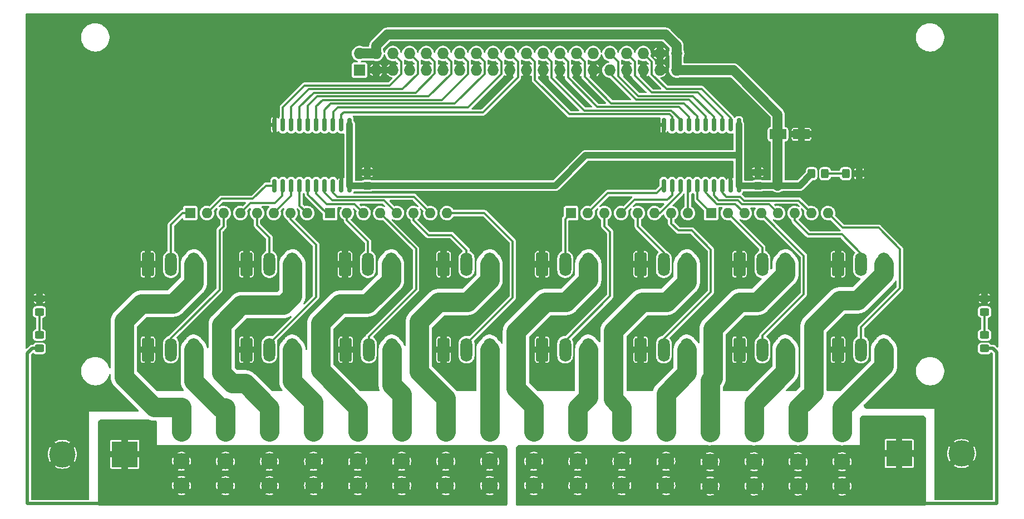
<source format=gbr>
G04 #@! TF.GenerationSoftware,KiCad,Pcbnew,(6.0.5)*
G04 #@! TF.CreationDate,2022-06-02T22:05:21-04:00*
G04 #@! TF.ProjectId,PB_16,50425f31-362e-46b6-9963-61645f706362,v2*
G04 #@! TF.SameCoordinates,Original*
G04 #@! TF.FileFunction,Copper,L1,Top*
G04 #@! TF.FilePolarity,Positive*
%FSLAX46Y46*%
G04 Gerber Fmt 4.6, Leading zero omitted, Abs format (unit mm)*
G04 Created by KiCad (PCBNEW (6.0.5)) date 2022-06-02 22:05:21*
%MOMM*%
%LPD*%
G01*
G04 APERTURE LIST*
G04 Aperture macros list*
%AMRoundRect*
0 Rectangle with rounded corners*
0 $1 Rounding radius*
0 $2 $3 $4 $5 $6 $7 $8 $9 X,Y pos of 4 corners*
0 Add a 4 corners polygon primitive as box body*
4,1,4,$2,$3,$4,$5,$6,$7,$8,$9,$2,$3,0*
0 Add four circle primitives for the rounded corners*
1,1,$1+$1,$2,$3*
1,1,$1+$1,$4,$5*
1,1,$1+$1,$6,$7*
1,1,$1+$1,$8,$9*
0 Add four rect primitives between the rounded corners*
20,1,$1+$1,$2,$3,$4,$5,0*
20,1,$1+$1,$4,$5,$6,$7,0*
20,1,$1+$1,$6,$7,$8,$9,0*
20,1,$1+$1,$8,$9,$2,$3,0*%
G04 Aperture macros list end*
G04 #@! TA.AperFunction,SMDPad,CuDef*
%ADD10RoundRect,0.249999X0.450001X-0.325001X0.450001X0.325001X-0.450001X0.325001X-0.450001X-0.325001X0*%
G04 #@! TD*
G04 #@! TA.AperFunction,ComponentPad*
%ADD11RoundRect,0.250000X-0.650000X-1.550000X0.650000X-1.550000X0.650000X1.550000X-0.650000X1.550000X0*%
G04 #@! TD*
G04 #@! TA.AperFunction,ComponentPad*
%ADD12O,1.800000X3.600000*%
G04 #@! TD*
G04 #@! TA.AperFunction,ComponentPad*
%ADD13C,2.475000*%
G04 #@! TD*
G04 #@! TA.AperFunction,ComponentPad*
%ADD14R,1.600000X1.600000*%
G04 #@! TD*
G04 #@! TA.AperFunction,ComponentPad*
%ADD15O,1.600000X1.600000*%
G04 #@! TD*
G04 #@! TA.AperFunction,SMDPad,CuDef*
%ADD16RoundRect,0.249999X-0.450001X0.325001X-0.450001X-0.325001X0.450001X-0.325001X0.450001X0.325001X0*%
G04 #@! TD*
G04 #@! TA.AperFunction,SMDPad,CuDef*
%ADD17RoundRect,0.249999X0.325001X0.450001X-0.325001X0.450001X-0.325001X-0.450001X0.325001X-0.450001X0*%
G04 #@! TD*
G04 #@! TA.AperFunction,ComponentPad*
%ADD18R,1.727200X1.727200*%
G04 #@! TD*
G04 #@! TA.AperFunction,ComponentPad*
%ADD19O,1.727200X1.727200*%
G04 #@! TD*
G04 #@! TA.AperFunction,ComponentPad*
%ADD20R,4.000000X4.000000*%
G04 #@! TD*
G04 #@! TA.AperFunction,ComponentPad*
%ADD21C,4.000000*%
G04 #@! TD*
G04 #@! TA.AperFunction,SMDPad,CuDef*
%ADD22RoundRect,0.150000X-0.150000X0.875000X-0.150000X-0.875000X0.150000X-0.875000X0.150000X0.875000X0*%
G04 #@! TD*
G04 #@! TA.AperFunction,SMDPad,CuDef*
%ADD23RoundRect,0.250000X-1.050000X-0.550000X1.050000X-0.550000X1.050000X0.550000X-1.050000X0.550000X0*%
G04 #@! TD*
G04 #@! TA.AperFunction,ViaPad*
%ADD24C,0.800000*%
G04 #@! TD*
G04 #@! TA.AperFunction,Conductor*
%ADD25C,1.000000*%
G04 #@! TD*
G04 #@! TA.AperFunction,Conductor*
%ADD26C,1.500000*%
G04 #@! TD*
G04 #@! TA.AperFunction,Conductor*
%ADD27C,0.350000*%
G04 #@! TD*
G04 #@! TA.AperFunction,Conductor*
%ADD28C,0.500000*%
G04 #@! TD*
G04 #@! TA.AperFunction,Conductor*
%ADD29C,3.000000*%
G04 #@! TD*
G04 #@! TA.AperFunction,Conductor*
%ADD30C,2.999999*%
G04 #@! TD*
G04 APERTURE END LIST*
D10*
X181901000Y-104642800D03*
X181901000Y-102592800D03*
D11*
X89100000Y-129600000D03*
D12*
X92600000Y-129600000D03*
X96100000Y-129600000D03*
D11*
X119100000Y-116600000D03*
D12*
X122600000Y-116600000D03*
X126100000Y-116600000D03*
D11*
X119214342Y-129600000D03*
D12*
X122714342Y-129600000D03*
X126214342Y-129600000D03*
D11*
X134100000Y-116600000D03*
D12*
X137600000Y-116600000D03*
X141100000Y-116600000D03*
D11*
X134100000Y-129600000D03*
D12*
X137600000Y-129600000D03*
X141100000Y-129600000D03*
D11*
X149100000Y-116600000D03*
D12*
X152600000Y-116600000D03*
X156100000Y-116600000D03*
D11*
X149100000Y-129600000D03*
D12*
X152600000Y-129600000D03*
X156100000Y-129600000D03*
D11*
X164100000Y-116600000D03*
D12*
X167600000Y-116600000D03*
X171100000Y-116600000D03*
D11*
X164100000Y-129600000D03*
D12*
X167600000Y-129600000D03*
X171100000Y-129600000D03*
D11*
X179100000Y-116600000D03*
D12*
X182600000Y-116600000D03*
X186100000Y-116600000D03*
D11*
X179100000Y-129600000D03*
D12*
X182600000Y-129600000D03*
X186100000Y-129600000D03*
D11*
X194100000Y-116600000D03*
D12*
X197600000Y-116600000D03*
X201100000Y-116600000D03*
D11*
X194100000Y-129600000D03*
D12*
X197600000Y-129600000D03*
X201100000Y-129600000D03*
D13*
X94222600Y-150288600D03*
X94222600Y-146588600D03*
X94222600Y-142088600D03*
X94222600Y-138388600D03*
X134425198Y-150298600D03*
X134425198Y-146598600D03*
X134425198Y-142098600D03*
X134425198Y-138398600D03*
X181328229Y-150363600D03*
X181328229Y-146663600D03*
X181328229Y-142163600D03*
X181328229Y-138463600D03*
D10*
X122501000Y-104642800D03*
X122501000Y-102592800D03*
D13*
X100923033Y-150303600D03*
X100923033Y-146603600D03*
X100923033Y-142103600D03*
X100923033Y-138403600D03*
X127724765Y-150298600D03*
X127724765Y-146598600D03*
X127724765Y-142098600D03*
X127724765Y-138398600D03*
X141125631Y-150298600D03*
X141125631Y-146598600D03*
X141125631Y-142098600D03*
X141125631Y-138398600D03*
X147826064Y-150298600D03*
X147826064Y-146598600D03*
X147826064Y-142098600D03*
X147826064Y-138398600D03*
X154526497Y-150298600D03*
X154526497Y-146598600D03*
X154526497Y-142098600D03*
X154526497Y-138398600D03*
X194729100Y-150363600D03*
X194729100Y-146663600D03*
X194729100Y-142163600D03*
X194729100Y-138463600D03*
X121024332Y-150298600D03*
X121024332Y-146598600D03*
X121024332Y-142098600D03*
X121024332Y-138398600D03*
X107623466Y-150303600D03*
X107623466Y-146603600D03*
X107623466Y-142103600D03*
X107623466Y-138403600D03*
X174627796Y-150363600D03*
X174627796Y-146663600D03*
X174627796Y-142163600D03*
X174627796Y-138463600D03*
D14*
X95561500Y-108813600D03*
D15*
X98101500Y-108813600D03*
X100641500Y-108813600D03*
X103181500Y-108813600D03*
X105721500Y-108813600D03*
X108261500Y-108813600D03*
X110801500Y-108813600D03*
X113341500Y-108813600D03*
D13*
X161226930Y-150298600D03*
X161226930Y-146598600D03*
X161226930Y-142098600D03*
X161226930Y-138398600D03*
D14*
X153486200Y-108813600D03*
D15*
X156026200Y-108813600D03*
X158566200Y-108813600D03*
X161106200Y-108813600D03*
X163646200Y-108813600D03*
X166186200Y-108813600D03*
X168726200Y-108813600D03*
X171266200Y-108813600D03*
D14*
X174812600Y-108813600D03*
D15*
X177352600Y-108813600D03*
X179892600Y-108813600D03*
X182432600Y-108813600D03*
X184972600Y-108813600D03*
X187512600Y-108813600D03*
X190052600Y-108813600D03*
X192592600Y-108813600D03*
D14*
X116852700Y-108813600D03*
D15*
X119392700Y-108813600D03*
X121932700Y-108813600D03*
X124472700Y-108813600D03*
X127012700Y-108813600D03*
X129552700Y-108813600D03*
X132092700Y-108813600D03*
X134632700Y-108813600D03*
D13*
X114323899Y-150303600D03*
X114323899Y-146603600D03*
X114323899Y-142103600D03*
X114323899Y-138403600D03*
D11*
X89100000Y-116600000D03*
D12*
X92600000Y-116600000D03*
X96100000Y-116600000D03*
D11*
X104100000Y-116600000D03*
D12*
X107600000Y-116600000D03*
X111100000Y-116600000D03*
D11*
X104100000Y-129600000D03*
D12*
X107600000Y-129600000D03*
X111100000Y-129600000D03*
D13*
X188028662Y-150363600D03*
X188028662Y-146663600D03*
X188028662Y-142163600D03*
X188028662Y-138463600D03*
X167927363Y-150298600D03*
X167927363Y-146598600D03*
X167927363Y-142098600D03*
X167927363Y-138398600D03*
D16*
X72601000Y-121806000D03*
X72601000Y-123856000D03*
X72601000Y-127367000D03*
X72601000Y-129417000D03*
D17*
X192126000Y-102817800D03*
X190076000Y-102817800D03*
D18*
X121301000Y-87057800D03*
D19*
X121301000Y-84517800D03*
X123841000Y-87057800D03*
X123841000Y-84517800D03*
X126381000Y-87057800D03*
X126381000Y-84517800D03*
X128921000Y-87057800D03*
X128921000Y-84517800D03*
X131461000Y-87057800D03*
X131461000Y-84517800D03*
X134001000Y-87057800D03*
X134001000Y-84517800D03*
X136541000Y-87057800D03*
X136541000Y-84517800D03*
X139081000Y-87057800D03*
X139081000Y-84517800D03*
X141621000Y-87057800D03*
X141621000Y-84517800D03*
X144161000Y-87057800D03*
X144161000Y-84517800D03*
X146701000Y-87057800D03*
X146701000Y-84517800D03*
X149241000Y-87057800D03*
X149241000Y-84517800D03*
X151781000Y-87057800D03*
X151781000Y-84517800D03*
X154321000Y-87057800D03*
X154321000Y-84517800D03*
X156861000Y-87057800D03*
X156861000Y-84517800D03*
X159401000Y-87057800D03*
X159401000Y-84517800D03*
X161941000Y-87057800D03*
X161941000Y-84517800D03*
X164481000Y-87057800D03*
X164481000Y-84517800D03*
X167021000Y-87057800D03*
X167021000Y-84517800D03*
X169561000Y-87057800D03*
X169561000Y-84517800D03*
D17*
X197326000Y-102817800D03*
X195276000Y-102817800D03*
D20*
X85601000Y-145517800D03*
D21*
X76101000Y-145517800D03*
D20*
X203401000Y-145417800D03*
D21*
X212901000Y-145417800D03*
D16*
X216401000Y-127367000D03*
X216401000Y-129417000D03*
X216401000Y-121806000D03*
X216401000Y-123856000D03*
D22*
X179016000Y-95367800D03*
X177746000Y-95367800D03*
X176476000Y-95367800D03*
X175206000Y-95367800D03*
X173936000Y-95367800D03*
X172666000Y-95367800D03*
X171396000Y-95367800D03*
X170126000Y-95367800D03*
X168856000Y-95367800D03*
X167586000Y-95367800D03*
X167586000Y-104667800D03*
X168856000Y-104667800D03*
X170126000Y-104667800D03*
X171396000Y-104667800D03*
X172666000Y-104667800D03*
X173936000Y-104667800D03*
X175206000Y-104667800D03*
X176476000Y-104667800D03*
X177746000Y-104667800D03*
X179016000Y-104667800D03*
X119816000Y-95367800D03*
X118546000Y-95367800D03*
X117276000Y-95367800D03*
X116006000Y-95367800D03*
X114736000Y-95367800D03*
X113466000Y-95367800D03*
X112196000Y-95367800D03*
X110926000Y-95367800D03*
X109656000Y-95367800D03*
X108386000Y-95367800D03*
X108386000Y-104667800D03*
X109656000Y-104667800D03*
X110926000Y-104667800D03*
X112196000Y-104667800D03*
X113466000Y-104667800D03*
X114736000Y-104667800D03*
X116006000Y-104667800D03*
X117276000Y-104667800D03*
X118546000Y-104667800D03*
X119816000Y-104667800D03*
D23*
X184951000Y-96817800D03*
X188551000Y-96817800D03*
D24*
X98651000Y-119967800D03*
X158001000Y-121017800D03*
X177101000Y-97817800D03*
X203701000Y-111817800D03*
X172051000Y-85117800D03*
X216301000Y-108217800D03*
X123351000Y-110667800D03*
X73051000Y-101717800D03*
X146101000Y-79617800D03*
X84551000Y-110217800D03*
X133551000Y-106817800D03*
X167251000Y-110917800D03*
X182701000Y-79617800D03*
X156851000Y-101767800D03*
X142151000Y-126167800D03*
X124701000Y-102617800D03*
X136501000Y-102367800D03*
X199301000Y-102817800D03*
X157801000Y-91667800D03*
X216301000Y-86217800D03*
X154201000Y-111167800D03*
X197351000Y-109867800D03*
X139551000Y-92517800D03*
X190851000Y-96117800D03*
X156901000Y-98017800D03*
X173301000Y-114717800D03*
X108301000Y-102017800D03*
X90801000Y-80217800D03*
X81113000Y-138429800D03*
X144851000Y-106617800D03*
X150501000Y-102417800D03*
X116301000Y-111017800D03*
X216501000Y-119417800D03*
X203251000Y-137767800D03*
X166301000Y-95417800D03*
X164051000Y-90067800D03*
X108301000Y-97817800D03*
X189851000Y-98417800D03*
X161501000Y-111017800D03*
X73301000Y-109217800D03*
X155801000Y-92217800D03*
X188601000Y-98417800D03*
X118401000Y-87867800D03*
X187401000Y-98417800D03*
X216801000Y-99717800D03*
X153651000Y-92767800D03*
X197301000Y-104817800D03*
X133101000Y-110667800D03*
X186051000Y-91067800D03*
X165201000Y-101767800D03*
X109101000Y-110917800D03*
X108351000Y-91317800D03*
X176101000Y-102017800D03*
X201301000Y-89217800D03*
X181101000Y-94217800D03*
X186201000Y-110617800D03*
X201051000Y-79967800D03*
X73051000Y-87717800D03*
X94601000Y-111167800D03*
X72501000Y-119617800D03*
X118501000Y-84217800D03*
X127251000Y-113767800D03*
X180701000Y-100817800D03*
X190851000Y-97417800D03*
X166151000Y-89517800D03*
X191301000Y-91217800D03*
X180951000Y-86617800D03*
X187301000Y-102217800D03*
X182901000Y-100817800D03*
X118101000Y-102217800D03*
X209201000Y-111767800D03*
X104901000Y-104417800D03*
X207605000Y-137413800D03*
X139701000Y-111017800D03*
X122101000Y-95017800D03*
X98451000Y-114417800D03*
X157951000Y-112417800D03*
X187451000Y-95167800D03*
X161101000Y-94817800D03*
X176851000Y-89067800D03*
X187551000Y-120517800D03*
X151751000Y-106367800D03*
X151601000Y-93817800D03*
X171261000Y-81217800D03*
X171101000Y-88817800D03*
X181901000Y-110917800D03*
X106501000Y-95217800D03*
X143151000Y-113817800D03*
X167501000Y-97617800D03*
X128651000Y-119967800D03*
X168351000Y-125267800D03*
X189851000Y-95167800D03*
X74901000Y-121617800D03*
X142751000Y-121517800D03*
X117801000Y-79217800D03*
X176351000Y-85017800D03*
X128801000Y-111217800D03*
X157801000Y-103817800D03*
X190201000Y-106367800D03*
X188651000Y-95167800D03*
X101501000Y-79517800D03*
X83145000Y-138429800D03*
X160851000Y-91067800D03*
X208301000Y-100217800D03*
X73301000Y-94217800D03*
X163401000Y-79517800D03*
X199751000Y-137867800D03*
X90301000Y-88217800D03*
X200301000Y-125217800D03*
X142701000Y-93667800D03*
X103301000Y-110917800D03*
X177501000Y-102017800D03*
X85177000Y-138429800D03*
X77551000Y-133217800D03*
X142701000Y-102667800D03*
X197301000Y-100617800D03*
X111351000Y-88317800D03*
X133601000Y-95317800D03*
X91651000Y-109267800D03*
X122501000Y-100617800D03*
X117901000Y-97617800D03*
X214101000Y-121817800D03*
D25*
X179016000Y-102332800D02*
X179016000Y-104667800D01*
X181876000Y-104667800D02*
X181901000Y-104642800D01*
D26*
X169561000Y-84517800D02*
X169561000Y-83296486D01*
X123841000Y-83296486D02*
X123841000Y-84517800D01*
D25*
X119816000Y-104667800D02*
X122476000Y-104667800D01*
X122476000Y-104667800D02*
X122501000Y-104642800D01*
D26*
X169561000Y-83296486D02*
X167882314Y-81617800D01*
D25*
X181901000Y-104642800D02*
X184926000Y-104642800D01*
X179016000Y-95367800D02*
X179016000Y-102332800D01*
D26*
X167882314Y-81617800D02*
X125519686Y-81617800D01*
D25*
X119816000Y-95367800D02*
X119816000Y-104667800D01*
X179016000Y-100017800D02*
X179016000Y-102332800D01*
X179016000Y-104667800D02*
X181876000Y-104667800D01*
X155701000Y-100017800D02*
X179016000Y-100017800D01*
D26*
X123841000Y-84517800D02*
X121301000Y-84517800D01*
D25*
X184926000Y-104642800D02*
X188251000Y-104642800D01*
D26*
X125519686Y-81617800D02*
X123841000Y-83296486D01*
X169561000Y-87057800D02*
X169561000Y-84517800D01*
X184926000Y-93792800D02*
X184926000Y-104642800D01*
D25*
X151076000Y-104642800D02*
X155701000Y-100017800D01*
X122501000Y-104642800D02*
X151076000Y-104642800D01*
D26*
X169561000Y-87057800D02*
X178191000Y-87057800D01*
X178191000Y-87057800D02*
X184926000Y-93792800D01*
D25*
X188251000Y-104642800D02*
X190076000Y-102817800D01*
D27*
X104734300Y-107260800D02*
X103181500Y-108813600D01*
X109501000Y-106217800D02*
X109501000Y-104822800D01*
X108458000Y-107260800D02*
X104734300Y-107260800D01*
X109501000Y-104822800D02*
X109656000Y-104667800D01*
X109501000Y-106217800D02*
X108458000Y-107260800D01*
X105093000Y-106625800D02*
X100289300Y-106625800D01*
X108336000Y-104617800D02*
X108386000Y-104667800D01*
X100289300Y-106625800D02*
X98101500Y-108813600D01*
X107101000Y-104617800D02*
X105093000Y-106625800D01*
X107101000Y-104617800D02*
X108336000Y-104617800D01*
X114736000Y-104667800D02*
X114736000Y-105852800D01*
X114736000Y-105852800D02*
X116301000Y-107417800D01*
X116301000Y-107417800D02*
X120536900Y-107417800D01*
X120536900Y-107417800D02*
X121932700Y-108813600D01*
X113466000Y-104667800D02*
X113466000Y-105982800D01*
X116296800Y-108813600D02*
X116852700Y-108813600D01*
X113466000Y-105982800D02*
X116296800Y-108813600D01*
X113341500Y-108813600D02*
X112196000Y-107668100D01*
X112196000Y-107668100D02*
X112196000Y-104667800D01*
X108261500Y-108813600D02*
X110926000Y-106149100D01*
X110926000Y-106149100D02*
X110926000Y-104667800D01*
X117900978Y-106317778D02*
X117276000Y-105692800D01*
X117276000Y-105692800D02*
X117276000Y-104667800D01*
X129596878Y-106317778D02*
X117900978Y-106317778D01*
X132092700Y-108813600D02*
X129596878Y-106317778D01*
X116006000Y-104667800D02*
X116006000Y-105692800D01*
X117180989Y-106867789D02*
X125066889Y-106867789D01*
X116006000Y-105692800D02*
X117180989Y-106867789D01*
X125066889Y-106867789D02*
X126212701Y-108013601D01*
X126212701Y-108013601D02*
X127012700Y-108813600D01*
D28*
X70776010Y-130142790D02*
X70776010Y-153040805D01*
X72601000Y-129417000D02*
X71501800Y-129417000D01*
X70776010Y-153040805D02*
X82757839Y-153040960D01*
X71501800Y-129417000D02*
X70776010Y-130142790D01*
X85601000Y-150197800D02*
X85601000Y-145517800D01*
X82757839Y-153040960D02*
X85601000Y-150197800D01*
D29*
X96100000Y-119449000D02*
X96100000Y-116600000D01*
X90102600Y-138388600D02*
X94222600Y-138388600D01*
X85460000Y-125240000D02*
X85460000Y-133746000D01*
X85460000Y-133746000D02*
X90102600Y-138388600D01*
X94222600Y-138388600D02*
X94222600Y-142088600D01*
X92949000Y-122600000D02*
X96100000Y-119449000D01*
D30*
X88100000Y-122600000D02*
X85460000Y-125240000D01*
D29*
X88100000Y-122600000D02*
X92949000Y-122600000D01*
X100923033Y-142103600D02*
X100923033Y-138403600D01*
X100103600Y-138403600D02*
X96100000Y-134400000D01*
X100923033Y-138403600D02*
X100103600Y-138403600D01*
X96100000Y-134400000D02*
X96100000Y-129600000D01*
X101901000Y-134717800D02*
X103937666Y-134717800D01*
X109686400Y-122813600D02*
X103312600Y-122813600D01*
X111100000Y-121400000D02*
X109686400Y-122813600D01*
X103937666Y-134717800D02*
X107623466Y-138403600D01*
X111100000Y-116600000D02*
X111100000Y-121400000D01*
X103312600Y-122813600D02*
X100330000Y-125796200D01*
X100330000Y-125796200D02*
X100330000Y-133146800D01*
X100330000Y-133146800D02*
X101901000Y-134717800D01*
X107623466Y-142103600D02*
X107623466Y-138403600D01*
X111100000Y-129600000D02*
X111100000Y-134400000D01*
X111100000Y-134400000D02*
X114323899Y-137623899D01*
X114323899Y-137623899D02*
X114323899Y-138403600D01*
X114323899Y-142103600D02*
X114323899Y-138403600D01*
X121024332Y-142098600D02*
X121024332Y-138398600D01*
X126100000Y-119026200D02*
X122526200Y-122600000D01*
X126100000Y-116600000D02*
X126100000Y-119026200D01*
X122526200Y-122600000D02*
X118350000Y-122600000D01*
X118350000Y-122600000D02*
X115350000Y-125600000D01*
X115350000Y-132724268D02*
X121024332Y-138398600D01*
X115350000Y-125600000D02*
X115350000Y-132724268D01*
X126214342Y-134940342D02*
X126214342Y-129600000D01*
X127724765Y-138398600D02*
X127724765Y-136450765D01*
X127724765Y-138398600D02*
X127724765Y-142098600D01*
X127724765Y-136450765D02*
X126214342Y-134940342D01*
X134425198Y-137031198D02*
X134425198Y-138398600D01*
X134425198Y-138398600D02*
X134425198Y-142098600D01*
X137726200Y-122350000D02*
X133350000Y-122350000D01*
X141100000Y-116600000D02*
X141100000Y-118976200D01*
X141100000Y-118976200D02*
X137726200Y-122350000D01*
X130350000Y-125350000D02*
X130350000Y-132956000D01*
X133350000Y-122350000D02*
X130350000Y-125350000D01*
X130350000Y-132956000D02*
X134425198Y-137031198D01*
D28*
X216401000Y-129417000D02*
X217700200Y-129417000D01*
X218221581Y-136938381D02*
X218225838Y-153042776D01*
X218225990Y-129942790D02*
X218225990Y-136933972D01*
X217700200Y-129417000D02*
X218225990Y-129942790D01*
X218225838Y-153042776D02*
X205453811Y-153042611D01*
X218225990Y-136933972D02*
X218221581Y-136938381D01*
X203401000Y-150989800D02*
X203401000Y-145417800D01*
X205453811Y-153042611D02*
X203401000Y-150989800D01*
D29*
X141100000Y-138372969D02*
X141125631Y-138398600D01*
X141100000Y-129600000D02*
X141100000Y-138372969D01*
X141125631Y-138398600D02*
X141125631Y-142098600D01*
X149576200Y-122350000D02*
X152726200Y-122350000D01*
X145100000Y-126826200D02*
X149576200Y-122350000D01*
X147826064Y-138398600D02*
X147826064Y-142098600D01*
X152726200Y-122350000D02*
X156100000Y-118976200D01*
X156100000Y-118976200D02*
X156100000Y-116600000D01*
X147826064Y-138398600D02*
X147826064Y-138222064D01*
X145100000Y-135496000D02*
X145100000Y-126826200D01*
X147826064Y-138222064D02*
X145100000Y-135496000D01*
X156100000Y-136825097D02*
X156100000Y-129600000D01*
X154526497Y-138398600D02*
X156100000Y-136825097D01*
X154526497Y-138398600D02*
X154526497Y-142098600D01*
X159942600Y-126718600D02*
X164311200Y-122350000D01*
X161226930Y-142098600D02*
X161226930Y-138398600D01*
X159942600Y-137114270D02*
X159942600Y-126718600D01*
X168026200Y-122350000D02*
X171100000Y-119276200D01*
X161226930Y-138398600D02*
X159942600Y-137114270D01*
X164311200Y-122350000D02*
X168026200Y-122350000D01*
X171100000Y-119276200D02*
X171100000Y-116600000D01*
X171100000Y-133124700D02*
X171100000Y-129600000D01*
X167927363Y-138398600D02*
X167927363Y-142098600D01*
X167927363Y-138398600D02*
X167927363Y-136297337D01*
X167927363Y-136297337D02*
X171100000Y-133124700D01*
X175047600Y-126413600D02*
X179111200Y-122350000D01*
X174627796Y-138463600D02*
X174627796Y-134333315D01*
X174627796Y-134333315D02*
X175047600Y-133913511D01*
X186100000Y-118101233D02*
X186100000Y-116600000D01*
X174627796Y-142163600D02*
X174627796Y-138463600D01*
X181851233Y-122350000D02*
X186100000Y-118101233D01*
X175047600Y-133913511D02*
X175047600Y-126413600D01*
X179111200Y-122350000D02*
X181851233Y-122350000D01*
X181328229Y-138463600D02*
X181328229Y-142163600D01*
X181328229Y-137732971D02*
X186100000Y-132961200D01*
X186100000Y-132961200D02*
X186100000Y-129600000D01*
X181328229Y-138463600D02*
X181328229Y-137732971D01*
X194361200Y-122100000D02*
X197101232Y-122100000D01*
X188028662Y-138463600D02*
X190378599Y-136113663D01*
D30*
X201100000Y-118101232D02*
X197101232Y-122100000D01*
D29*
X190378599Y-136113663D02*
X190378599Y-126082601D01*
D30*
X201100000Y-116600000D02*
X201100000Y-118101232D01*
D29*
X188028662Y-138463600D02*
X188028662Y-142163600D01*
X190378599Y-126082601D02*
X194361200Y-122100000D01*
X194729100Y-142163600D02*
X194729100Y-138463600D01*
X194729100Y-138463600D02*
X201100000Y-132092700D01*
X201100000Y-132092700D02*
X201100000Y-129600000D01*
D27*
X92600000Y-118200000D02*
X92600000Y-110625100D01*
X92600000Y-110625100D02*
X94411500Y-108813600D01*
X94411500Y-108813600D02*
X95561500Y-108813600D01*
X100641500Y-110799870D02*
X100025000Y-111416370D01*
X100025000Y-111416370D02*
X100025000Y-120451200D01*
X100025000Y-120451200D02*
X92600000Y-127876200D01*
X92600000Y-127876200D02*
X92600000Y-129600000D01*
X100641500Y-108813600D02*
X100641500Y-110799870D01*
X105721500Y-110631500D02*
X107600000Y-112510000D01*
X107600000Y-112510000D02*
X107600000Y-116600000D01*
X105721500Y-110631500D02*
X105721500Y-108813600D01*
X107600000Y-128700000D02*
X107600000Y-129600000D01*
X114712600Y-121587400D02*
X107600000Y-128700000D01*
X110801500Y-109702500D02*
X114712600Y-113613600D01*
X114712600Y-113613600D02*
X114712600Y-121587400D01*
X110801500Y-108813600D02*
X110801500Y-109702500D01*
X119392700Y-109944970D02*
X122600000Y-113152270D01*
X122600000Y-113351000D02*
X122600000Y-116600000D01*
X119392700Y-108813600D02*
X119392700Y-109944970D01*
X122600000Y-113152270D02*
X122600000Y-113351000D01*
X124472700Y-108813600D02*
X124472700Y-108826300D01*
X129912600Y-120413600D02*
X122714342Y-127611858D01*
X124472700Y-108826300D02*
X129912600Y-114266200D01*
X129912600Y-114266200D02*
X129912600Y-120413600D01*
X122714342Y-127611858D02*
X122714342Y-129600000D01*
X137600000Y-114450000D02*
X135313600Y-112163600D01*
X129552700Y-108813600D02*
X129552700Y-109944970D01*
X131771330Y-112163600D02*
X135313600Y-112163600D01*
X129552700Y-109944970D02*
X131771330Y-112163600D01*
X137600000Y-116600000D02*
X137600000Y-114450000D01*
X137600000Y-129600000D02*
X137600000Y-128700000D01*
X137600000Y-128700000D02*
X144612600Y-121687400D01*
X134632700Y-108813600D02*
X140312600Y-108813600D01*
X144612600Y-121687400D02*
X144612600Y-113113600D01*
X144612600Y-113113600D02*
X140312600Y-108813600D01*
X152600000Y-116600000D02*
X152600000Y-109699800D01*
X152600000Y-109699800D02*
X153486200Y-108813600D01*
X158566200Y-108813600D02*
X158566200Y-110799870D01*
X158566200Y-110799870D02*
X159447600Y-111681270D01*
X152600000Y-128300000D02*
X152600000Y-129600000D01*
X159447600Y-121452400D02*
X152600000Y-128300000D01*
X159447600Y-111681270D02*
X159447600Y-121452400D01*
X167600000Y-114793600D02*
X163646200Y-110839800D01*
X163646200Y-110839800D02*
X163646200Y-108813600D01*
X167600000Y-116600000D02*
X167600000Y-114793600D01*
X174762600Y-114363600D02*
X171862600Y-111463600D01*
X167600000Y-129600000D02*
X167600000Y-127972800D01*
X169812600Y-111463600D02*
X168726200Y-110377200D01*
X174762600Y-120810200D02*
X174762600Y-114363600D01*
X168726200Y-110377200D02*
X168726200Y-108813600D01*
X171862600Y-111463600D02*
X169812600Y-111463600D01*
X167600000Y-127972800D02*
X174762600Y-120810200D01*
X167600000Y-127975928D02*
X167600000Y-129600000D01*
X182600000Y-116600000D02*
X182600000Y-114061000D01*
X182600000Y-114061000D02*
X177352600Y-108813600D01*
X182600000Y-127450000D02*
X188912600Y-121137400D01*
X188912600Y-115293600D02*
X184932600Y-111313600D01*
X184932600Y-111313600D02*
X182432600Y-108813600D01*
X188912600Y-121137400D02*
X188912600Y-115293600D01*
X182600000Y-129600000D02*
X182600000Y-127450000D01*
X187512600Y-108813600D02*
X187512600Y-109944970D01*
X194689600Y-112063600D02*
X197600000Y-114974000D01*
X197600000Y-114974000D02*
X197600000Y-116600000D01*
X189631230Y-112063600D02*
X194689600Y-112063600D01*
X187512600Y-109944970D02*
X189631230Y-112063600D01*
X203526600Y-114296600D02*
X203526600Y-120240200D01*
X192592600Y-108813600D02*
X194824400Y-111045400D01*
X200275400Y-111045400D02*
X203526600Y-114296600D01*
X203526600Y-120240200D02*
X197600000Y-126166800D01*
X194824400Y-111045400D02*
X200275400Y-111045400D01*
X197600000Y-126166800D02*
X197600000Y-129600000D01*
X171266200Y-108813600D02*
X171266200Y-104797600D01*
X171266200Y-104797600D02*
X171396000Y-104667800D01*
X170126000Y-105692800D02*
X170126000Y-104667800D01*
X167005200Y-108813600D02*
X170126000Y-105692800D01*
X166186200Y-108813600D02*
X167005200Y-108813600D01*
X163102000Y-106817800D02*
X168101000Y-106817800D01*
X168101000Y-106817800D02*
X168856000Y-106062800D01*
X168856000Y-106062800D02*
X168856000Y-104667800D01*
X161106200Y-108813600D02*
X163102000Y-106817800D01*
X166496900Y-105756900D02*
X167586000Y-104667800D01*
X159082900Y-105756900D02*
X166496900Y-105756900D01*
X156026200Y-108813600D02*
X159082900Y-105756900D01*
X190052600Y-108813600D02*
X188152610Y-106913610D01*
X188152610Y-106913610D02*
X179796810Y-106913610D01*
X176476000Y-105692800D02*
X176476000Y-104667800D01*
X177100978Y-106317778D02*
X176476000Y-105692800D01*
X179796810Y-106913610D02*
X179200978Y-106317778D01*
X179200978Y-106317778D02*
X177100978Y-106317778D01*
X178923589Y-106867789D02*
X179519421Y-107463621D01*
X179519421Y-107463621D02*
X183622621Y-107463621D01*
X175206000Y-104667800D02*
X175206000Y-106122800D01*
X183622621Y-107463621D02*
X184972600Y-108813600D01*
X175950989Y-106867789D02*
X178923589Y-106867789D01*
X175206000Y-106122800D02*
X175950989Y-106867789D01*
X179892600Y-108813600D02*
X178496800Y-107417800D01*
X178496800Y-107417800D02*
X175661000Y-107417800D01*
X173936000Y-105692800D02*
X173936000Y-104667800D01*
X175661000Y-107417800D02*
X173936000Y-105692800D01*
X172732700Y-106730800D02*
X174812600Y-108810700D01*
X174812600Y-108810700D02*
X174812600Y-108813600D01*
X172732700Y-104734500D02*
X172666000Y-104667800D01*
X172732700Y-106730800D02*
X172732700Y-104734500D01*
X164481000Y-84517800D02*
X165782889Y-85819689D01*
X165782889Y-85819689D02*
X165782889Y-87695911D01*
X177746000Y-94312800D02*
X177746000Y-95367800D01*
X173354418Y-89921218D02*
X177746000Y-94312800D01*
X168008196Y-89921218D02*
X173354418Y-89921218D01*
X165782889Y-87695911D02*
X168008196Y-89921218D01*
X145399601Y-85756401D02*
X145399601Y-88179199D01*
X145399601Y-88179199D02*
X140085924Y-93492876D01*
X140085924Y-93492876D02*
X118901000Y-93492876D01*
X118546000Y-95367800D02*
X118546000Y-93847876D01*
X118546000Y-93847876D02*
X118901000Y-93492876D01*
X144161000Y-84517800D02*
X145399601Y-85756401D01*
X172753936Y-90470736D02*
X165751138Y-90470736D01*
X176476000Y-95367800D02*
X176476000Y-94192800D01*
X163179601Y-87899199D02*
X163179601Y-85756401D01*
X163179601Y-85756401D02*
X161941000Y-84517800D01*
X165751138Y-90470736D02*
X163179601Y-87899199D01*
X176476000Y-94192800D02*
X172753936Y-90470736D01*
X117301000Y-93417800D02*
X117301000Y-95342800D01*
X142859601Y-87652329D02*
X137794064Y-92717866D01*
X118000934Y-92717866D02*
X137794064Y-92717866D01*
X118000934Y-92717866D02*
X117301000Y-93417800D01*
X117301000Y-95342800D02*
X117276000Y-95367800D01*
X141621000Y-84517800D02*
X142859601Y-85756401D01*
X142859601Y-85756401D02*
X142859601Y-87652329D01*
X175206000Y-94172800D02*
X175206000Y-95367800D01*
X159401000Y-84517800D02*
X160639601Y-85756401D01*
X160639601Y-87940799D02*
X163719049Y-91020247D01*
X172053447Y-91020247D02*
X175206000Y-94172800D01*
X160639601Y-85756401D02*
X160639601Y-87940799D01*
X163719049Y-91020247D02*
X172053447Y-91020247D01*
X116006000Y-93112800D02*
X116006000Y-95367800D01*
X116950945Y-92167855D02*
X116006000Y-93112800D01*
X135804075Y-92167855D02*
X116950945Y-92167855D01*
X140319601Y-85756401D02*
X140319601Y-87652329D01*
X139081000Y-84517800D02*
X140319601Y-85756401D01*
X140319601Y-87652329D02*
X135804075Y-92167855D01*
X114736000Y-92582800D02*
X114736000Y-95367800D01*
X133814086Y-91617844D02*
X115700956Y-91617844D01*
X136541000Y-84517800D02*
X137779601Y-85756401D01*
X115700956Y-91617844D02*
X114736000Y-92582800D01*
X137779601Y-85756401D02*
X137779601Y-87652329D01*
X137779601Y-87652329D02*
X133814086Y-91617844D01*
X114884545Y-91067833D02*
X131824097Y-91067833D01*
X113466000Y-92486378D02*
X114884545Y-91067833D01*
X113466000Y-95367800D02*
X113466000Y-92486378D01*
X131824097Y-91067833D02*
X135239601Y-87652329D01*
X135239601Y-85756401D02*
X134001000Y-84517800D01*
X135239601Y-87652329D02*
X135239601Y-85756401D01*
X169901978Y-92668778D02*
X171396000Y-94162800D01*
X153019601Y-88186401D02*
X157501978Y-92668778D01*
X171396000Y-94162800D02*
X171396000Y-95367800D01*
X151781000Y-84517800D02*
X153019601Y-85756401D01*
X157501978Y-92668778D02*
X169901978Y-92668778D01*
X153019601Y-85756401D02*
X153019601Y-88186401D01*
X132762399Y-87589531D02*
X132762399Y-85819199D01*
X112196000Y-95367800D02*
X112196000Y-93622800D01*
X114338526Y-90517822D02*
X129834108Y-90517822D01*
X112196000Y-93622800D02*
X112201000Y-93617800D01*
X129834108Y-90517822D02*
X132762399Y-87589531D01*
X132762399Y-85819199D02*
X131461000Y-84517800D01*
X112201000Y-93617800D02*
X112201000Y-92655348D01*
X112201000Y-92655348D02*
X114338526Y-90517822D01*
X149241000Y-84517800D02*
X150542889Y-85819689D01*
X155501481Y-93218281D02*
X168728619Y-93218281D01*
X168728619Y-93218281D02*
X170126000Y-94615662D01*
X150542889Y-88259689D02*
X155501481Y-93218281D01*
X150542889Y-85819689D02*
X150542889Y-88259689D01*
X170126000Y-94615662D02*
X170126000Y-95367800D01*
X113585304Y-89967811D02*
X127844119Y-89967811D01*
X110926000Y-92627115D02*
X113585304Y-89967811D01*
X110926000Y-95367800D02*
X110926000Y-92627115D01*
X130159601Y-87652329D02*
X130159601Y-85756401D01*
X127844119Y-89967811D02*
X130159601Y-87652329D01*
X130159601Y-85756401D02*
X128921000Y-84517800D01*
X168856000Y-95367800D02*
X168856000Y-94122800D01*
X148002889Y-85819689D02*
X146701000Y-84517800D01*
X148002889Y-88569689D02*
X148002889Y-85819689D01*
X168501000Y-93767800D02*
X153201000Y-93767800D01*
X168856000Y-94122800D02*
X168501000Y-93767800D01*
X153201000Y-93767800D02*
X148002889Y-88569689D01*
X126381000Y-84517800D02*
X127619601Y-85756401D01*
X109656000Y-92697115D02*
X109656000Y-95367800D01*
X125854130Y-89417800D02*
X112935315Y-89417800D01*
X127619601Y-87652329D02*
X125854130Y-89417800D01*
X127619601Y-85756401D02*
X127619601Y-87652329D01*
X112935315Y-89417800D02*
X109656000Y-92697115D01*
X159401000Y-87567800D02*
X159401000Y-87057800D01*
X168956241Y-91569759D02*
X163402959Y-91569759D01*
X171402955Y-91569755D02*
X168956245Y-91569755D01*
X163402959Y-91569759D02*
X159401000Y-87567800D01*
X173936000Y-95367800D02*
X173936000Y-94102800D01*
X168956245Y-91569755D02*
X168956241Y-91569759D01*
X173936000Y-94102800D02*
X171402955Y-91569755D01*
X155559601Y-85756401D02*
X155559601Y-88076401D01*
X155559601Y-88076401D02*
X159602467Y-92119267D01*
X172666000Y-94082800D02*
X172666000Y-95367800D01*
X170702467Y-92119267D02*
X172666000Y-94082800D01*
X154321000Y-84517800D02*
X155559601Y-85756401D01*
X159602467Y-92119267D02*
X170702467Y-92119267D01*
X72601000Y-127367000D02*
X72601000Y-123856000D01*
X216401000Y-127367000D02*
X216401000Y-123856000D01*
X195276000Y-102817800D02*
X192126000Y-102817800D01*
G04 #@! TA.AperFunction,Conductor*
G36*
X218442621Y-78438302D02*
G01*
X218489114Y-78491958D01*
X218500500Y-78544300D01*
X218500500Y-129134586D01*
X218480498Y-129202707D01*
X218426842Y-129249200D01*
X218356568Y-129259304D01*
X218291988Y-129229810D01*
X218285405Y-129223681D01*
X218100082Y-129038358D01*
X218096429Y-129034549D01*
X218089129Y-129026610D01*
X218054401Y-128988844D01*
X218017398Y-128965901D01*
X218007648Y-128959200D01*
X217972983Y-128932888D01*
X217959004Y-128927354D01*
X217939001Y-128917293D01*
X217926214Y-128909365D01*
X217917963Y-128906968D01*
X217917961Y-128906967D01*
X217884428Y-128897225D01*
X217873195Y-128893379D01*
X217852553Y-128885206D01*
X217832747Y-128877364D01*
X217824206Y-128876466D01*
X217824205Y-128876466D01*
X217817792Y-128875792D01*
X217795817Y-128871480D01*
X217781375Y-128867285D01*
X217773892Y-128866736D01*
X217772992Y-128866669D01*
X217772981Y-128866669D01*
X217770685Y-128866500D01*
X217735983Y-128866500D01*
X217722813Y-128865810D01*
X217712584Y-128864735D01*
X217682746Y-128861599D01*
X217674281Y-128863031D01*
X217674272Y-128863031D01*
X217664200Y-128864735D01*
X217643187Y-128866500D01*
X217433550Y-128866500D01*
X217365429Y-128846498D01*
X217333187Y-128816679D01*
X217330471Y-128813100D01*
X217243923Y-128699077D01*
X217123784Y-128607887D01*
X217014958Y-128564800D01*
X216991078Y-128555345D01*
X216991076Y-128555344D01*
X216983548Y-128552364D01*
X216893773Y-128541500D01*
X216401325Y-128541500D01*
X215908228Y-128541501D01*
X215904470Y-128541956D01*
X215904465Y-128541956D01*
X215827030Y-128551326D01*
X215818452Y-128552364D01*
X215810929Y-128555342D01*
X215810927Y-128555343D01*
X215787042Y-128564800D01*
X215678216Y-128607887D01*
X215558077Y-128699077D01*
X215466887Y-128819216D01*
X215442111Y-128881794D01*
X215414650Y-128951153D01*
X215411364Y-128959452D01*
X215400500Y-129049227D01*
X215400501Y-129784772D01*
X215400956Y-129788530D01*
X215400956Y-129788535D01*
X215410326Y-129865970D01*
X215411364Y-129874548D01*
X215466887Y-130014784D01*
X215558077Y-130134923D01*
X215678216Y-130226113D01*
X215760192Y-130258570D01*
X215810922Y-130278655D01*
X215810924Y-130278656D01*
X215818452Y-130281636D01*
X215908227Y-130292500D01*
X216400675Y-130292500D01*
X216893772Y-130292499D01*
X216897530Y-130292044D01*
X216897535Y-130292044D01*
X216975515Y-130282608D01*
X216983548Y-130281636D01*
X216991071Y-130278658D01*
X216991073Y-130278657D01*
X217043681Y-130257828D01*
X217123784Y-130226113D01*
X217243923Y-130134923D01*
X217270431Y-130100000D01*
X217327334Y-130025033D01*
X217384452Y-129982866D01*
X217455300Y-129978273D01*
X217516792Y-130012117D01*
X217638585Y-130133910D01*
X217672611Y-130196222D01*
X217675490Y-130223005D01*
X217675490Y-136829734D01*
X217673554Y-136851462D01*
X217671845Y-136857351D01*
X217671363Y-136863934D01*
X217671362Y-136863939D01*
X217671231Y-136865734D01*
X217671062Y-136868042D01*
X217671066Y-136884170D01*
X217671071Y-136902659D01*
X217670381Y-136915862D01*
X217667078Y-136947290D01*
X217666180Y-136955835D01*
X217669332Y-136974468D01*
X217671096Y-136995441D01*
X217675159Y-152364425D01*
X217675159Y-152366234D01*
X217655175Y-152434360D01*
X217601532Y-152480867D01*
X217549157Y-152492267D01*
X210129160Y-152492171D01*
X208926998Y-152492156D01*
X208858878Y-152472153D01*
X208812386Y-152418497D01*
X208801000Y-152366156D01*
X208801000Y-147285673D01*
X211745384Y-147285673D01*
X211755266Y-147298162D01*
X211795207Y-147324850D01*
X211802344Y-147328971D01*
X212053592Y-147452872D01*
X212061196Y-147456022D01*
X212326469Y-147546070D01*
X212334421Y-147548201D01*
X212609183Y-147602854D01*
X212617341Y-147603928D01*
X212896881Y-147622250D01*
X212905119Y-147622250D01*
X213184659Y-147603928D01*
X213192817Y-147602854D01*
X213467579Y-147548201D01*
X213475531Y-147546070D01*
X213740804Y-147456022D01*
X213748408Y-147452872D01*
X213999656Y-147328971D01*
X214006793Y-147324850D01*
X214048169Y-147297204D01*
X214056457Y-147287286D01*
X214049200Y-147273107D01*
X212913812Y-146137719D01*
X212899868Y-146130105D01*
X212898035Y-146130236D01*
X212891420Y-146134487D01*
X211751580Y-147274327D01*
X211745384Y-147285673D01*
X208801000Y-147285673D01*
X208801000Y-145421919D01*
X210696550Y-145421919D01*
X210714872Y-145701459D01*
X210715946Y-145709617D01*
X210770599Y-145984379D01*
X210772730Y-145992331D01*
X210862778Y-146257604D01*
X210865928Y-146265208D01*
X210989829Y-146516456D01*
X210993950Y-146523593D01*
X211021596Y-146564969D01*
X211031514Y-146573257D01*
X211045693Y-146566000D01*
X212181081Y-145430612D01*
X212187459Y-145418932D01*
X213613305Y-145418932D01*
X213613436Y-145420765D01*
X213617687Y-145427380D01*
X214757527Y-146567220D01*
X214768873Y-146573416D01*
X214781362Y-146563534D01*
X214808050Y-146523593D01*
X214812171Y-146516456D01*
X214936072Y-146265208D01*
X214939222Y-146257604D01*
X215029270Y-145992331D01*
X215031401Y-145984379D01*
X215086054Y-145709617D01*
X215087128Y-145701459D01*
X215105450Y-145421919D01*
X215105450Y-145413681D01*
X215087128Y-145134141D01*
X215086054Y-145125983D01*
X215031401Y-144851221D01*
X215029270Y-144843269D01*
X214939222Y-144577996D01*
X214936072Y-144570392D01*
X214812171Y-144319144D01*
X214808050Y-144312007D01*
X214780404Y-144270631D01*
X214770486Y-144262343D01*
X214756307Y-144269600D01*
X213620919Y-145404988D01*
X213613305Y-145418932D01*
X212187459Y-145418932D01*
X212188695Y-145416668D01*
X212188564Y-145414835D01*
X212184313Y-145408220D01*
X211044473Y-144268380D01*
X211033127Y-144262184D01*
X211020638Y-144272066D01*
X210993950Y-144312007D01*
X210989829Y-144319144D01*
X210865928Y-144570392D01*
X210862778Y-144577996D01*
X210772730Y-144843269D01*
X210770599Y-144851221D01*
X210715946Y-145125983D01*
X210714872Y-145134141D01*
X210696550Y-145413681D01*
X210696550Y-145421919D01*
X208801000Y-145421919D01*
X208801000Y-143548314D01*
X211745543Y-143548314D01*
X211752800Y-143562493D01*
X212888188Y-144697881D01*
X212902132Y-144705495D01*
X212903965Y-144705364D01*
X212910580Y-144701113D01*
X214050420Y-143561273D01*
X214056616Y-143549927D01*
X214046734Y-143537438D01*
X214006793Y-143510750D01*
X213999656Y-143506629D01*
X213748408Y-143382728D01*
X213740804Y-143379578D01*
X213475531Y-143289530D01*
X213467579Y-143287399D01*
X213192817Y-143232746D01*
X213184659Y-143231672D01*
X212905119Y-143213350D01*
X212896881Y-143213350D01*
X212617341Y-143231672D01*
X212609183Y-143232746D01*
X212334421Y-143287399D01*
X212326469Y-143289530D01*
X212061196Y-143379578D01*
X212053592Y-143382728D01*
X211802344Y-143506629D01*
X211795207Y-143510750D01*
X211753831Y-143538396D01*
X211745543Y-143548314D01*
X208801000Y-143548314D01*
X208801000Y-138617800D01*
X208292434Y-138618367D01*
X208292433Y-138618367D01*
X203420600Y-138623800D01*
X198557030Y-138629224D01*
X198540575Y-138628163D01*
X198433630Y-138614194D01*
X198401838Y-138605707D01*
X198309867Y-138567702D01*
X198281351Y-138551266D01*
X198202367Y-138490741D01*
X198179079Y-138467480D01*
X198118461Y-138388556D01*
X198101997Y-138360063D01*
X198063892Y-138268142D01*
X198055366Y-138236349D01*
X198041279Y-138129423D01*
X198040200Y-138112965D01*
X198040200Y-138033825D01*
X198060202Y-137965704D01*
X198077105Y-137944730D01*
X202493777Y-133528057D01*
X202495901Y-133525982D01*
X202580189Y-133445576D01*
X202580192Y-133445573D01*
X202583412Y-133442501D01*
X202618524Y-133397962D01*
X202640090Y-133370606D01*
X202643874Y-133366032D01*
X202692051Y-133310512D01*
X202703855Y-133296909D01*
X202726290Y-133262162D01*
X202733191Y-133252506D01*
X202756047Y-133223514D01*
X202756050Y-133223509D01*
X202758801Y-133220020D01*
X202783377Y-133177710D01*
X202804777Y-133140866D01*
X202807880Y-133135803D01*
X202855109Y-133062659D01*
X202855109Y-133062658D01*
X202857529Y-133058911D01*
X202859398Y-133054857D01*
X202874845Y-133021350D01*
X202880317Y-133010814D01*
X202885468Y-133001947D01*
X205976328Y-133001947D01*
X206014601Y-133292655D01*
X206091973Y-133575480D01*
X206207013Y-133845188D01*
X206209216Y-133848869D01*
X206350341Y-134084671D01*
X206357592Y-134096787D01*
X206540924Y-134325623D01*
X206589910Y-134372109D01*
X206723513Y-134498893D01*
X206753617Y-134527461D01*
X206991734Y-134698565D01*
X207250869Y-134835770D01*
X207336635Y-134867156D01*
X207456355Y-134910967D01*
X207526228Y-134936537D01*
X207812714Y-134999001D01*
X207853132Y-135002182D01*
X208040224Y-135016907D01*
X208040231Y-135016907D01*
X208042680Y-135017100D01*
X208201310Y-135017100D01*
X208203446Y-135016954D01*
X208203457Y-135016954D01*
X208415861Y-135002474D01*
X208415867Y-135002473D01*
X208420138Y-135002182D01*
X208424333Y-135001313D01*
X208424335Y-135001313D01*
X208615670Y-134961689D01*
X208707263Y-134942721D01*
X208983662Y-134844843D01*
X209244220Y-134710359D01*
X209484116Y-134541758D01*
X209488793Y-134537412D01*
X209695767Y-134345079D01*
X209695769Y-134345076D01*
X209698910Y-134342158D01*
X209884628Y-134115255D01*
X210037834Y-133865246D01*
X210056392Y-133822971D01*
X210153966Y-133600690D01*
X210155692Y-133596758D01*
X210236022Y-133314759D01*
X210272030Y-133061753D01*
X210276731Y-133028719D01*
X210276731Y-133028717D01*
X210277336Y-133024467D01*
X210277406Y-133011219D01*
X210278850Y-132735539D01*
X210278850Y-132735532D01*
X210278872Y-132731253D01*
X210277035Y-132717296D01*
X210251824Y-132525809D01*
X210240599Y-132440545D01*
X210163227Y-132157720D01*
X210048187Y-131888012D01*
X209936817Y-131701926D01*
X209899812Y-131640095D01*
X209899809Y-131640091D01*
X209897608Y-131636413D01*
X209714276Y-131407577D01*
X209540338Y-131242516D01*
X209504692Y-131208689D01*
X209504689Y-131208687D01*
X209501583Y-131205739D01*
X209263466Y-131034635D01*
X209004331Y-130897430D01*
X208728972Y-130796663D01*
X208442486Y-130734199D01*
X208398358Y-130730726D01*
X208214976Y-130716293D01*
X208214969Y-130716293D01*
X208212520Y-130716100D01*
X208053890Y-130716100D01*
X208051754Y-130716246D01*
X208051743Y-130716246D01*
X207839339Y-130730726D01*
X207839333Y-130730727D01*
X207835062Y-130731018D01*
X207830867Y-130731887D01*
X207830865Y-130731887D01*
X207691500Y-130760748D01*
X207547937Y-130790479D01*
X207271538Y-130888357D01*
X207010980Y-131022841D01*
X206771084Y-131191442D01*
X206767939Y-131194365D01*
X206767936Y-131194367D01*
X206596083Y-131354064D01*
X206556290Y-131391042D01*
X206370572Y-131617945D01*
X206217366Y-131867954D01*
X206099508Y-132136442D01*
X206019178Y-132418441D01*
X205977864Y-132708733D01*
X205977842Y-132713022D01*
X205977841Y-132713029D01*
X205976435Y-132981446D01*
X205976328Y-133001947D01*
X202885468Y-133001947D01*
X202901093Y-132975046D01*
X202920105Y-132928109D01*
X202935457Y-132890207D01*
X202937815Y-132884760D01*
X202974268Y-132805687D01*
X202974272Y-132805676D01*
X202976136Y-132801633D01*
X202987987Y-132762006D01*
X202991919Y-132750807D01*
X203005774Y-132716601D01*
X203005774Y-132716600D01*
X203007448Y-132712468D01*
X203029511Y-132623647D01*
X203031078Y-132617919D01*
X203056033Y-132534476D01*
X203057309Y-132530210D01*
X203063460Y-132489298D01*
X203065776Y-132477656D01*
X203074670Y-132441850D01*
X203075745Y-132437523D01*
X203079809Y-132397856D01*
X203085074Y-132346478D01*
X203085818Y-132340590D01*
X203098766Y-132254464D01*
X203098766Y-132254459D01*
X203099428Y-132250058D01*
X203099477Y-132243876D01*
X203099752Y-132208696D01*
X203100104Y-132202331D01*
X203100007Y-132202326D01*
X203100171Y-132199120D01*
X203100500Y-132195910D01*
X203100500Y-132113987D01*
X203100504Y-132112998D01*
X203101617Y-131971227D01*
X203101652Y-131966767D01*
X203101059Y-131962350D01*
X203100779Y-131957902D01*
X203101042Y-131957885D01*
X203100500Y-131949763D01*
X203100500Y-129527830D01*
X203085601Y-129317407D01*
X203072204Y-129255177D01*
X203026911Y-129044800D01*
X203026911Y-129044798D01*
X203025975Y-129040453D01*
X202927920Y-128774663D01*
X202858998Y-128646928D01*
X202795506Y-128529256D01*
X202793393Y-128525340D01*
X202625078Y-128297460D01*
X202601492Y-128273500D01*
X202429465Y-128098751D01*
X202426334Y-128095570D01*
X202422795Y-128092869D01*
X202422788Y-128092863D01*
X202350463Y-128037667D01*
X202322385Y-128007872D01*
X202316544Y-127999196D01*
X202195409Y-127819268D01*
X202182496Y-127805731D01*
X202097459Y-127716590D01*
X202031355Y-127647295D01*
X201840670Y-127505421D01*
X201628807Y-127397705D01*
X201623716Y-127396124D01*
X201623713Y-127396123D01*
X201406919Y-127328807D01*
X201401824Y-127327225D01*
X201375740Y-127323768D01*
X201171494Y-127296696D01*
X201171491Y-127296696D01*
X201166211Y-127295996D01*
X201160882Y-127296196D01*
X201160881Y-127296196D01*
X201065610Y-127299773D01*
X200928705Y-127304913D01*
X200696096Y-127353719D01*
X200691137Y-127355677D01*
X200691135Y-127355678D01*
X200480002Y-127439059D01*
X200480000Y-127439060D01*
X200475037Y-127441020D01*
X200470478Y-127443787D01*
X200470475Y-127443788D01*
X200326254Y-127531304D01*
X200271847Y-127564319D01*
X200267817Y-127567816D01*
X200126648Y-127690316D01*
X200092336Y-127720090D01*
X200088953Y-127724216D01*
X200088949Y-127724220D01*
X200006686Y-127824548D01*
X199941638Y-127903880D01*
X199938999Y-127908516D01*
X199938997Y-127908519D01*
X199892997Y-127989330D01*
X199856753Y-128029512D01*
X199825213Y-128052051D01*
X199825204Y-128052058D01*
X199821576Y-128054651D01*
X199818349Y-128057729D01*
X199818347Y-128057731D01*
X199622942Y-128244138D01*
X199616588Y-128250199D01*
X199441199Y-128472680D01*
X199392506Y-128556511D01*
X199301141Y-128713807D01*
X199301138Y-128713813D01*
X199298907Y-128717654D01*
X199297237Y-128721777D01*
X199196335Y-128970893D01*
X199192552Y-128980232D01*
X199191481Y-128984545D01*
X199191479Y-128984550D01*
X199125328Y-129250856D01*
X199124255Y-129255177D01*
X199099500Y-129496790D01*
X199099500Y-131211876D01*
X199079498Y-131279997D01*
X199062595Y-131300971D01*
X194513871Y-135849695D01*
X194451559Y-135883721D01*
X194424776Y-135886600D01*
X192505099Y-135886600D01*
X192436978Y-135866598D01*
X192390485Y-135812942D01*
X192379099Y-135760600D01*
X192379099Y-131200804D01*
X193000001Y-131200804D01*
X193000280Y-131206725D01*
X193002256Y-131227631D01*
X193005521Y-131242516D01*
X193044694Y-131354064D01*
X193053406Y-131370520D01*
X193122616Y-131464221D01*
X193135779Y-131477384D01*
X193229480Y-131546594D01*
X193245936Y-131555306D01*
X193357479Y-131594477D01*
X193372373Y-131597745D01*
X193393281Y-131599721D01*
X193399192Y-131600000D01*
X193581885Y-131600000D01*
X193597124Y-131595525D01*
X193598329Y-131594135D01*
X193600000Y-131586452D01*
X193600000Y-131581884D01*
X194600000Y-131581884D01*
X194604475Y-131597123D01*
X194605865Y-131598328D01*
X194613548Y-131599999D01*
X194800804Y-131599999D01*
X194806725Y-131599720D01*
X194827631Y-131597744D01*
X194842516Y-131594479D01*
X194954064Y-131555306D01*
X194970520Y-131546594D01*
X195064221Y-131477384D01*
X195077384Y-131464221D01*
X195146594Y-131370520D01*
X195155306Y-131354064D01*
X195194477Y-131242521D01*
X195197745Y-131227627D01*
X195199721Y-131206719D01*
X195200000Y-131200808D01*
X195200000Y-130118115D01*
X195195525Y-130102876D01*
X195194135Y-130101671D01*
X195186452Y-130100000D01*
X194618115Y-130100000D01*
X194602876Y-130104475D01*
X194601671Y-130105865D01*
X194600000Y-130113548D01*
X194600000Y-131581884D01*
X193600000Y-131581884D01*
X193600000Y-130118115D01*
X193595525Y-130102876D01*
X193594135Y-130101671D01*
X193586452Y-130100000D01*
X193018116Y-130100000D01*
X193002877Y-130104475D01*
X193001672Y-130105865D01*
X193000001Y-130113548D01*
X193000001Y-131200804D01*
X192379099Y-131200804D01*
X192379099Y-129081885D01*
X193000000Y-129081885D01*
X193004475Y-129097124D01*
X193005865Y-129098329D01*
X193013548Y-129100000D01*
X193581885Y-129100000D01*
X193597124Y-129095525D01*
X193598329Y-129094135D01*
X193600000Y-129086452D01*
X193600000Y-129081885D01*
X194600000Y-129081885D01*
X194604475Y-129097124D01*
X194605865Y-129098329D01*
X194613548Y-129100000D01*
X195181884Y-129100000D01*
X195197123Y-129095525D01*
X195198328Y-129094135D01*
X195199999Y-129086452D01*
X195199999Y-127999196D01*
X195199720Y-127993275D01*
X195197744Y-127972369D01*
X195194479Y-127957484D01*
X195155306Y-127845936D01*
X195146594Y-127829480D01*
X195077384Y-127735779D01*
X195064221Y-127722616D01*
X194970520Y-127653406D01*
X194954064Y-127644694D01*
X194842521Y-127605523D01*
X194827627Y-127602255D01*
X194806719Y-127600279D01*
X194800808Y-127600000D01*
X194618115Y-127600000D01*
X194602876Y-127604475D01*
X194601671Y-127605865D01*
X194600000Y-127613548D01*
X194600000Y-129081885D01*
X193600000Y-129081885D01*
X193600000Y-127618116D01*
X193595525Y-127602877D01*
X193594135Y-127601672D01*
X193586452Y-127600001D01*
X193399196Y-127600001D01*
X193393275Y-127600280D01*
X193372369Y-127602256D01*
X193357484Y-127605521D01*
X193245936Y-127644694D01*
X193229480Y-127653406D01*
X193135779Y-127722616D01*
X193122616Y-127735779D01*
X193053406Y-127829480D01*
X193044694Y-127845936D01*
X193005523Y-127957479D01*
X193002255Y-127972373D01*
X193000279Y-127993281D01*
X193000000Y-127999192D01*
X193000000Y-129081885D01*
X192379099Y-129081885D01*
X192379099Y-126963426D01*
X192399101Y-126895305D01*
X192416004Y-126874331D01*
X195152929Y-124137405D01*
X195215241Y-124103379D01*
X195242024Y-124100500D01*
X197071899Y-124100500D01*
X197074868Y-124100535D01*
X197195709Y-124103383D01*
X197286625Y-124092622D01*
X197292522Y-124092065D01*
X197383825Y-124085601D01*
X197388180Y-124084663D01*
X197388183Y-124084663D01*
X197424268Y-124076894D01*
X197435977Y-124074945D01*
X197451504Y-124073107D01*
X197477046Y-124070084D01*
X197565510Y-124046628D01*
X197571246Y-124045250D01*
X197660779Y-124025975D01*
X197699600Y-124011653D01*
X197710918Y-124008074D01*
X197746567Y-123998622D01*
X197746572Y-123998620D01*
X197750884Y-123997477D01*
X197835152Y-123961794D01*
X197840666Y-123959611D01*
X197853370Y-123954924D01*
X197926569Y-123927920D01*
X197962979Y-123908274D01*
X197973681Y-123903135D01*
X198007654Y-123888750D01*
X198007658Y-123888748D01*
X198011760Y-123887011D01*
X198090164Y-123839808D01*
X198095294Y-123836882D01*
X198175892Y-123793393D01*
X198209191Y-123768798D01*
X198219031Y-123762224D01*
X198254467Y-123740889D01*
X198325434Y-123683113D01*
X198330124Y-123679475D01*
X198400186Y-123627727D01*
X198400189Y-123627724D01*
X198403772Y-123625078D01*
X198433262Y-123596047D01*
X198437994Y-123591810D01*
X198437929Y-123591739D01*
X198440319Y-123589582D01*
X198442818Y-123587547D01*
X198500613Y-123529752D01*
X198501315Y-123529055D01*
X198602481Y-123429465D01*
X198605662Y-123426334D01*
X198608369Y-123422786D01*
X198611312Y-123419449D01*
X198611511Y-123419624D01*
X198616878Y-123413487D01*
X202493777Y-119536587D01*
X202495901Y-119534512D01*
X202527609Y-119504264D01*
X202583411Y-119451032D01*
X202597187Y-119433558D01*
X202629798Y-119392190D01*
X202640092Y-119379132D01*
X202643860Y-119374577D01*
X202650789Y-119366593D01*
X202703855Y-119305440D01*
X202720291Y-119279986D01*
X202726296Y-119270685D01*
X202733198Y-119261027D01*
X202756045Y-119232046D01*
X202756047Y-119232043D01*
X202758800Y-119228551D01*
X202761031Y-119224711D01*
X202761042Y-119224694D01*
X202804767Y-119149416D01*
X202807867Y-119144356D01*
X202819247Y-119126731D01*
X202873002Y-119080352D01*
X202943297Y-119070398D01*
X203007815Y-119100028D01*
X203046071Y-119159836D01*
X203051100Y-119195077D01*
X203051100Y-119991052D01*
X203031098Y-120059173D01*
X203014195Y-120080147D01*
X197311414Y-125782928D01*
X197302688Y-125789900D01*
X197303077Y-125790358D01*
X197296243Y-125796174D01*
X197288650Y-125800965D01*
X197282708Y-125807694D01*
X197282707Y-125807694D01*
X197255494Y-125838507D01*
X197250148Y-125844194D01*
X197239627Y-125854715D01*
X197233952Y-125862287D01*
X197227576Y-125870118D01*
X197198487Y-125903055D01*
X197194671Y-125911182D01*
X197191166Y-125916519D01*
X197187070Y-125923337D01*
X197184013Y-125928920D01*
X197178628Y-125936105D01*
X197175477Y-125944510D01*
X197175476Y-125944512D01*
X197163202Y-125977254D01*
X197159275Y-125986574D01*
X197140601Y-126026348D01*
X197139220Y-126035218D01*
X197137361Y-126041298D01*
X197135335Y-126049019D01*
X197133969Y-126055232D01*
X197130816Y-126063643D01*
X197128807Y-126090680D01*
X197127559Y-126107476D01*
X197126405Y-126117522D01*
X197124500Y-126129756D01*
X197124500Y-126143962D01*
X197124154Y-126153299D01*
X197120723Y-126199474D01*
X197122596Y-126208250D01*
X197123207Y-126217207D01*
X197123101Y-126217214D01*
X197124500Y-126230467D01*
X197124500Y-127514248D01*
X197104498Y-127582369D01*
X197062923Y-127622533D01*
X196920905Y-127707025D01*
X196891341Y-127724614D01*
X196725457Y-127870090D01*
X196588863Y-128043360D01*
X196486131Y-128238620D01*
X196420703Y-128449333D01*
X196420024Y-128455070D01*
X196400338Y-128621397D01*
X196399500Y-128628476D01*
X196399500Y-130555970D01*
X196414546Y-130719711D01*
X196416115Y-130725273D01*
X196416115Y-130725275D01*
X196417735Y-130731018D01*
X196474435Y-130932064D01*
X196572020Y-131129947D01*
X196575474Y-131134573D01*
X196575475Y-131134574D01*
X196644961Y-131227627D01*
X196704033Y-131306733D01*
X196866051Y-131456501D01*
X197052650Y-131574236D01*
X197257579Y-131655994D01*
X197263239Y-131657120D01*
X197263243Y-131657121D01*
X197468309Y-131697911D01*
X197468312Y-131697911D01*
X197473976Y-131699038D01*
X197479751Y-131699114D01*
X197479755Y-131699114D01*
X197590496Y-131700563D01*
X197694594Y-131701926D01*
X197700292Y-131700947D01*
X197906346Y-131665541D01*
X197906347Y-131665541D01*
X197912043Y-131664562D01*
X198119043Y-131588196D01*
X198124005Y-131585244D01*
X198303694Y-131478340D01*
X198303695Y-131478339D01*
X198308659Y-131475386D01*
X198474543Y-131329910D01*
X198611137Y-131156640D01*
X198713869Y-130961380D01*
X198779297Y-130750667D01*
X198800500Y-130571524D01*
X198800500Y-128644030D01*
X198785454Y-128480289D01*
X198782193Y-128468724D01*
X198740981Y-128322599D01*
X198725565Y-128267936D01*
X198627980Y-128070053D01*
X198597707Y-128029512D01*
X198499420Y-127897891D01*
X198499420Y-127897890D01*
X198495967Y-127893267D01*
X198333949Y-127743499D01*
X198193425Y-127654835D01*
X198152234Y-127628845D01*
X198152229Y-127628843D01*
X198147350Y-127625764D01*
X198143829Y-127624359D01*
X198092682Y-127576055D01*
X198075500Y-127512535D01*
X198075500Y-126999227D01*
X215400500Y-126999227D01*
X215400501Y-127734772D01*
X215400956Y-127738530D01*
X215400956Y-127738535D01*
X215401184Y-127740417D01*
X215411364Y-127824548D01*
X215414342Y-127832071D01*
X215414343Y-127832073D01*
X215435172Y-127884681D01*
X215466887Y-127964784D01*
X215558077Y-128084923D01*
X215678216Y-128176113D01*
X215736788Y-128199303D01*
X215810922Y-128228655D01*
X215810924Y-128228656D01*
X215818452Y-128231636D01*
X215908227Y-128242500D01*
X216400675Y-128242500D01*
X216893772Y-128242499D01*
X216897530Y-128242044D01*
X216897535Y-128242044D01*
X216975515Y-128232608D01*
X216983548Y-128231636D01*
X216991071Y-128228658D01*
X216991073Y-128228657D01*
X217065212Y-128199303D01*
X217123784Y-128176113D01*
X217243923Y-128084923D01*
X217335113Y-127964784D01*
X217367570Y-127882808D01*
X217387655Y-127832078D01*
X217387656Y-127832076D01*
X217390636Y-127824548D01*
X217401500Y-127734773D01*
X217401499Y-126999228D01*
X217401044Y-126995462D01*
X217391608Y-126917485D01*
X217390636Y-126909452D01*
X217335113Y-126769216D01*
X217243923Y-126649077D01*
X217123784Y-126557887D01*
X216983548Y-126502364D01*
X216975507Y-126501391D01*
X216971487Y-126500370D01*
X216910385Y-126464216D01*
X216878529Y-126400768D01*
X216876500Y-126378246D01*
X216876500Y-124844755D01*
X216896502Y-124776634D01*
X216950158Y-124730141D01*
X216971483Y-124722632D01*
X216975514Y-124721608D01*
X216983548Y-124720636D01*
X217123784Y-124665113D01*
X217243923Y-124573923D01*
X217335113Y-124453784D01*
X217374864Y-124353384D01*
X217387655Y-124321078D01*
X217387656Y-124321076D01*
X217390636Y-124313548D01*
X217401500Y-124223773D01*
X217401499Y-123488228D01*
X217401044Y-123484462D01*
X217391608Y-123406485D01*
X217390636Y-123398452D01*
X217335113Y-123258216D01*
X217243923Y-123138077D01*
X217123784Y-123046887D01*
X217041808Y-123014430D01*
X216991078Y-122994345D01*
X216991076Y-122994344D01*
X216983548Y-122991364D01*
X216893773Y-122980500D01*
X216401325Y-122980500D01*
X215908228Y-122980501D01*
X215904470Y-122980956D01*
X215904465Y-122980956D01*
X215827030Y-122990326D01*
X215818452Y-122991364D01*
X215810929Y-122994342D01*
X215810927Y-122994343D01*
X215758319Y-123015172D01*
X215678216Y-123046887D01*
X215558077Y-123138077D01*
X215466887Y-123258216D01*
X215411364Y-123398452D01*
X215400500Y-123488227D01*
X215400501Y-124223772D01*
X215400956Y-124227530D01*
X215400956Y-124227535D01*
X215404122Y-124253695D01*
X215411364Y-124313548D01*
X215414342Y-124321071D01*
X215414343Y-124321073D01*
X215427136Y-124353384D01*
X215466887Y-124453784D01*
X215558077Y-124573923D01*
X215678216Y-124665113D01*
X215818452Y-124720636D01*
X215826493Y-124721609D01*
X215830513Y-124722630D01*
X215891615Y-124758784D01*
X215923471Y-124822232D01*
X215925500Y-124844754D01*
X215925500Y-126378245D01*
X215905498Y-126446366D01*
X215851842Y-126492859D01*
X215830517Y-126500368D01*
X215826486Y-126501392D01*
X215818452Y-126502364D01*
X215678216Y-126557887D01*
X215558077Y-126649077D01*
X215466887Y-126769216D01*
X215411364Y-126909452D01*
X215400500Y-126999227D01*
X198075500Y-126999227D01*
X198075500Y-126415948D01*
X198095502Y-126347827D01*
X198112405Y-126326853D01*
X202122842Y-122316416D01*
X215539145Y-122316416D01*
X215545693Y-122335062D01*
X215554407Y-122351521D01*
X215623615Y-122445222D01*
X215636778Y-122458385D01*
X215730479Y-122527593D01*
X215746938Y-122536307D01*
X215858478Y-122575477D01*
X215873372Y-122578745D01*
X215886378Y-122579974D01*
X215898124Y-122576525D01*
X215899329Y-122575135D01*
X215901000Y-122567452D01*
X215901000Y-122562885D01*
X216901000Y-122562885D01*
X216905475Y-122578124D01*
X216906865Y-122579329D01*
X216911587Y-122580356D01*
X216928628Y-122578745D01*
X216943522Y-122575477D01*
X217055062Y-122536307D01*
X217071521Y-122527593D01*
X217165222Y-122458385D01*
X217178385Y-122445222D01*
X217247593Y-122351521D01*
X217256307Y-122335062D01*
X217260511Y-122323092D01*
X217261245Y-122309010D01*
X217255471Y-122306000D01*
X216919115Y-122306000D01*
X216903876Y-122310475D01*
X216902671Y-122311865D01*
X216901000Y-122319548D01*
X216901000Y-122562885D01*
X215901000Y-122562885D01*
X215901000Y-122324115D01*
X215896525Y-122308876D01*
X215895135Y-122307671D01*
X215887452Y-122306000D01*
X215553602Y-122306000D01*
X215540071Y-122309973D01*
X215539145Y-122316416D01*
X202122842Y-122316416D01*
X203136268Y-121302990D01*
X215540755Y-121302990D01*
X215546529Y-121306000D01*
X215882885Y-121306000D01*
X215898124Y-121301525D01*
X215899329Y-121300135D01*
X215901000Y-121292452D01*
X215901000Y-121287885D01*
X216901000Y-121287885D01*
X216905475Y-121303124D01*
X216906865Y-121304329D01*
X216914548Y-121306000D01*
X217248398Y-121306000D01*
X217261929Y-121302027D01*
X217262855Y-121295584D01*
X217256307Y-121276938D01*
X217247593Y-121260479D01*
X217178385Y-121166778D01*
X217165222Y-121153615D01*
X217071521Y-121084407D01*
X217055062Y-121075693D01*
X216943522Y-121036523D01*
X216928628Y-121033255D01*
X216915622Y-121032026D01*
X216903876Y-121035475D01*
X216902671Y-121036865D01*
X216901000Y-121044548D01*
X216901000Y-121287885D01*
X215901000Y-121287885D01*
X215901000Y-121049115D01*
X215896525Y-121033876D01*
X215895135Y-121032671D01*
X215890413Y-121031644D01*
X215873372Y-121033255D01*
X215858478Y-121036523D01*
X215746938Y-121075693D01*
X215730479Y-121084407D01*
X215636778Y-121153615D01*
X215623615Y-121166778D01*
X215554407Y-121260479D01*
X215545693Y-121276938D01*
X215541489Y-121288908D01*
X215540755Y-121302990D01*
X203136268Y-121302990D01*
X203815186Y-120624072D01*
X203823912Y-120617100D01*
X203823523Y-120616642D01*
X203830357Y-120610826D01*
X203837950Y-120606035D01*
X203871106Y-120568493D01*
X203876452Y-120562806D01*
X203886973Y-120552285D01*
X203892648Y-120544713D01*
X203899024Y-120536882D01*
X203922170Y-120510674D01*
X203928113Y-120503945D01*
X203931929Y-120495818D01*
X203935434Y-120490481D01*
X203939530Y-120483663D01*
X203942587Y-120478080D01*
X203947972Y-120470895D01*
X203952259Y-120459461D01*
X203963398Y-120429746D01*
X203967325Y-120420426D01*
X203971987Y-120410496D01*
X203985999Y-120380652D01*
X203987380Y-120371782D01*
X203989239Y-120365702D01*
X203991265Y-120357981D01*
X203992631Y-120351768D01*
X203995784Y-120343357D01*
X203999041Y-120299524D01*
X204000195Y-120289477D01*
X204001351Y-120282055D01*
X204001351Y-120282053D01*
X204002100Y-120277244D01*
X204002100Y-120263038D01*
X204002446Y-120253701D01*
X204005212Y-120216474D01*
X204005877Y-120207526D01*
X204004004Y-120198750D01*
X204003393Y-120189793D01*
X204003499Y-120189786D01*
X204002100Y-120176533D01*
X204002100Y-114363973D01*
X204003339Y-114352877D01*
X204002741Y-114352829D01*
X204003461Y-114343883D01*
X204005442Y-114335127D01*
X204002342Y-114285159D01*
X204002100Y-114277358D01*
X204002100Y-114262455D01*
X204000758Y-114253086D01*
X203999728Y-114243027D01*
X203999048Y-114232055D01*
X203997008Y-114199183D01*
X203993959Y-114190738D01*
X203992668Y-114184502D01*
X203990735Y-114176751D01*
X203988954Y-114170662D01*
X203987681Y-114161771D01*
X203976201Y-114136521D01*
X203969492Y-114121764D01*
X203965680Y-114112399D01*
X203953809Y-114079517D01*
X203953807Y-114079514D01*
X203950759Y-114071070D01*
X203945464Y-114063823D01*
X203942471Y-114058193D01*
X203938468Y-114051343D01*
X203935023Y-114045956D01*
X203931306Y-114037780D01*
X203922701Y-114027793D01*
X203902619Y-114004487D01*
X203896334Y-113996571D01*
X203891898Y-113990499D01*
X203891892Y-113990492D01*
X203889023Y-113986565D01*
X203878982Y-113976524D01*
X203872624Y-113969677D01*
X203848257Y-113941398D01*
X203842396Y-113934596D01*
X203834861Y-113929712D01*
X203828099Y-113923813D01*
X203828169Y-113923733D01*
X203817806Y-113915348D01*
X200659272Y-110756814D01*
X200652300Y-110748088D01*
X200651842Y-110748477D01*
X200646026Y-110741643D01*
X200641235Y-110734050D01*
X200603693Y-110700894D01*
X200598006Y-110695548D01*
X200587485Y-110685027D01*
X200579913Y-110679352D01*
X200572082Y-110672976D01*
X200545874Y-110649830D01*
X200545875Y-110649830D01*
X200539145Y-110643887D01*
X200531018Y-110640071D01*
X200525681Y-110636566D01*
X200518863Y-110632470D01*
X200513280Y-110629413D01*
X200506095Y-110624028D01*
X200497690Y-110620877D01*
X200497688Y-110620876D01*
X200464946Y-110608602D01*
X200455626Y-110604675D01*
X200449786Y-110601933D01*
X200415852Y-110586001D01*
X200406982Y-110584620D01*
X200400902Y-110582761D01*
X200393181Y-110580735D01*
X200386968Y-110579369D01*
X200378557Y-110576216D01*
X200351520Y-110574207D01*
X200334724Y-110572959D01*
X200324677Y-110571805D01*
X200317255Y-110570649D01*
X200317253Y-110570649D01*
X200312444Y-110569900D01*
X200298238Y-110569900D01*
X200288901Y-110569554D01*
X200274729Y-110568501D01*
X200242726Y-110566123D01*
X200233950Y-110567996D01*
X200224993Y-110568607D01*
X200224986Y-110568501D01*
X200211733Y-110569900D01*
X195073548Y-110569900D01*
X195005427Y-110549898D01*
X194984453Y-110532995D01*
X193686134Y-109234676D01*
X193652108Y-109172364D01*
X193655916Y-109105080D01*
X193665419Y-109077085D01*
X193665420Y-109077079D01*
X193667278Y-109071607D01*
X193668107Y-109065891D01*
X193668108Y-109065886D01*
X193695767Y-108875116D01*
X193696300Y-108871442D01*
X193697815Y-108813600D01*
X193679308Y-108612191D01*
X193624407Y-108417526D01*
X193534951Y-108236127D01*
X193516679Y-108211657D01*
X193417388Y-108078691D01*
X193417387Y-108078690D01*
X193413935Y-108074067D01*
X193401582Y-108062648D01*
X193269653Y-107940694D01*
X193269651Y-107940692D01*
X193265412Y-107936774D01*
X193237974Y-107919462D01*
X193099237Y-107831925D01*
X193094357Y-107828846D01*
X192906498Y-107753898D01*
X192719754Y-107716752D01*
X192713792Y-107715566D01*
X192713791Y-107715566D01*
X192708126Y-107714439D01*
X192702352Y-107714363D01*
X192702348Y-107714363D01*
X192599857Y-107713022D01*
X192505886Y-107711792D01*
X192500189Y-107712771D01*
X192500188Y-107712771D01*
X192312246Y-107745065D01*
X192312245Y-107745065D01*
X192306549Y-107746044D01*
X192116793Y-107816049D01*
X192111832Y-107819001D01*
X192111831Y-107819001D01*
X191979688Y-107897618D01*
X191942971Y-107919462D01*
X191790905Y-108052820D01*
X191665689Y-108211657D01*
X191571514Y-108390653D01*
X191511537Y-108583813D01*
X191487764Y-108784669D01*
X191500992Y-108986494D01*
X191514489Y-109039637D01*
X191548252Y-109172580D01*
X191550778Y-109182528D01*
X191635456Y-109366207D01*
X191638789Y-109370923D01*
X191741249Y-109515901D01*
X191752188Y-109531380D01*
X191897066Y-109672513D01*
X192065237Y-109784882D01*
X192070540Y-109787160D01*
X192070543Y-109787162D01*
X192237186Y-109858757D01*
X192251070Y-109864722D01*
X192391145Y-109896418D01*
X192439126Y-109907275D01*
X192448340Y-109909360D01*
X192454109Y-109909587D01*
X192454112Y-109909587D01*
X192530283Y-109912579D01*
X192650442Y-109917300D01*
X192736732Y-109904789D01*
X192844886Y-109889108D01*
X192844891Y-109889107D01*
X192850607Y-109888278D01*
X192856079Y-109886420D01*
X192856085Y-109886419D01*
X192884080Y-109876916D01*
X192955015Y-109873960D01*
X193013676Y-109907134D01*
X193727417Y-110620876D01*
X194440527Y-111333986D01*
X194447498Y-111342711D01*
X194447956Y-111342321D01*
X194453774Y-111349156D01*
X194458565Y-111356750D01*
X194470276Y-111367093D01*
X194470917Y-111367659D01*
X194508735Y-111427745D01*
X194508064Y-111498738D01*
X194469118Y-111558099D01*
X194404262Y-111586981D01*
X194387509Y-111588100D01*
X189880378Y-111588100D01*
X189812257Y-111568098D01*
X189791283Y-111551195D01*
X188141223Y-109901135D01*
X188107197Y-109838823D01*
X188112262Y-109768008D01*
X188149748Y-109715166D01*
X188218549Y-109657945D01*
X188294105Y-109595105D01*
X188423437Y-109439601D01*
X188522264Y-109263131D01*
X188530875Y-109237766D01*
X188585420Y-109077081D01*
X188585420Y-109077079D01*
X188587278Y-109071607D01*
X188588107Y-109065891D01*
X188588108Y-109065886D01*
X188615767Y-108875116D01*
X188616300Y-108871442D01*
X188617815Y-108813600D01*
X188599308Y-108612191D01*
X188544407Y-108417526D01*
X188454951Y-108236127D01*
X188456840Y-108235195D01*
X188440730Y-108175668D01*
X188462177Y-108107988D01*
X188516810Y-108062648D01*
X188587283Y-108054042D01*
X188655796Y-108089255D01*
X188960106Y-108393565D01*
X188994132Y-108455877D01*
X188991344Y-108520023D01*
X188971537Y-108583813D01*
X188947764Y-108784669D01*
X188960992Y-108986494D01*
X188974489Y-109039637D01*
X189008252Y-109172580D01*
X189010778Y-109182528D01*
X189095456Y-109366207D01*
X189098789Y-109370923D01*
X189201249Y-109515901D01*
X189212188Y-109531380D01*
X189357066Y-109672513D01*
X189525237Y-109784882D01*
X189530540Y-109787160D01*
X189530543Y-109787162D01*
X189697186Y-109858757D01*
X189711070Y-109864722D01*
X189851145Y-109896418D01*
X189899126Y-109907275D01*
X189908340Y-109909360D01*
X189914109Y-109909587D01*
X189914112Y-109909587D01*
X189990283Y-109912579D01*
X190110442Y-109917300D01*
X190196732Y-109904789D01*
X190304886Y-109889108D01*
X190304891Y-109889107D01*
X190310607Y-109888278D01*
X190316079Y-109886420D01*
X190316081Y-109886420D01*
X190496667Y-109825119D01*
X190496669Y-109825118D01*
X190502131Y-109823264D01*
X190670941Y-109728727D01*
X190673564Y-109727258D01*
X190673565Y-109727257D01*
X190678601Y-109724437D01*
X190741033Y-109672513D01*
X190829673Y-109598791D01*
X190834105Y-109595105D01*
X190963437Y-109439601D01*
X191062264Y-109263131D01*
X191070875Y-109237766D01*
X191125420Y-109077081D01*
X191125420Y-109077079D01*
X191127278Y-109071607D01*
X191128107Y-109065891D01*
X191128108Y-109065886D01*
X191155767Y-108875116D01*
X191156300Y-108871442D01*
X191157815Y-108813600D01*
X191139308Y-108612191D01*
X191084407Y-108417526D01*
X190994951Y-108236127D01*
X190976679Y-108211657D01*
X190877388Y-108078691D01*
X190877387Y-108078690D01*
X190873935Y-108074067D01*
X190861582Y-108062648D01*
X190729653Y-107940694D01*
X190729651Y-107940692D01*
X190725412Y-107936774D01*
X190697974Y-107919462D01*
X190559237Y-107831925D01*
X190554357Y-107828846D01*
X190366498Y-107753898D01*
X190179754Y-107716752D01*
X190173792Y-107715566D01*
X190173791Y-107715566D01*
X190168126Y-107714439D01*
X190162352Y-107714363D01*
X190162348Y-107714363D01*
X190059857Y-107713022D01*
X189965886Y-107711792D01*
X189960189Y-107712771D01*
X189960188Y-107712771D01*
X189772246Y-107745065D01*
X189772245Y-107745065D01*
X189766549Y-107746044D01*
X189761126Y-107748045D01*
X189755549Y-107749539D01*
X189755142Y-107748019D01*
X189691732Y-107752328D01*
X189629856Y-107718398D01*
X188536482Y-106625024D01*
X188529510Y-106616298D01*
X188529052Y-106616687D01*
X188523236Y-106609853D01*
X188518445Y-106602260D01*
X188489604Y-106576788D01*
X188480903Y-106569104D01*
X188475216Y-106563758D01*
X188464695Y-106553237D01*
X188457123Y-106547562D01*
X188449292Y-106541186D01*
X188432097Y-106526000D01*
X188416355Y-106512097D01*
X188408228Y-106508281D01*
X188402891Y-106504776D01*
X188396073Y-106500680D01*
X188390490Y-106497623D01*
X188383305Y-106492238D01*
X188374900Y-106489087D01*
X188374898Y-106489086D01*
X188342156Y-106476812D01*
X188332836Y-106472885D01*
X188323999Y-106468736D01*
X188293062Y-106454211D01*
X188284192Y-106452830D01*
X188278112Y-106450971D01*
X188270391Y-106448945D01*
X188264178Y-106447579D01*
X188255767Y-106444426D01*
X188228730Y-106442417D01*
X188211934Y-106441169D01*
X188201887Y-106440015D01*
X188194465Y-106438859D01*
X188194463Y-106438859D01*
X188189654Y-106438110D01*
X188175448Y-106438110D01*
X188166111Y-106437764D01*
X188151939Y-106436711D01*
X188119936Y-106434333D01*
X188111160Y-106436206D01*
X188102203Y-106436817D01*
X188102196Y-106436711D01*
X188088943Y-106438110D01*
X180045959Y-106438110D01*
X179977838Y-106418108D01*
X179956864Y-106401205D01*
X179584850Y-106029191D01*
X179577877Y-106020464D01*
X179577420Y-106020853D01*
X179571602Y-106014017D01*
X179566813Y-106006428D01*
X179548573Y-105990319D01*
X179542502Y-105984957D01*
X179504684Y-105924871D01*
X179505355Y-105853877D01*
X179524559Y-105815656D01*
X179563041Y-105763557D01*
X179563042Y-105763554D01*
X179568634Y-105755984D01*
X179613519Y-105628169D01*
X179616500Y-105596634D01*
X179616500Y-105593668D01*
X179616640Y-105590701D01*
X179617544Y-105590744D01*
X179636502Y-105526179D01*
X179690158Y-105479686D01*
X179742500Y-105468300D01*
X181195570Y-105468300D01*
X181241951Y-105477148D01*
X181318452Y-105507436D01*
X181408227Y-105518300D01*
X181900675Y-105518300D01*
X182393772Y-105518299D01*
X182397530Y-105517844D01*
X182397535Y-105517844D01*
X182475515Y-105508408D01*
X182483548Y-105507436D01*
X182623192Y-105452147D01*
X182669573Y-105443300D01*
X184200164Y-105443300D01*
X184268285Y-105463302D01*
X184280479Y-105472215D01*
X184335725Y-105517918D01*
X184516945Y-105615903D01*
X184713746Y-105676823D01*
X184719871Y-105677467D01*
X184719872Y-105677467D01*
X184912502Y-105697713D01*
X184912504Y-105697713D01*
X184918631Y-105698357D01*
X185005471Y-105690454D01*
X185117658Y-105680245D01*
X185117661Y-105680244D01*
X185123797Y-105679686D01*
X185321428Y-105621520D01*
X185503998Y-105526074D01*
X185508799Y-105522214D01*
X185508808Y-105522208D01*
X185572370Y-105471103D01*
X185637992Y-105444007D01*
X185651321Y-105443300D01*
X188241917Y-105443300D01*
X188243238Y-105443307D01*
X188332407Y-105444241D01*
X188374296Y-105435184D01*
X188386870Y-105433125D01*
X188401477Y-105431486D01*
X188422476Y-105429131D01*
X188422478Y-105429130D01*
X188429472Y-105428346D01*
X188460759Y-105417450D01*
X188475564Y-105413289D01*
X188501061Y-105407777D01*
X188501064Y-105407776D01*
X188507942Y-105406289D01*
X188546799Y-105388170D01*
X188558582Y-105383386D01*
X188599073Y-105369285D01*
X188627167Y-105351730D01*
X188640682Y-105344392D01*
X188670707Y-105330391D01*
X188686913Y-105317820D01*
X188704567Y-105304126D01*
X188715024Y-105296831D01*
X188745400Y-105277850D01*
X188745403Y-105277848D01*
X188751375Y-105274116D01*
X188779893Y-105245797D01*
X188780515Y-105245215D01*
X188781177Y-105244701D01*
X188807037Y-105218841D01*
X188878807Y-105147570D01*
X188879459Y-105146543D01*
X188880543Y-105145335D01*
X190170674Y-103855204D01*
X190232986Y-103821178D01*
X190259769Y-103818299D01*
X190443772Y-103818299D01*
X190447530Y-103817844D01*
X190447535Y-103817844D01*
X190525515Y-103808408D01*
X190533548Y-103807436D01*
X190541071Y-103804458D01*
X190541073Y-103804457D01*
X190609936Y-103777192D01*
X190673784Y-103751913D01*
X190793923Y-103660723D01*
X190885113Y-103540584D01*
X190937656Y-103407876D01*
X190937656Y-103407874D01*
X190940636Y-103400348D01*
X190951500Y-103310573D01*
X190951499Y-102325028D01*
X190951499Y-102325027D01*
X191250500Y-102325027D01*
X191250501Y-103310572D01*
X191250956Y-103314330D01*
X191250956Y-103314335D01*
X191257324Y-103366958D01*
X191261364Y-103400348D01*
X191264342Y-103407871D01*
X191264343Y-103407873D01*
X191264345Y-103407878D01*
X191316887Y-103540584D01*
X191408077Y-103660723D01*
X191528216Y-103751913D01*
X191592064Y-103777192D01*
X191660922Y-103804455D01*
X191660924Y-103804456D01*
X191668452Y-103807436D01*
X191758227Y-103818300D01*
X192125757Y-103818300D01*
X192493772Y-103818299D01*
X192497530Y-103817844D01*
X192497535Y-103817844D01*
X192575515Y-103808408D01*
X192583548Y-103807436D01*
X192591071Y-103804458D01*
X192591073Y-103804457D01*
X192659936Y-103777192D01*
X192723784Y-103751913D01*
X192843923Y-103660723D01*
X192935113Y-103540584D01*
X192990636Y-103400348D01*
X192991609Y-103392307D01*
X192992630Y-103388287D01*
X193028784Y-103327185D01*
X193092232Y-103295329D01*
X193114754Y-103293300D01*
X194287245Y-103293300D01*
X194355366Y-103313302D01*
X194401859Y-103366958D01*
X194409368Y-103388283D01*
X194410392Y-103392314D01*
X194411364Y-103400348D01*
X194466887Y-103540584D01*
X194558077Y-103660723D01*
X194678216Y-103751913D01*
X194742064Y-103777192D01*
X194810922Y-103804455D01*
X194810924Y-103804456D01*
X194818452Y-103807436D01*
X194908227Y-103818300D01*
X195275757Y-103818300D01*
X195643772Y-103818299D01*
X195647530Y-103817844D01*
X195647535Y-103817844D01*
X195725515Y-103808408D01*
X195733548Y-103807436D01*
X195741071Y-103804458D01*
X195741073Y-103804457D01*
X195809936Y-103777192D01*
X195873784Y-103751913D01*
X195993923Y-103660723D01*
X196085113Y-103540584D01*
X196137656Y-103407876D01*
X196137656Y-103407874D01*
X196140636Y-103400348D01*
X196149344Y-103328387D01*
X196551644Y-103328387D01*
X196553255Y-103345428D01*
X196556523Y-103360322D01*
X196595693Y-103471862D01*
X196604407Y-103488321D01*
X196673615Y-103582022D01*
X196686778Y-103595185D01*
X196780479Y-103664393D01*
X196796938Y-103673107D01*
X196808908Y-103677311D01*
X196822990Y-103678045D01*
X196826000Y-103672271D01*
X196826000Y-103665198D01*
X197826000Y-103665198D01*
X197829973Y-103678729D01*
X197836416Y-103679655D01*
X197855062Y-103673107D01*
X197871521Y-103664393D01*
X197965222Y-103595185D01*
X197978385Y-103582022D01*
X198047593Y-103488321D01*
X198056307Y-103471862D01*
X198095477Y-103360322D01*
X198098745Y-103345428D01*
X198099974Y-103332422D01*
X198096525Y-103320676D01*
X198095135Y-103319471D01*
X198087452Y-103317800D01*
X197844115Y-103317800D01*
X197828876Y-103322275D01*
X197827671Y-103323665D01*
X197826000Y-103331348D01*
X197826000Y-103665198D01*
X196826000Y-103665198D01*
X196826000Y-103335915D01*
X196821525Y-103320676D01*
X196820135Y-103319471D01*
X196812452Y-103317800D01*
X196569115Y-103317800D01*
X196553876Y-103322275D01*
X196552671Y-103323665D01*
X196551644Y-103328387D01*
X196149344Y-103328387D01*
X196151500Y-103310573D01*
X196151499Y-102325028D01*
X196151044Y-102321262D01*
X196148856Y-102303178D01*
X196552026Y-102303178D01*
X196555475Y-102314924D01*
X196556865Y-102316129D01*
X196564548Y-102317800D01*
X196807885Y-102317800D01*
X196823124Y-102313325D01*
X196824329Y-102311935D01*
X196826000Y-102304252D01*
X196826000Y-102299685D01*
X197826000Y-102299685D01*
X197830475Y-102314924D01*
X197831865Y-102316129D01*
X197839548Y-102317800D01*
X198082885Y-102317800D01*
X198098124Y-102313325D01*
X198099329Y-102311935D01*
X198100356Y-102307213D01*
X198098745Y-102290172D01*
X198095477Y-102275278D01*
X198056307Y-102163738D01*
X198047593Y-102147279D01*
X197978385Y-102053578D01*
X197965222Y-102040415D01*
X197871521Y-101971207D01*
X197855062Y-101962493D01*
X197843092Y-101958289D01*
X197829010Y-101957555D01*
X197826000Y-101963329D01*
X197826000Y-102299685D01*
X196826000Y-102299685D01*
X196826000Y-101970402D01*
X196822027Y-101956871D01*
X196815584Y-101955945D01*
X196796938Y-101962493D01*
X196780479Y-101971207D01*
X196686778Y-102040415D01*
X196673615Y-102053578D01*
X196604407Y-102147279D01*
X196595693Y-102163738D01*
X196556523Y-102275278D01*
X196553255Y-102290172D01*
X196552026Y-102303178D01*
X196148856Y-102303178D01*
X196141608Y-102243285D01*
X196140636Y-102235252D01*
X196137657Y-102227726D01*
X196088274Y-102103001D01*
X196085113Y-102095016D01*
X195993923Y-101974877D01*
X195873784Y-101883687D01*
X195791808Y-101851230D01*
X195741078Y-101831145D01*
X195741076Y-101831144D01*
X195733548Y-101828164D01*
X195643773Y-101817300D01*
X195276243Y-101817300D01*
X194908228Y-101817301D01*
X194904470Y-101817756D01*
X194904465Y-101817756D01*
X194827030Y-101827126D01*
X194818452Y-101828164D01*
X194810929Y-101831142D01*
X194810927Y-101831143D01*
X194758319Y-101851972D01*
X194678216Y-101883687D01*
X194558077Y-101974877D01*
X194466887Y-102095016D01*
X194411364Y-102235252D01*
X194410391Y-102243293D01*
X194409370Y-102247313D01*
X194373216Y-102308415D01*
X194309768Y-102340271D01*
X194287246Y-102342300D01*
X193114755Y-102342300D01*
X193046634Y-102322298D01*
X193000141Y-102268642D01*
X192992632Y-102247317D01*
X192991608Y-102243285D01*
X192990636Y-102235252D01*
X192935113Y-102095016D01*
X192843923Y-101974877D01*
X192723784Y-101883687D01*
X192641808Y-101851230D01*
X192591078Y-101831145D01*
X192591076Y-101831144D01*
X192583548Y-101828164D01*
X192493773Y-101817300D01*
X192126243Y-101817300D01*
X191758228Y-101817301D01*
X191754470Y-101817756D01*
X191754465Y-101817756D01*
X191677030Y-101827126D01*
X191668452Y-101828164D01*
X191660929Y-101831142D01*
X191660927Y-101831143D01*
X191608319Y-101851972D01*
X191528216Y-101883687D01*
X191408077Y-101974877D01*
X191316887Y-102095016D01*
X191313726Y-102103001D01*
X191264345Y-102227722D01*
X191264344Y-102227724D01*
X191261364Y-102235252D01*
X191250500Y-102325027D01*
X190951499Y-102325027D01*
X190951044Y-102321262D01*
X190941608Y-102243285D01*
X190940636Y-102235252D01*
X190937657Y-102227726D01*
X190888274Y-102103001D01*
X190885113Y-102095016D01*
X190793923Y-101974877D01*
X190673784Y-101883687D01*
X190591808Y-101851230D01*
X190541078Y-101831145D01*
X190541076Y-101831144D01*
X190533548Y-101828164D01*
X190443773Y-101817300D01*
X190076243Y-101817300D01*
X189708228Y-101817301D01*
X189704470Y-101817756D01*
X189704465Y-101817756D01*
X189627030Y-101827126D01*
X189618452Y-101828164D01*
X189610929Y-101831142D01*
X189610927Y-101831143D01*
X189558319Y-101851972D01*
X189478216Y-101883687D01*
X189358077Y-101974877D01*
X189266887Y-102095016D01*
X189263726Y-102103001D01*
X189214345Y-102227722D01*
X189214344Y-102227724D01*
X189211364Y-102235252D01*
X189200500Y-102325027D01*
X189200500Y-102509033D01*
X189180498Y-102577154D01*
X189163595Y-102598128D01*
X187956327Y-103805395D01*
X187894015Y-103839421D01*
X187867232Y-103842300D01*
X186102500Y-103842300D01*
X186034379Y-103822298D01*
X185987886Y-103768642D01*
X185976500Y-103716300D01*
X185976500Y-98038112D01*
X185996502Y-97969991D01*
X186050158Y-97923498D01*
X186087362Y-97913025D01*
X186117061Y-97909431D01*
X186133547Y-97907436D01*
X186141075Y-97904456D01*
X186141077Y-97904455D01*
X186210168Y-97877100D01*
X186273783Y-97851913D01*
X186393922Y-97760722D01*
X186485113Y-97640583D01*
X186540636Y-97500347D01*
X186550528Y-97418604D01*
X187051001Y-97418604D01*
X187051280Y-97424525D01*
X187053256Y-97445431D01*
X187056521Y-97460316D01*
X187095694Y-97571864D01*
X187104406Y-97588320D01*
X187173616Y-97682021D01*
X187186779Y-97695184D01*
X187280480Y-97764394D01*
X187296936Y-97773106D01*
X187408479Y-97812277D01*
X187423373Y-97815545D01*
X187444281Y-97817521D01*
X187450192Y-97817800D01*
X188032885Y-97817800D01*
X188048124Y-97813325D01*
X188049329Y-97811935D01*
X188051000Y-97804252D01*
X188051000Y-97799684D01*
X189051000Y-97799684D01*
X189055475Y-97814923D01*
X189056865Y-97816128D01*
X189064548Y-97817799D01*
X189651804Y-97817799D01*
X189657725Y-97817520D01*
X189678631Y-97815544D01*
X189693516Y-97812279D01*
X189805064Y-97773106D01*
X189821520Y-97764394D01*
X189915221Y-97695184D01*
X189928384Y-97682021D01*
X189997594Y-97588320D01*
X190006306Y-97571864D01*
X190045477Y-97460321D01*
X190048745Y-97445427D01*
X190050721Y-97424519D01*
X190051000Y-97418608D01*
X190051000Y-97335915D01*
X190046525Y-97320676D01*
X190045135Y-97319471D01*
X190037452Y-97317800D01*
X189069115Y-97317800D01*
X189053876Y-97322275D01*
X189052671Y-97323665D01*
X189051000Y-97331348D01*
X189051000Y-97799684D01*
X188051000Y-97799684D01*
X188051000Y-97335915D01*
X188046525Y-97320676D01*
X188045135Y-97319471D01*
X188037452Y-97317800D01*
X187069116Y-97317800D01*
X187053877Y-97322275D01*
X187052672Y-97323665D01*
X187051001Y-97331348D01*
X187051001Y-97418604D01*
X186550528Y-97418604D01*
X186551500Y-97410572D01*
X186551500Y-96299685D01*
X187051000Y-96299685D01*
X187055475Y-96314924D01*
X187056865Y-96316129D01*
X187064548Y-96317800D01*
X188032885Y-96317800D01*
X188048124Y-96313325D01*
X188049329Y-96311935D01*
X188051000Y-96304252D01*
X188051000Y-96299685D01*
X189051000Y-96299685D01*
X189055475Y-96314924D01*
X189056865Y-96316129D01*
X189064548Y-96317800D01*
X190032884Y-96317800D01*
X190048123Y-96313325D01*
X190049328Y-96311935D01*
X190050999Y-96304252D01*
X190050999Y-96216996D01*
X190050720Y-96211075D01*
X190048744Y-96190169D01*
X190045479Y-96175284D01*
X190006306Y-96063736D01*
X189997594Y-96047280D01*
X189928384Y-95953579D01*
X189915221Y-95940416D01*
X189821520Y-95871206D01*
X189805064Y-95862494D01*
X189693521Y-95823323D01*
X189678627Y-95820055D01*
X189657719Y-95818079D01*
X189651808Y-95817800D01*
X189069115Y-95817800D01*
X189053876Y-95822275D01*
X189052671Y-95823665D01*
X189051000Y-95831348D01*
X189051000Y-96299685D01*
X188051000Y-96299685D01*
X188051000Y-95835916D01*
X188046525Y-95820677D01*
X188045135Y-95819472D01*
X188037452Y-95817801D01*
X187450196Y-95817801D01*
X187444275Y-95818080D01*
X187423369Y-95820056D01*
X187408484Y-95823321D01*
X187296936Y-95862494D01*
X187280480Y-95871206D01*
X187186779Y-95940416D01*
X187173616Y-95953579D01*
X187104406Y-96047280D01*
X187095694Y-96063736D01*
X187056523Y-96175279D01*
X187053255Y-96190173D01*
X187051279Y-96211081D01*
X187051000Y-96216992D01*
X187051000Y-96299685D01*
X186551500Y-96299685D01*
X186551500Y-96225028D01*
X186540636Y-96135253D01*
X186485113Y-95995017D01*
X186393922Y-95874878D01*
X186273783Y-95783687D01*
X186210168Y-95758500D01*
X186141077Y-95731145D01*
X186141075Y-95731144D01*
X186133547Y-95728164D01*
X186087362Y-95722575D01*
X186022138Y-95694534D01*
X185982428Y-95635682D01*
X185976500Y-95597488D01*
X185976500Y-93856932D01*
X185977237Y-93843324D01*
X185980860Y-93809978D01*
X185980860Y-93809974D01*
X185981525Y-93803853D01*
X185977135Y-93753674D01*
X185976974Y-93751828D01*
X185976645Y-93747004D01*
X185976500Y-93744041D01*
X185976500Y-93740959D01*
X185972802Y-93703246D01*
X185972132Y-93696408D01*
X185972010Y-93695095D01*
X185967761Y-93646526D01*
X185963570Y-93598624D01*
X185962022Y-93593295D01*
X185961480Y-93587770D01*
X185933467Y-93494987D01*
X185933125Y-93493832D01*
X185907814Y-93406711D01*
X185906094Y-93400790D01*
X185903538Y-93395860D01*
X185901935Y-93390549D01*
X185890224Y-93368523D01*
X185856437Y-93304977D01*
X185855825Y-93303811D01*
X185842071Y-93277277D01*
X185811286Y-93217888D01*
X185807826Y-93213553D01*
X185805218Y-93208649D01*
X185792754Y-93193366D01*
X185743936Y-93133510D01*
X185743108Y-93132483D01*
X185712829Y-93094553D01*
X185712826Y-93094550D01*
X185710631Y-93091800D01*
X185708139Y-93089308D01*
X185707167Y-93088221D01*
X185703452Y-93083872D01*
X185678906Y-93053775D01*
X185678903Y-93053772D01*
X185675011Y-93049000D01*
X185638016Y-93018395D01*
X185629237Y-93010406D01*
X178979168Y-86360336D01*
X178970066Y-86350193D01*
X178949050Y-86324054D01*
X178949049Y-86324053D01*
X178945185Y-86319247D01*
X178905180Y-86285679D01*
X178901548Y-86282510D01*
X178899338Y-86280506D01*
X178897159Y-86278327D01*
X178862502Y-86249860D01*
X178861614Y-86249123D01*
X178787370Y-86186824D01*
X178782506Y-86184150D01*
X178778217Y-86180627D01*
X178692770Y-86134811D01*
X178691768Y-86134266D01*
X178612251Y-86090551D01*
X178612244Y-86090548D01*
X178606838Y-86087576D01*
X178601547Y-86085898D01*
X178596656Y-86083275D01*
X178590764Y-86081473D01*
X178590760Y-86081472D01*
X178504037Y-86054958D01*
X178502778Y-86054566D01*
X178461789Y-86041564D01*
X178410468Y-86025284D01*
X178404954Y-86024666D01*
X178399644Y-86023042D01*
X178303173Y-86013242D01*
X178302038Y-86013121D01*
X178271366Y-86009681D01*
X178253634Y-86007692D01*
X178253628Y-86007692D01*
X178250136Y-86007300D01*
X178246610Y-86007300D01*
X178245141Y-86007218D01*
X178239455Y-86006771D01*
X178214916Y-86004278D01*
X178200811Y-86002845D01*
X178200808Y-86002845D01*
X178194685Y-86002223D01*
X178150846Y-86006367D01*
X178146890Y-86006741D01*
X178135032Y-86007300D01*
X170737500Y-86007300D01*
X170669379Y-85987298D01*
X170622886Y-85933642D01*
X170611500Y-85881300D01*
X170611500Y-85057464D01*
X170625368Y-85004310D01*
X170623841Y-85003630D01*
X170626192Y-84998350D01*
X170629014Y-84993311D01*
X170630870Y-84987844D01*
X170630872Y-84987839D01*
X170695929Y-84796187D01*
X170695930Y-84796182D01*
X170697785Y-84790718D01*
X170698613Y-84785009D01*
X170698614Y-84785004D01*
X170727952Y-84582659D01*
X170728485Y-84578985D01*
X170730087Y-84517800D01*
X170710511Y-84304751D01*
X170708943Y-84299191D01*
X170654005Y-84104396D01*
X170654004Y-84104394D01*
X170652437Y-84098837D01*
X170638419Y-84070410D01*
X170624494Y-84042174D01*
X170611500Y-83986446D01*
X170611500Y-83360628D01*
X170612237Y-83347020D01*
X170615861Y-83313665D01*
X170615861Y-83313661D01*
X170616526Y-83307540D01*
X170615989Y-83301401D01*
X170615989Y-83301395D01*
X170611973Y-83255491D01*
X170611643Y-83250657D01*
X170611500Y-83247728D01*
X170611500Y-83244645D01*
X170607137Y-83200147D01*
X170607020Y-83198885D01*
X170599108Y-83108447D01*
X170599108Y-83108445D01*
X170598571Y-83102311D01*
X170597021Y-83096977D01*
X170596480Y-83091456D01*
X170568475Y-82998698D01*
X170568134Y-82997548D01*
X170564404Y-82984708D01*
X170541094Y-82904476D01*
X170538538Y-82899546D01*
X170536935Y-82894235D01*
X170534040Y-82888790D01*
X170534037Y-82888783D01*
X170491467Y-82808720D01*
X170490853Y-82807552D01*
X170487297Y-82800690D01*
X170446287Y-82721575D01*
X170442825Y-82717239D01*
X170440218Y-82712335D01*
X170434220Y-82704980D01*
X170379014Y-82637291D01*
X170378186Y-82636266D01*
X170347828Y-82598238D01*
X170347827Y-82598237D01*
X170345631Y-82595486D01*
X170343134Y-82592989D01*
X170342170Y-82591911D01*
X170338450Y-82587555D01*
X170313910Y-82557466D01*
X170313907Y-82557463D01*
X170310011Y-82552686D01*
X170303164Y-82547021D01*
X170273017Y-82522082D01*
X170264237Y-82514092D01*
X169952092Y-82201947D01*
X205961728Y-82201947D01*
X206000001Y-82492655D01*
X206077373Y-82775480D01*
X206192413Y-83045188D01*
X206194616Y-83048869D01*
X206315384Y-83250657D01*
X206342992Y-83296787D01*
X206526324Y-83525623D01*
X206598610Y-83594220D01*
X206726609Y-83715686D01*
X206739017Y-83727461D01*
X206977134Y-83898565D01*
X207236269Y-84035770D01*
X207240300Y-84037245D01*
X207423799Y-84104396D01*
X207511628Y-84136537D01*
X207798114Y-84199001D01*
X207838532Y-84202182D01*
X208025624Y-84216907D01*
X208025631Y-84216907D01*
X208028080Y-84217100D01*
X208186710Y-84217100D01*
X208188846Y-84216954D01*
X208188857Y-84216954D01*
X208401261Y-84202474D01*
X208401267Y-84202473D01*
X208405538Y-84202182D01*
X208409733Y-84201313D01*
X208409735Y-84201313D01*
X208549101Y-84172451D01*
X208692663Y-84142721D01*
X208969062Y-84044843D01*
X209229620Y-83910359D01*
X209469516Y-83741758D01*
X209472664Y-83738833D01*
X209681167Y-83545079D01*
X209681169Y-83545076D01*
X209684310Y-83542158D01*
X209870028Y-83315255D01*
X210023234Y-83065246D01*
X210052685Y-82998156D01*
X210139366Y-82800690D01*
X210141092Y-82796758D01*
X210168680Y-82699912D01*
X210199218Y-82592706D01*
X210221422Y-82514759D01*
X210262736Y-82224467D01*
X210262877Y-82197661D01*
X210264250Y-81935539D01*
X210264250Y-81935532D01*
X210264272Y-81931253D01*
X210225999Y-81640545D01*
X210148627Y-81357720D01*
X210033587Y-81088012D01*
X210019394Y-81064297D01*
X209885212Y-80840095D01*
X209885209Y-80840091D01*
X209883008Y-80836413D01*
X209699676Y-80607577D01*
X209486983Y-80405739D01*
X209248866Y-80234635D01*
X208989731Y-80097430D01*
X208714372Y-79996663D01*
X208427886Y-79934199D01*
X208383758Y-79930726D01*
X208200376Y-79916293D01*
X208200369Y-79916293D01*
X208197920Y-79916100D01*
X208039290Y-79916100D01*
X208037154Y-79916246D01*
X208037143Y-79916246D01*
X207824739Y-79930726D01*
X207824733Y-79930727D01*
X207820462Y-79931018D01*
X207816267Y-79931887D01*
X207816265Y-79931887D01*
X207676899Y-79960749D01*
X207533337Y-79990479D01*
X207256938Y-80088357D01*
X206996380Y-80222841D01*
X206756484Y-80391442D01*
X206753339Y-80394365D01*
X206753336Y-80394367D01*
X206547102Y-80586013D01*
X206541690Y-80591042D01*
X206355972Y-80817945D01*
X206202766Y-81067954D01*
X206084908Y-81336442D01*
X206004578Y-81618441D01*
X205963264Y-81908733D01*
X205963242Y-81913022D01*
X205963241Y-81913029D01*
X205961750Y-82197661D01*
X205961728Y-82201947D01*
X169952092Y-82201947D01*
X168670480Y-80920335D01*
X168661384Y-80910199D01*
X168636499Y-80879247D01*
X168596494Y-80845679D01*
X168592862Y-80842510D01*
X168590652Y-80840506D01*
X168588473Y-80838327D01*
X168553816Y-80809860D01*
X168552928Y-80809123D01*
X168478684Y-80746824D01*
X168473820Y-80744150D01*
X168469531Y-80740627D01*
X168384084Y-80694811D01*
X168383082Y-80694266D01*
X168303565Y-80650551D01*
X168303558Y-80650548D01*
X168298152Y-80647576D01*
X168292861Y-80645898D01*
X168287970Y-80643275D01*
X168282078Y-80641473D01*
X168282074Y-80641472D01*
X168195351Y-80614958D01*
X168194092Y-80614566D01*
X168158707Y-80603342D01*
X168101782Y-80585284D01*
X168096268Y-80584666D01*
X168090958Y-80583042D01*
X167994487Y-80573242D01*
X167993352Y-80573121D01*
X167962680Y-80569681D01*
X167944948Y-80567692D01*
X167944942Y-80567692D01*
X167941450Y-80567300D01*
X167937924Y-80567300D01*
X167936455Y-80567218D01*
X167930769Y-80566771D01*
X167906230Y-80564278D01*
X167892125Y-80562845D01*
X167892122Y-80562845D01*
X167885999Y-80562223D01*
X167842160Y-80566367D01*
X167838204Y-80566741D01*
X167826346Y-80567300D01*
X125583828Y-80567300D01*
X125570220Y-80566563D01*
X125536865Y-80562939D01*
X125536861Y-80562939D01*
X125530740Y-80562274D01*
X125524601Y-80562811D01*
X125524595Y-80562811D01*
X125478691Y-80566827D01*
X125473857Y-80567157D01*
X125470928Y-80567300D01*
X125467845Y-80567300D01*
X125464787Y-80567600D01*
X125464784Y-80567600D01*
X125452134Y-80568840D01*
X125423347Y-80571663D01*
X125422103Y-80571778D01*
X125405282Y-80573250D01*
X125331647Y-80579692D01*
X125331645Y-80579692D01*
X125325511Y-80580229D01*
X125320177Y-80581779D01*
X125314656Y-80582320D01*
X125221898Y-80610325D01*
X125220811Y-80610647D01*
X125127676Y-80637706D01*
X125122746Y-80640262D01*
X125117435Y-80641865D01*
X125111990Y-80644760D01*
X125111983Y-80644763D01*
X125031920Y-80687333D01*
X125030816Y-80687913D01*
X124944775Y-80732513D01*
X124940439Y-80735975D01*
X124935535Y-80738582D01*
X124930754Y-80742482D01*
X124930753Y-80742482D01*
X124860491Y-80799786D01*
X124859466Y-80800614D01*
X124818686Y-80833169D01*
X124816189Y-80835666D01*
X124815111Y-80836630D01*
X124810755Y-80840350D01*
X124780666Y-80864890D01*
X124780663Y-80864893D01*
X124775886Y-80868789D01*
X124771959Y-80873536D01*
X124771957Y-80873538D01*
X124745282Y-80905783D01*
X124737292Y-80914563D01*
X123143535Y-82508320D01*
X123133399Y-82517416D01*
X123102447Y-82542301D01*
X123068890Y-82582293D01*
X123065710Y-82585938D01*
X123063706Y-82588148D01*
X123061527Y-82590327D01*
X123033060Y-82624984D01*
X123032323Y-82625872D01*
X122970024Y-82700116D01*
X122967350Y-82704980D01*
X122963827Y-82709269D01*
X122918011Y-82794716D01*
X122917466Y-82795718D01*
X122873751Y-82875235D01*
X122873748Y-82875242D01*
X122870776Y-82880648D01*
X122869098Y-82885939D01*
X122866475Y-82890830D01*
X122864673Y-82896722D01*
X122864672Y-82896726D01*
X122838158Y-82983449D01*
X122837766Y-82984708D01*
X122826542Y-83020093D01*
X122808484Y-83077018D01*
X122807866Y-83082532D01*
X122806242Y-83087842D01*
X122805619Y-83093976D01*
X122796450Y-83184242D01*
X122796321Y-83185448D01*
X122790500Y-83237350D01*
X122790500Y-83240876D01*
X122790418Y-83242345D01*
X122789971Y-83248031D01*
X122785423Y-83292801D01*
X122788887Y-83329441D01*
X122775385Y-83399142D01*
X122726343Y-83450478D01*
X122663446Y-83467300D01*
X121833815Y-83467300D01*
X121787125Y-83458330D01*
X121638411Y-83398999D01*
X121638409Y-83398998D01*
X121633039Y-83396856D01*
X121627371Y-83395729D01*
X121627369Y-83395728D01*
X121428870Y-83356244D01*
X121428867Y-83356244D01*
X121423203Y-83355117D01*
X121417428Y-83355041D01*
X121417424Y-83355041D01*
X121310435Y-83353641D01*
X121209274Y-83352317D01*
X121203577Y-83353296D01*
X121203576Y-83353296D01*
X121004108Y-83387571D01*
X121004105Y-83387572D01*
X120998418Y-83388549D01*
X120797695Y-83462599D01*
X120769763Y-83479217D01*
X120618796Y-83569033D01*
X120618793Y-83569035D01*
X120613828Y-83571989D01*
X120452974Y-83713054D01*
X120320521Y-83881070D01*
X120317832Y-83886181D01*
X120317830Y-83886184D01*
X120305681Y-83909276D01*
X120220904Y-84070410D01*
X120157460Y-84274733D01*
X120156781Y-84280468D01*
X120156781Y-84280469D01*
X120153907Y-84304751D01*
X120132314Y-84487197D01*
X120146306Y-84700685D01*
X120198970Y-84908049D01*
X120288541Y-85102343D01*
X120291874Y-85107059D01*
X120396699Y-85255383D01*
X120412019Y-85277061D01*
X120565270Y-85426351D01*
X120570074Y-85429561D01*
X120608230Y-85455056D01*
X120743160Y-85545214D01*
X120748463Y-85547492D01*
X120748466Y-85547494D01*
X120920888Y-85621572D01*
X120939732Y-85629668D01*
X120945367Y-85630943D01*
X120945370Y-85630944D01*
X121006637Y-85644807D01*
X121068664Y-85679349D01*
X121102169Y-85741943D01*
X121096515Y-85812714D01*
X121053497Y-85869193D01*
X120986772Y-85893449D01*
X120978830Y-85893700D01*
X120392754Y-85893700D01*
X120389050Y-85894141D01*
X120389047Y-85894141D01*
X120381654Y-85895021D01*
X120366554Y-85896818D01*
X120357914Y-85900656D01*
X120357913Y-85900656D01*
X120283651Y-85933642D01*
X120264247Y-85942261D01*
X120185159Y-86021487D01*
X120180456Y-86032124D01*
X120180455Y-86032126D01*
X120157842Y-86083275D01*
X120139894Y-86123873D01*
X120136900Y-86149554D01*
X120136900Y-87966046D01*
X120140018Y-87992246D01*
X120143856Y-88000886D01*
X120143856Y-88000887D01*
X120171326Y-88062731D01*
X120185461Y-88094553D01*
X120193694Y-88102772D01*
X120193695Y-88102773D01*
X120217053Y-88126090D01*
X120264687Y-88173641D01*
X120275324Y-88178344D01*
X120275326Y-88178345D01*
X120329226Y-88202174D01*
X120367073Y-88218906D01*
X120392754Y-88221900D01*
X122209246Y-88221900D01*
X122212950Y-88221459D01*
X122212953Y-88221459D01*
X122223245Y-88220234D01*
X122235446Y-88218782D01*
X122265027Y-88205643D01*
X122327118Y-88178063D01*
X122337753Y-88173339D01*
X122346221Y-88164857D01*
X122382229Y-88128785D01*
X122416841Y-88094113D01*
X122421578Y-88083400D01*
X122448742Y-88021956D01*
X122462106Y-87991727D01*
X122465100Y-87966046D01*
X122465100Y-87565014D01*
X122906192Y-87565014D01*
X122906865Y-87567122D01*
X122939832Y-87631269D01*
X122946474Y-87641575D01*
X123068379Y-87795383D01*
X123076902Y-87804208D01*
X123226360Y-87931407D01*
X123236432Y-87938407D01*
X123325186Y-87988010D01*
X123338936Y-87991143D01*
X123340220Y-87989463D01*
X123341000Y-87985258D01*
X123341000Y-87978762D01*
X124341000Y-87978762D01*
X124344973Y-87992293D01*
X124348444Y-87992792D01*
X124350154Y-87992253D01*
X124408163Y-87962950D01*
X124418522Y-87956376D01*
X124573172Y-87835550D01*
X124582054Y-87827092D01*
X124710292Y-87678526D01*
X124717366Y-87668499D01*
X124771301Y-87573554D01*
X124774531Y-87559824D01*
X124773043Y-87558670D01*
X124768441Y-87557800D01*
X124359115Y-87557800D01*
X124343876Y-87562275D01*
X124342671Y-87563665D01*
X124341000Y-87571348D01*
X124341000Y-87978762D01*
X123341000Y-87978762D01*
X123341000Y-87575915D01*
X123336525Y-87560676D01*
X123335135Y-87559471D01*
X123327452Y-87557800D01*
X122920189Y-87557800D01*
X122906658Y-87561773D01*
X122906192Y-87565014D01*
X122465100Y-87565014D01*
X122465100Y-86555696D01*
X122907786Y-86555696D01*
X122909661Y-86557108D01*
X122913463Y-86557800D01*
X123322885Y-86557800D01*
X123338124Y-86553325D01*
X123339329Y-86551935D01*
X123341000Y-86544252D01*
X123341000Y-86539685D01*
X124341000Y-86539685D01*
X124345475Y-86554924D01*
X124346865Y-86556129D01*
X124354548Y-86557800D01*
X124761683Y-86557800D01*
X124768849Y-86555696D01*
X125447786Y-86555696D01*
X125449661Y-86557108D01*
X125453463Y-86557800D01*
X125862885Y-86557800D01*
X125878124Y-86553325D01*
X125879329Y-86551935D01*
X125881000Y-86544252D01*
X125881000Y-86137082D01*
X125877027Y-86123551D01*
X125874015Y-86123118D01*
X125871516Y-86123925D01*
X125801253Y-86160657D01*
X125790991Y-86167373D01*
X125638043Y-86290347D01*
X125629277Y-86298931D01*
X125503122Y-86449276D01*
X125496196Y-86459390D01*
X125450823Y-86541925D01*
X125447786Y-86555696D01*
X124768849Y-86555696D01*
X124775214Y-86553827D01*
X124775614Y-86551043D01*
X124774672Y-86548159D01*
X124734077Y-86471811D01*
X124727283Y-86461586D01*
X124603246Y-86309500D01*
X124594602Y-86300796D01*
X124443385Y-86175698D01*
X124433214Y-86168838D01*
X124356935Y-86127594D01*
X124343144Y-86124654D01*
X124341606Y-86126726D01*
X124341000Y-86130125D01*
X124341000Y-86539685D01*
X123341000Y-86539685D01*
X123341000Y-86137082D01*
X123337027Y-86123551D01*
X123334015Y-86123118D01*
X123331516Y-86123925D01*
X123261253Y-86160657D01*
X123250991Y-86167373D01*
X123098043Y-86290347D01*
X123089277Y-86298931D01*
X122963122Y-86449276D01*
X122956196Y-86459390D01*
X122910823Y-86541925D01*
X122907786Y-86555696D01*
X122465100Y-86555696D01*
X122465100Y-86149554D01*
X122461982Y-86123354D01*
X122447412Y-86090551D01*
X122421263Y-86031682D01*
X122416539Y-86021047D01*
X122396057Y-86000600D01*
X122345545Y-85950177D01*
X122337313Y-85941959D01*
X122326676Y-85937256D01*
X122326674Y-85937255D01*
X122267138Y-85910935D01*
X122234927Y-85896694D01*
X122209246Y-85893700D01*
X121632678Y-85893700D01*
X121564557Y-85873698D01*
X121518064Y-85820042D01*
X121507960Y-85749768D01*
X121537454Y-85685188D01*
X121592177Y-85648387D01*
X121771039Y-85587672D01*
X121771044Y-85587670D01*
X121776511Y-85585814D01*
X121781554Y-85582990D01*
X121786830Y-85580641D01*
X121787510Y-85582168D01*
X121840664Y-85568300D01*
X123310972Y-85568300D01*
X123360709Y-85578532D01*
X123479732Y-85629668D01*
X123544481Y-85644319D01*
X123682767Y-85675610D01*
X123682772Y-85675611D01*
X123688404Y-85676885D01*
X123694175Y-85677112D01*
X123694177Y-85677112D01*
X123751113Y-85679349D01*
X123902185Y-85685285D01*
X124008051Y-85669935D01*
X124108204Y-85655414D01*
X124108209Y-85655413D01*
X124113918Y-85654585D01*
X124119382Y-85652730D01*
X124119387Y-85652729D01*
X124311039Y-85587672D01*
X124311044Y-85587670D01*
X124316511Y-85585814D01*
X124321554Y-85582990D01*
X124498131Y-85484102D01*
X124498135Y-85484099D01*
X124503178Y-85481275D01*
X124667669Y-85344469D01*
X124804475Y-85179978D01*
X124807299Y-85174935D01*
X124807302Y-85174931D01*
X124906190Y-84998354D01*
X124906191Y-84998352D01*
X124909014Y-84993311D01*
X124910870Y-84987844D01*
X124910872Y-84987839D01*
X124975929Y-84796187D01*
X124975930Y-84796182D01*
X124977785Y-84790718D01*
X124985520Y-84737372D01*
X125015090Y-84672827D01*
X125074862Y-84634515D01*
X125145859Y-84634599D01*
X125205539Y-84673055D01*
X125232338Y-84724436D01*
X125278970Y-84908049D01*
X125368541Y-85102343D01*
X125371874Y-85107059D01*
X125476699Y-85255383D01*
X125492019Y-85277061D01*
X125645270Y-85426351D01*
X125650074Y-85429561D01*
X125688230Y-85455056D01*
X125823160Y-85545214D01*
X125828463Y-85547492D01*
X125828466Y-85547494D01*
X126000888Y-85621572D01*
X126019732Y-85629668D01*
X126084481Y-85644319D01*
X126222767Y-85675610D01*
X126222772Y-85675611D01*
X126228404Y-85676885D01*
X126234175Y-85677112D01*
X126234177Y-85677112D01*
X126291113Y-85679349D01*
X126442185Y-85685285D01*
X126548051Y-85669935D01*
X126648204Y-85655414D01*
X126648209Y-85655413D01*
X126653918Y-85654585D01*
X126659382Y-85652730D01*
X126659387Y-85652729D01*
X126722626Y-85631262D01*
X126793561Y-85628306D01*
X126852222Y-85661480D01*
X127107196Y-85916454D01*
X127141222Y-85978766D01*
X127144101Y-86005549D01*
X127144101Y-86049869D01*
X127124099Y-86117990D01*
X127070443Y-86164483D01*
X127000169Y-86174587D01*
X126958172Y-86160705D01*
X126896935Y-86127594D01*
X126883144Y-86124654D01*
X126881606Y-86126726D01*
X126881000Y-86130125D01*
X126881000Y-87431800D01*
X126860998Y-87499921D01*
X126807342Y-87546414D01*
X126755000Y-87557800D01*
X125460189Y-87557800D01*
X125446658Y-87561773D01*
X125446192Y-87565014D01*
X125446865Y-87567122D01*
X125479832Y-87631269D01*
X125486474Y-87641575D01*
X125608379Y-87795383D01*
X125616902Y-87804208D01*
X125766360Y-87931407D01*
X125776432Y-87938407D01*
X125947747Y-88034151D01*
X125958991Y-88039064D01*
X126145647Y-88099712D01*
X126157614Y-88102344D01*
X126203296Y-88107791D01*
X126268569Y-88135718D01*
X126308382Y-88194501D01*
X126310094Y-88265477D01*
X126277472Y-88322000D01*
X125694077Y-88905395D01*
X125631765Y-88939421D01*
X125604982Y-88942300D01*
X113002688Y-88942300D01*
X112991592Y-88941061D01*
X112991544Y-88941659D01*
X112982598Y-88940939D01*
X112973842Y-88938958D01*
X112926180Y-88941915D01*
X112923868Y-88942058D01*
X112916067Y-88942300D01*
X112901170Y-88942300D01*
X112896738Y-88942935D01*
X112896734Y-88942935D01*
X112891806Y-88943641D01*
X112881746Y-88944671D01*
X112837898Y-88947391D01*
X112829450Y-88950441D01*
X112823211Y-88951733D01*
X112815473Y-88953662D01*
X112809369Y-88955447D01*
X112800486Y-88956719D01*
X112792315Y-88960434D01*
X112760482Y-88974907D01*
X112751118Y-88978719D01*
X112718231Y-88990592D01*
X112718230Y-88990593D01*
X112709786Y-88993641D01*
X112702536Y-88998937D01*
X112696893Y-89001938D01*
X112690050Y-89005937D01*
X112684671Y-89009377D01*
X112676495Y-89013094D01*
X112669693Y-89018955D01*
X112643206Y-89041778D01*
X112635302Y-89048055D01*
X112625280Y-89055376D01*
X112615232Y-89065424D01*
X112608385Y-89071782D01*
X112573311Y-89102004D01*
X112568427Y-89109539D01*
X112562528Y-89116301D01*
X112562448Y-89116231D01*
X112554065Y-89126591D01*
X109367414Y-92313243D01*
X109358688Y-92320215D01*
X109359077Y-92320673D01*
X109352243Y-92326489D01*
X109344650Y-92331280D01*
X109338708Y-92338009D01*
X109338707Y-92338009D01*
X109311494Y-92368822D01*
X109306148Y-92374509D01*
X109295627Y-92385030D01*
X109289952Y-92392602D01*
X109283576Y-92400433D01*
X109254487Y-92433370D01*
X109250671Y-92441497D01*
X109247166Y-92446834D01*
X109243070Y-92453652D01*
X109240013Y-92459235D01*
X109234628Y-92466420D01*
X109231477Y-92474825D01*
X109231476Y-92474827D01*
X109219202Y-92507569D01*
X109215275Y-92516889D01*
X109196601Y-92556663D01*
X109195220Y-92565533D01*
X109193361Y-92571613D01*
X109191335Y-92579334D01*
X109189969Y-92585547D01*
X109186816Y-92593958D01*
X109185007Y-92618304D01*
X109183559Y-92637791D01*
X109182405Y-92647837D01*
X109180500Y-92660071D01*
X109180500Y-92674277D01*
X109180154Y-92683614D01*
X109176723Y-92729789D01*
X109178596Y-92738565D01*
X109179207Y-92747522D01*
X109179101Y-92747529D01*
X109180500Y-92760782D01*
X109180500Y-94133698D01*
X109160498Y-94201819D01*
X109155854Y-94208554D01*
X109153568Y-94211649D01*
X109108959Y-94272043D01*
X109108958Y-94272046D01*
X109103366Y-94279616D01*
X109090253Y-94316958D01*
X109085292Y-94331084D01*
X109043849Y-94388730D01*
X108977819Y-94414818D01*
X108908167Y-94401067D01*
X108857006Y-94351842D01*
X108853306Y-94344867D01*
X108829111Y-94295587D01*
X108817151Y-94278882D01*
X108749428Y-94211277D01*
X108732700Y-94199345D01*
X108702277Y-94184474D01*
X108688375Y-94182101D01*
X108686158Y-94185359D01*
X108686000Y-94186363D01*
X108686000Y-96540976D01*
X108689973Y-96554507D01*
X108693814Y-96555059D01*
X108694888Y-96554727D01*
X108733213Y-96535911D01*
X108749918Y-96523951D01*
X108817523Y-96456228D01*
X108829456Y-96439498D01*
X108853203Y-96390916D01*
X108901088Y-96338499D01*
X108969710Y-96320291D01*
X109037282Y-96342074D01*
X109082351Y-96396932D01*
X109085285Y-96404499D01*
X109097757Y-96440013D01*
X109103366Y-96455984D01*
X109108958Y-96463554D01*
X109108959Y-96463557D01*
X109122351Y-96481688D01*
X109183850Y-96564950D01*
X109191421Y-96570542D01*
X109285243Y-96639841D01*
X109285246Y-96639842D01*
X109292816Y-96645434D01*
X109420631Y-96690319D01*
X109428277Y-96691042D01*
X109428278Y-96691042D01*
X109434248Y-96691606D01*
X109452166Y-96693300D01*
X109859834Y-96693300D01*
X109877752Y-96691606D01*
X109883722Y-96691042D01*
X109883723Y-96691042D01*
X109891369Y-96690319D01*
X110019184Y-96645434D01*
X110026754Y-96639842D01*
X110026757Y-96639841D01*
X110120579Y-96570542D01*
X110128150Y-96564950D01*
X110133742Y-96557379D01*
X110133745Y-96557376D01*
X110189649Y-96481688D01*
X110246210Y-96438777D01*
X110316992Y-96433257D01*
X110379521Y-96466881D01*
X110392351Y-96481688D01*
X110448255Y-96557376D01*
X110448258Y-96557379D01*
X110453850Y-96564950D01*
X110461421Y-96570542D01*
X110555243Y-96639841D01*
X110555246Y-96639842D01*
X110562816Y-96645434D01*
X110690631Y-96690319D01*
X110698277Y-96691042D01*
X110698278Y-96691042D01*
X110704248Y-96691606D01*
X110722166Y-96693300D01*
X111129834Y-96693300D01*
X111147752Y-96691606D01*
X111153722Y-96691042D01*
X111153723Y-96691042D01*
X111161369Y-96690319D01*
X111289184Y-96645434D01*
X111296754Y-96639842D01*
X111296757Y-96639841D01*
X111390579Y-96570542D01*
X111398150Y-96564950D01*
X111403742Y-96557379D01*
X111403745Y-96557376D01*
X111459649Y-96481688D01*
X111516210Y-96438777D01*
X111586992Y-96433257D01*
X111649521Y-96466881D01*
X111662351Y-96481688D01*
X111718255Y-96557376D01*
X111718258Y-96557379D01*
X111723850Y-96564950D01*
X111731421Y-96570542D01*
X111825243Y-96639841D01*
X111825246Y-96639842D01*
X111832816Y-96645434D01*
X111960631Y-96690319D01*
X111968277Y-96691042D01*
X111968278Y-96691042D01*
X111974248Y-96691606D01*
X111992166Y-96693300D01*
X112399834Y-96693300D01*
X112417752Y-96691606D01*
X112423722Y-96691042D01*
X112423723Y-96691042D01*
X112431369Y-96690319D01*
X112559184Y-96645434D01*
X112566754Y-96639842D01*
X112566757Y-96639841D01*
X112660579Y-96570542D01*
X112668150Y-96564950D01*
X112673742Y-96557379D01*
X112673745Y-96557376D01*
X112729649Y-96481688D01*
X112786210Y-96438777D01*
X112856992Y-96433257D01*
X112919521Y-96466881D01*
X112932351Y-96481688D01*
X112988255Y-96557376D01*
X112988258Y-96557379D01*
X112993850Y-96564950D01*
X113001421Y-96570542D01*
X113095243Y-96639841D01*
X113095246Y-96639842D01*
X113102816Y-96645434D01*
X113230631Y-96690319D01*
X113238277Y-96691042D01*
X113238278Y-96691042D01*
X113244248Y-96691606D01*
X113262166Y-96693300D01*
X113669834Y-96693300D01*
X113687752Y-96691606D01*
X113693722Y-96691042D01*
X113693723Y-96691042D01*
X113701369Y-96690319D01*
X113829184Y-96645434D01*
X113836754Y-96639842D01*
X113836757Y-96639841D01*
X113930579Y-96570542D01*
X113938150Y-96564950D01*
X113943742Y-96557379D01*
X113943745Y-96557376D01*
X113999649Y-96481688D01*
X114056210Y-96438777D01*
X114126992Y-96433257D01*
X114189521Y-96466881D01*
X114202351Y-96481688D01*
X114258255Y-96557376D01*
X114258258Y-96557379D01*
X114263850Y-96564950D01*
X114271421Y-96570542D01*
X114365243Y-96639841D01*
X114365246Y-96639842D01*
X114372816Y-96645434D01*
X114500631Y-96690319D01*
X114508277Y-96691042D01*
X114508278Y-96691042D01*
X114514248Y-96691606D01*
X114532166Y-96693300D01*
X114939834Y-96693300D01*
X114957752Y-96691606D01*
X114963722Y-96691042D01*
X114963723Y-96691042D01*
X114971369Y-96690319D01*
X115099184Y-96645434D01*
X115106754Y-96639842D01*
X115106757Y-96639841D01*
X115200579Y-96570542D01*
X115208150Y-96564950D01*
X115213742Y-96557379D01*
X115213745Y-96557376D01*
X115269649Y-96481688D01*
X115326210Y-96438777D01*
X115396992Y-96433257D01*
X115459521Y-96466881D01*
X115472351Y-96481688D01*
X115528255Y-96557376D01*
X115528258Y-96557379D01*
X115533850Y-96564950D01*
X115541421Y-96570542D01*
X115635243Y-96639841D01*
X115635246Y-96639842D01*
X115642816Y-96645434D01*
X115770631Y-96690319D01*
X115778277Y-96691042D01*
X115778278Y-96691042D01*
X115784248Y-96691606D01*
X115802166Y-96693300D01*
X116209834Y-96693300D01*
X116227752Y-96691606D01*
X116233722Y-96691042D01*
X116233723Y-96691042D01*
X116241369Y-96690319D01*
X116369184Y-96645434D01*
X116376754Y-96639842D01*
X116376757Y-96639841D01*
X116470579Y-96570542D01*
X116478150Y-96564950D01*
X116483742Y-96557379D01*
X116483745Y-96557376D01*
X116539649Y-96481688D01*
X116596210Y-96438777D01*
X116666992Y-96433257D01*
X116729521Y-96466881D01*
X116742351Y-96481688D01*
X116798255Y-96557376D01*
X116798258Y-96557379D01*
X116803850Y-96564950D01*
X116811421Y-96570542D01*
X116905243Y-96639841D01*
X116905246Y-96639842D01*
X116912816Y-96645434D01*
X117040631Y-96690319D01*
X117048277Y-96691042D01*
X117048278Y-96691042D01*
X117054248Y-96691606D01*
X117072166Y-96693300D01*
X117479834Y-96693300D01*
X117497752Y-96691606D01*
X117503722Y-96691042D01*
X117503723Y-96691042D01*
X117511369Y-96690319D01*
X117639184Y-96645434D01*
X117646754Y-96639842D01*
X117646757Y-96639841D01*
X117740579Y-96570542D01*
X117748150Y-96564950D01*
X117753742Y-96557379D01*
X117753745Y-96557376D01*
X117809649Y-96481688D01*
X117866210Y-96438777D01*
X117936992Y-96433257D01*
X117999521Y-96466881D01*
X118012351Y-96481688D01*
X118068255Y-96557376D01*
X118068258Y-96557379D01*
X118073850Y-96564950D01*
X118081421Y-96570542D01*
X118175243Y-96639841D01*
X118175246Y-96639842D01*
X118182816Y-96645434D01*
X118310631Y-96690319D01*
X118318277Y-96691042D01*
X118318278Y-96691042D01*
X118324248Y-96691606D01*
X118342166Y-96693300D01*
X118749834Y-96693300D01*
X118767752Y-96691606D01*
X118773722Y-96691042D01*
X118773723Y-96691042D01*
X118781369Y-96690319D01*
X118847753Y-96667007D01*
X118918652Y-96663309D01*
X118980296Y-96698529D01*
X119013114Y-96761485D01*
X119015500Y-96785890D01*
X119015500Y-103361298D01*
X118995498Y-103429419D01*
X118941842Y-103475912D01*
X118868302Y-103485502D01*
X118848375Y-103482101D01*
X118846158Y-103485359D01*
X118846000Y-103486363D01*
X118846000Y-104841800D01*
X118825998Y-104909921D01*
X118772342Y-104956414D01*
X118720000Y-104967800D01*
X118372000Y-104967800D01*
X118303879Y-104947798D01*
X118257386Y-104894142D01*
X118246000Y-104841800D01*
X118246000Y-103494624D01*
X118242027Y-103481093D01*
X118238186Y-103480541D01*
X118237112Y-103480873D01*
X118198787Y-103499689D01*
X118182082Y-103511649D01*
X118114477Y-103579372D01*
X118102544Y-103596102D01*
X118078797Y-103644684D01*
X118030912Y-103697101D01*
X117962290Y-103715309D01*
X117894718Y-103693526D01*
X117849649Y-103638668D01*
X117846715Y-103631101D01*
X117831755Y-103588503D01*
X117831753Y-103588499D01*
X117828634Y-103579616D01*
X117823042Y-103572046D01*
X117823041Y-103572043D01*
X117753742Y-103478221D01*
X117748150Y-103470650D01*
X117692328Y-103429419D01*
X117646757Y-103395759D01*
X117646754Y-103395758D01*
X117639184Y-103390166D01*
X117511369Y-103345281D01*
X117503723Y-103344558D01*
X117503722Y-103344558D01*
X117497752Y-103343994D01*
X117479834Y-103342300D01*
X117072166Y-103342300D01*
X117054248Y-103343994D01*
X117048278Y-103344558D01*
X117048277Y-103344558D01*
X117040631Y-103345281D01*
X116912816Y-103390166D01*
X116905246Y-103395758D01*
X116905243Y-103395759D01*
X116859672Y-103429419D01*
X116803850Y-103470650D01*
X116798258Y-103478221D01*
X116798255Y-103478224D01*
X116742351Y-103553912D01*
X116685790Y-103596823D01*
X116615008Y-103602343D01*
X116552479Y-103568719D01*
X116539649Y-103553912D01*
X116483745Y-103478224D01*
X116483742Y-103478221D01*
X116478150Y-103470650D01*
X116422328Y-103429419D01*
X116376757Y-103395759D01*
X116376754Y-103395758D01*
X116369184Y-103390166D01*
X116241369Y-103345281D01*
X116233723Y-103344558D01*
X116233722Y-103344558D01*
X116227752Y-103343994D01*
X116209834Y-103342300D01*
X115802166Y-103342300D01*
X115784248Y-103343994D01*
X115778278Y-103344558D01*
X115778277Y-103344558D01*
X115770631Y-103345281D01*
X115642816Y-103390166D01*
X115635246Y-103395758D01*
X115635243Y-103395759D01*
X115589672Y-103429419D01*
X115533850Y-103470650D01*
X115528258Y-103478221D01*
X115528255Y-103478224D01*
X115472351Y-103553912D01*
X115415790Y-103596823D01*
X115345008Y-103602343D01*
X115282479Y-103568719D01*
X115269649Y-103553912D01*
X115213745Y-103478224D01*
X115213742Y-103478221D01*
X115208150Y-103470650D01*
X115152328Y-103429419D01*
X115106757Y-103395759D01*
X115106754Y-103395758D01*
X115099184Y-103390166D01*
X114971369Y-103345281D01*
X114963723Y-103344558D01*
X114963722Y-103344558D01*
X114957752Y-103343994D01*
X114939834Y-103342300D01*
X114532166Y-103342300D01*
X114514248Y-103343994D01*
X114508278Y-103344558D01*
X114508277Y-103344558D01*
X114500631Y-103345281D01*
X114372816Y-103390166D01*
X114365246Y-103395758D01*
X114365243Y-103395759D01*
X114319672Y-103429419D01*
X114263850Y-103470650D01*
X114258258Y-103478221D01*
X114258255Y-103478224D01*
X114202351Y-103553912D01*
X114145790Y-103596823D01*
X114075008Y-103602343D01*
X114012479Y-103568719D01*
X113999649Y-103553912D01*
X113943745Y-103478224D01*
X113943742Y-103478221D01*
X113938150Y-103470650D01*
X113882328Y-103429419D01*
X113836757Y-103395759D01*
X113836754Y-103395758D01*
X113829184Y-103390166D01*
X113701369Y-103345281D01*
X113693723Y-103344558D01*
X113693722Y-103344558D01*
X113687752Y-103343994D01*
X113669834Y-103342300D01*
X113262166Y-103342300D01*
X113244248Y-103343994D01*
X113238278Y-103344558D01*
X113238277Y-103344558D01*
X113230631Y-103345281D01*
X113102816Y-103390166D01*
X113095246Y-103395758D01*
X113095243Y-103395759D01*
X113049672Y-103429419D01*
X112993850Y-103470650D01*
X112988258Y-103478221D01*
X112988255Y-103478224D01*
X112932351Y-103553912D01*
X112875790Y-103596823D01*
X112805008Y-103602343D01*
X112742479Y-103568719D01*
X112729649Y-103553912D01*
X112673745Y-103478224D01*
X112673742Y-103478221D01*
X112668150Y-103470650D01*
X112612328Y-103429419D01*
X112566757Y-103395759D01*
X112566754Y-103395758D01*
X112559184Y-103390166D01*
X112431369Y-103345281D01*
X112423723Y-103344558D01*
X112423722Y-103344558D01*
X112417752Y-103343994D01*
X112399834Y-103342300D01*
X111992166Y-103342300D01*
X111974248Y-103343994D01*
X111968278Y-103344558D01*
X111968277Y-103344558D01*
X111960631Y-103345281D01*
X111832816Y-103390166D01*
X111825246Y-103395758D01*
X111825243Y-103395759D01*
X111779672Y-103429419D01*
X111723850Y-103470650D01*
X111718258Y-103478221D01*
X111718255Y-103478224D01*
X111662351Y-103553912D01*
X111605790Y-103596823D01*
X111535008Y-103602343D01*
X111472479Y-103568719D01*
X111459649Y-103553912D01*
X111403745Y-103478224D01*
X111403742Y-103478221D01*
X111398150Y-103470650D01*
X111342328Y-103429419D01*
X111296757Y-103395759D01*
X111296754Y-103395758D01*
X111289184Y-103390166D01*
X111161369Y-103345281D01*
X111153723Y-103344558D01*
X111153722Y-103344558D01*
X111147752Y-103343994D01*
X111129834Y-103342300D01*
X110722166Y-103342300D01*
X110704248Y-103343994D01*
X110698278Y-103344558D01*
X110698277Y-103344558D01*
X110690631Y-103345281D01*
X110562816Y-103390166D01*
X110555246Y-103395758D01*
X110555243Y-103395759D01*
X110509672Y-103429419D01*
X110453850Y-103470650D01*
X110448258Y-103478221D01*
X110448255Y-103478224D01*
X110392351Y-103553912D01*
X110335790Y-103596823D01*
X110265008Y-103602343D01*
X110202479Y-103568719D01*
X110189649Y-103553912D01*
X110133745Y-103478224D01*
X110133742Y-103478221D01*
X110128150Y-103470650D01*
X110072328Y-103429419D01*
X110026757Y-103395759D01*
X110026754Y-103395758D01*
X110019184Y-103390166D01*
X109891369Y-103345281D01*
X109883723Y-103344558D01*
X109883722Y-103344558D01*
X109877752Y-103343994D01*
X109859834Y-103342300D01*
X109452166Y-103342300D01*
X109434248Y-103343994D01*
X109428278Y-103344558D01*
X109428277Y-103344558D01*
X109420631Y-103345281D01*
X109292816Y-103390166D01*
X109285246Y-103395758D01*
X109285243Y-103395759D01*
X109239672Y-103429419D01*
X109183850Y-103470650D01*
X109178258Y-103478221D01*
X109178255Y-103478224D01*
X109122351Y-103553912D01*
X109065790Y-103596823D01*
X108995008Y-103602343D01*
X108932479Y-103568719D01*
X108919649Y-103553912D01*
X108863745Y-103478224D01*
X108863742Y-103478221D01*
X108858150Y-103470650D01*
X108802328Y-103429419D01*
X108756757Y-103395759D01*
X108756754Y-103395758D01*
X108749184Y-103390166D01*
X108621369Y-103345281D01*
X108613723Y-103344558D01*
X108613722Y-103344558D01*
X108607752Y-103343994D01*
X108589834Y-103342300D01*
X108182166Y-103342300D01*
X108164248Y-103343994D01*
X108158278Y-103344558D01*
X108158277Y-103344558D01*
X108150631Y-103345281D01*
X108022816Y-103390166D01*
X108015246Y-103395758D01*
X108015243Y-103395759D01*
X107969672Y-103429419D01*
X107913850Y-103470650D01*
X107908258Y-103478221D01*
X107838959Y-103572043D01*
X107838958Y-103572046D01*
X107833366Y-103579616D01*
X107788481Y-103707431D01*
X107785500Y-103738966D01*
X107785500Y-104016300D01*
X107765498Y-104084421D01*
X107711842Y-104130914D01*
X107659500Y-104142300D01*
X107168373Y-104142300D01*
X107157277Y-104141061D01*
X107157229Y-104141659D01*
X107148283Y-104140939D01*
X107139527Y-104138958D01*
X107091865Y-104141915D01*
X107089553Y-104142058D01*
X107081752Y-104142300D01*
X107066855Y-104142300D01*
X107062423Y-104142935D01*
X107062419Y-104142935D01*
X107057491Y-104143641D01*
X107047431Y-104144671D01*
X107003583Y-104147391D01*
X106995135Y-104150441D01*
X106988896Y-104151733D01*
X106981158Y-104153662D01*
X106975054Y-104155447D01*
X106966171Y-104156719D01*
X106958000Y-104160434D01*
X106926167Y-104174907D01*
X106916803Y-104178719D01*
X106883919Y-104190591D01*
X106875471Y-104193641D01*
X106868218Y-104198940D01*
X106862569Y-104201944D01*
X106855725Y-104205944D01*
X106850358Y-104209376D01*
X106842180Y-104213094D01*
X106835378Y-104218955D01*
X106808891Y-104241778D01*
X106800976Y-104248064D01*
X106790965Y-104255377D01*
X106780924Y-104265418D01*
X106774077Y-104271776D01*
X106738996Y-104302004D01*
X106734112Y-104309539D01*
X106728213Y-104316301D01*
X106728133Y-104316231D01*
X106719748Y-104326594D01*
X104932947Y-106113395D01*
X104870635Y-106147421D01*
X104843852Y-106150300D01*
X100356672Y-106150300D01*
X100345576Y-106149061D01*
X100345528Y-106149659D01*
X100336582Y-106148939D01*
X100327826Y-106146958D01*
X100277859Y-106150058D01*
X100270057Y-106150300D01*
X100255155Y-106150300D01*
X100245786Y-106151642D01*
X100235734Y-106152671D01*
X100217123Y-106153826D01*
X100200840Y-106154836D01*
X100200838Y-106154836D01*
X100191883Y-106155392D01*
X100183443Y-106158439D01*
X100177218Y-106159728D01*
X100169452Y-106161664D01*
X100163356Y-106163446D01*
X100154471Y-106164719D01*
X100146300Y-106168434D01*
X100146297Y-106168435D01*
X100114459Y-106182911D01*
X100105096Y-106186723D01*
X100063770Y-106201642D01*
X100056520Y-106206938D01*
X100050893Y-106209930D01*
X100043998Y-106213959D01*
X100038651Y-106217379D01*
X100030480Y-106221094D01*
X100023680Y-106226953D01*
X100023679Y-106226954D01*
X99997194Y-106249776D01*
X99989270Y-106256067D01*
X99979264Y-106263377D01*
X99969217Y-106273424D01*
X99962370Y-106279782D01*
X99927296Y-106310004D01*
X99922412Y-106317539D01*
X99916513Y-106324301D01*
X99916433Y-106324231D01*
X99908050Y-106334591D01*
X99198364Y-107044278D01*
X98524198Y-107718444D01*
X98461886Y-107752469D01*
X98410522Y-107752928D01*
X98254439Y-107721881D01*
X98222692Y-107715566D01*
X98222691Y-107715566D01*
X98217026Y-107714439D01*
X98211252Y-107714363D01*
X98211248Y-107714363D01*
X98108757Y-107713022D01*
X98014786Y-107711792D01*
X98009089Y-107712771D01*
X98009088Y-107712771D01*
X97821146Y-107745065D01*
X97821145Y-107745065D01*
X97815449Y-107746044D01*
X97625693Y-107816049D01*
X97620732Y-107819001D01*
X97620731Y-107819001D01*
X97488588Y-107897618D01*
X97451871Y-107919462D01*
X97299805Y-108052820D01*
X97174589Y-108211657D01*
X97080414Y-108390653D01*
X97020437Y-108583813D01*
X96996664Y-108784669D01*
X97009892Y-108986494D01*
X97023389Y-109039637D01*
X97057152Y-109172580D01*
X97059678Y-109182528D01*
X97144356Y-109366207D01*
X97147689Y-109370923D01*
X97250149Y-109515901D01*
X97261088Y-109531380D01*
X97405966Y-109672513D01*
X97574137Y-109784882D01*
X97579440Y-109787160D01*
X97579443Y-109787162D01*
X97746086Y-109858757D01*
X97759970Y-109864722D01*
X97900045Y-109896418D01*
X97948026Y-109907275D01*
X97957240Y-109909360D01*
X97963009Y-109909587D01*
X97963012Y-109909587D01*
X98039183Y-109912579D01*
X98159342Y-109917300D01*
X98245632Y-109904789D01*
X98353786Y-109889108D01*
X98353791Y-109889107D01*
X98359507Y-109888278D01*
X98364979Y-109886420D01*
X98364981Y-109886420D01*
X98545567Y-109825119D01*
X98545569Y-109825118D01*
X98551031Y-109823264D01*
X98719841Y-109728727D01*
X98722464Y-109727258D01*
X98722465Y-109727257D01*
X98727501Y-109724437D01*
X98789933Y-109672513D01*
X98878573Y-109598791D01*
X98883005Y-109595105D01*
X99012337Y-109439601D01*
X99111164Y-109263131D01*
X99119775Y-109237766D01*
X99174320Y-109077081D01*
X99174320Y-109077079D01*
X99176178Y-109071607D01*
X99177007Y-109065891D01*
X99177008Y-109065886D01*
X99204667Y-108875116D01*
X99205200Y-108871442D01*
X99206715Y-108813600D01*
X99188208Y-108612191D01*
X99161431Y-108517247D01*
X99162192Y-108446255D01*
X99193606Y-108393952D01*
X99503241Y-108084317D01*
X99565553Y-108050291D01*
X99636368Y-108055356D01*
X99693204Y-108097903D01*
X99718015Y-108164423D01*
X99703844Y-108232080D01*
X99620414Y-108390653D01*
X99560437Y-108583813D01*
X99536664Y-108784669D01*
X99549892Y-108986494D01*
X99563389Y-109039637D01*
X99597152Y-109172580D01*
X99599678Y-109182528D01*
X99684356Y-109366207D01*
X99687689Y-109370923D01*
X99790149Y-109515901D01*
X99801088Y-109531380D01*
X99945966Y-109672513D01*
X100088884Y-109768008D01*
X100110002Y-109782119D01*
X100155530Y-109836596D01*
X100166000Y-109886884D01*
X100166000Y-110550721D01*
X100145998Y-110618842D01*
X100129095Y-110639816D01*
X99736413Y-111032498D01*
X99727686Y-111039471D01*
X99728075Y-111039928D01*
X99721239Y-111045746D01*
X99713650Y-111050535D01*
X99700441Y-111065491D01*
X99680494Y-111088077D01*
X99675148Y-111093764D01*
X99664627Y-111104285D01*
X99658952Y-111111857D01*
X99652576Y-111119688D01*
X99623487Y-111152625D01*
X99619671Y-111160752D01*
X99616166Y-111166089D01*
X99612070Y-111172907D01*
X99609013Y-111178490D01*
X99603628Y-111185675D01*
X99600477Y-111194080D01*
X99600476Y-111194082D01*
X99588202Y-111226824D01*
X99584275Y-111236144D01*
X99565601Y-111275918D01*
X99564220Y-111284788D01*
X99562361Y-111290868D01*
X99560335Y-111298589D01*
X99558969Y-111304802D01*
X99555816Y-111313213D01*
X99555151Y-111322168D01*
X99552559Y-111357046D01*
X99551405Y-111367092D01*
X99549500Y-111379326D01*
X99549500Y-111393532D01*
X99549154Y-111402869D01*
X99545723Y-111449044D01*
X99547596Y-111457820D01*
X99548207Y-111466777D01*
X99548101Y-111466784D01*
X99549500Y-111480037D01*
X99549500Y-120202051D01*
X99529498Y-120270172D01*
X99512595Y-120291146D01*
X92311414Y-127492328D01*
X92302688Y-127499300D01*
X92303077Y-127499758D01*
X92296243Y-127505574D01*
X92288650Y-127510365D01*
X92282708Y-127517093D01*
X92282707Y-127517094D01*
X92277168Y-127523366D01*
X92226338Y-127558171D01*
X92080957Y-127611804D01*
X91891341Y-127724614D01*
X91725457Y-127870090D01*
X91588863Y-128043360D01*
X91486131Y-128238620D01*
X91420703Y-128449333D01*
X91420024Y-128455070D01*
X91400338Y-128621397D01*
X91399500Y-128628476D01*
X91399500Y-130555970D01*
X91414546Y-130719711D01*
X91416115Y-130725273D01*
X91416115Y-130725275D01*
X91417735Y-130731018D01*
X91474435Y-130932064D01*
X91572020Y-131129947D01*
X91575474Y-131134573D01*
X91575475Y-131134574D01*
X91644961Y-131227627D01*
X91704033Y-131306733D01*
X91866051Y-131456501D01*
X92052650Y-131574236D01*
X92257579Y-131655994D01*
X92263239Y-131657120D01*
X92263243Y-131657121D01*
X92468309Y-131697911D01*
X92468312Y-131697911D01*
X92473976Y-131699038D01*
X92479751Y-131699114D01*
X92479755Y-131699114D01*
X92590496Y-131700563D01*
X92694594Y-131701926D01*
X92700292Y-131700947D01*
X92906346Y-131665541D01*
X92906347Y-131665541D01*
X92912043Y-131664562D01*
X93119043Y-131588196D01*
X93124005Y-131585244D01*
X93303694Y-131478340D01*
X93303695Y-131478339D01*
X93308659Y-131475386D01*
X93474543Y-131329910D01*
X93611137Y-131156640D01*
X93713869Y-130961380D01*
X93779297Y-130750667D01*
X93800500Y-130571524D01*
X93800500Y-128644030D01*
X93785454Y-128480289D01*
X93782193Y-128468724D01*
X93740981Y-128322599D01*
X93725565Y-128267936D01*
X93627980Y-128070053D01*
X93597707Y-128029512D01*
X93499420Y-127897891D01*
X93499420Y-127897890D01*
X93495967Y-127893267D01*
X93491729Y-127889349D01*
X93491725Y-127889345D01*
X93467184Y-127866659D01*
X93430739Y-127805731D01*
X93433020Y-127734771D01*
X93463618Y-127685040D01*
X96847511Y-124301148D01*
X100313586Y-120835073D01*
X100322311Y-120828102D01*
X100321921Y-120827644D01*
X100328758Y-120821825D01*
X100336350Y-120817035D01*
X100342373Y-120810216D01*
X100369499Y-120779501D01*
X100374845Y-120773814D01*
X100385374Y-120763285D01*
X100391050Y-120755711D01*
X100397432Y-120747873D01*
X100420571Y-120721673D01*
X100426513Y-120714945D01*
X100430330Y-120706816D01*
X100433826Y-120701494D01*
X100437936Y-120694654D01*
X100440988Y-120689078D01*
X100446372Y-120681895D01*
X100453125Y-120663881D01*
X100461798Y-120640746D01*
X100465725Y-120631426D01*
X100469631Y-120623106D01*
X100484399Y-120591652D01*
X100485780Y-120582782D01*
X100487639Y-120576702D01*
X100489665Y-120568981D01*
X100491031Y-120562768D01*
X100494184Y-120554357D01*
X100496582Y-120522080D01*
X100497441Y-120510524D01*
X100498595Y-120500477D01*
X100499751Y-120493055D01*
X100499751Y-120493053D01*
X100500500Y-120488244D01*
X100500500Y-120474038D01*
X100500846Y-120464701D01*
X100502652Y-120440400D01*
X100504277Y-120418526D01*
X100502404Y-120409750D01*
X100501793Y-120400793D01*
X100501899Y-120400786D01*
X100500500Y-120387533D01*
X100500500Y-118200804D01*
X103000001Y-118200804D01*
X103000280Y-118206725D01*
X103002256Y-118227631D01*
X103005521Y-118242516D01*
X103044694Y-118354064D01*
X103053406Y-118370520D01*
X103122616Y-118464221D01*
X103135779Y-118477384D01*
X103229480Y-118546594D01*
X103245936Y-118555306D01*
X103357479Y-118594477D01*
X103372373Y-118597745D01*
X103393281Y-118599721D01*
X103399192Y-118600000D01*
X103581885Y-118600000D01*
X103597124Y-118595525D01*
X103598329Y-118594135D01*
X103600000Y-118586452D01*
X103600000Y-118581884D01*
X104600000Y-118581884D01*
X104604475Y-118597123D01*
X104605865Y-118598328D01*
X104613548Y-118599999D01*
X104800804Y-118599999D01*
X104806725Y-118599720D01*
X104827631Y-118597744D01*
X104842516Y-118594479D01*
X104954064Y-118555306D01*
X104970520Y-118546594D01*
X105064221Y-118477384D01*
X105077384Y-118464221D01*
X105146594Y-118370520D01*
X105155306Y-118354064D01*
X105194477Y-118242521D01*
X105197745Y-118227627D01*
X105199721Y-118206719D01*
X105200000Y-118200808D01*
X105200000Y-117118115D01*
X105195525Y-117102876D01*
X105194135Y-117101671D01*
X105186452Y-117100000D01*
X104618115Y-117100000D01*
X104602876Y-117104475D01*
X104601671Y-117105865D01*
X104600000Y-117113548D01*
X104600000Y-118581884D01*
X103600000Y-118581884D01*
X103600000Y-117118115D01*
X103595525Y-117102876D01*
X103594135Y-117101671D01*
X103586452Y-117100000D01*
X103018116Y-117100000D01*
X103002877Y-117104475D01*
X103001672Y-117105865D01*
X103000001Y-117113548D01*
X103000001Y-118200804D01*
X100500500Y-118200804D01*
X100500500Y-116081885D01*
X103000000Y-116081885D01*
X103004475Y-116097124D01*
X103005865Y-116098329D01*
X103013548Y-116100000D01*
X103581885Y-116100000D01*
X103597124Y-116095525D01*
X103598329Y-116094135D01*
X103600000Y-116086452D01*
X103600000Y-116081885D01*
X104600000Y-116081885D01*
X104604475Y-116097124D01*
X104605865Y-116098329D01*
X104613548Y-116100000D01*
X105181884Y-116100000D01*
X105197123Y-116095525D01*
X105198328Y-116094135D01*
X105199999Y-116086452D01*
X105199999Y-114999196D01*
X105199720Y-114993275D01*
X105197744Y-114972369D01*
X105194479Y-114957484D01*
X105155306Y-114845936D01*
X105146594Y-114829480D01*
X105077384Y-114735779D01*
X105064221Y-114722616D01*
X104970520Y-114653406D01*
X104954064Y-114644694D01*
X104842521Y-114605523D01*
X104827627Y-114602255D01*
X104806719Y-114600279D01*
X104800808Y-114600000D01*
X104618115Y-114600000D01*
X104602876Y-114604475D01*
X104601671Y-114605865D01*
X104600000Y-114613548D01*
X104600000Y-116081885D01*
X103600000Y-116081885D01*
X103600000Y-114618116D01*
X103595525Y-114602877D01*
X103594135Y-114601672D01*
X103586452Y-114600001D01*
X103399196Y-114600001D01*
X103393275Y-114600280D01*
X103372369Y-114602256D01*
X103357484Y-114605521D01*
X103245936Y-114644694D01*
X103229480Y-114653406D01*
X103135779Y-114722616D01*
X103122616Y-114735779D01*
X103053406Y-114829480D01*
X103044694Y-114845936D01*
X103005523Y-114957479D01*
X103002255Y-114972373D01*
X103000279Y-114993281D01*
X103000000Y-114999192D01*
X103000000Y-116081885D01*
X100500500Y-116081885D01*
X100500500Y-111665519D01*
X100520502Y-111597398D01*
X100537405Y-111576423D01*
X100720297Y-111393532D01*
X100930089Y-111183740D01*
X100938811Y-111176772D01*
X100938421Y-111176314D01*
X100945258Y-111170495D01*
X100952850Y-111165705D01*
X100963825Y-111153279D01*
X100985999Y-111128171D01*
X100991345Y-111122484D01*
X101001874Y-111111955D01*
X101007550Y-111104381D01*
X101013932Y-111096543D01*
X101037071Y-111070343D01*
X101043013Y-111063615D01*
X101046828Y-111055489D01*
X101050326Y-111050164D01*
X101054436Y-111043324D01*
X101057488Y-111037748D01*
X101062872Y-111030565D01*
X101073970Y-111000961D01*
X101078298Y-110989416D01*
X101082225Y-110980096D01*
X101087858Y-110968098D01*
X101100899Y-110940322D01*
X101102280Y-110931452D01*
X101104139Y-110925372D01*
X101106165Y-110917651D01*
X101107531Y-110911438D01*
X101110684Y-110903027D01*
X101113941Y-110859194D01*
X101115095Y-110849147D01*
X101116251Y-110841725D01*
X101116251Y-110841723D01*
X101117000Y-110836914D01*
X101117000Y-110822708D01*
X101117346Y-110813371D01*
X101120112Y-110776144D01*
X101120777Y-110767196D01*
X101118904Y-110758420D01*
X101118293Y-110749463D01*
X101118399Y-110749456D01*
X101117000Y-110736203D01*
X101117000Y-109882571D01*
X101137002Y-109814450D01*
X101181435Y-109772636D01*
X101262460Y-109727261D01*
X101262467Y-109727256D01*
X101267501Y-109724437D01*
X101329933Y-109672513D01*
X101418573Y-109598791D01*
X101423005Y-109595105D01*
X101552337Y-109439601D01*
X101651164Y-109263131D01*
X101659775Y-109237766D01*
X101714320Y-109077081D01*
X101714320Y-109077079D01*
X101716178Y-109071607D01*
X101717007Y-109065891D01*
X101717008Y-109065886D01*
X101744667Y-108875116D01*
X101745200Y-108871442D01*
X101746715Y-108813600D01*
X101728208Y-108612191D01*
X101673307Y-108417526D01*
X101583851Y-108236127D01*
X101565579Y-108211657D01*
X101466288Y-108078691D01*
X101466287Y-108078690D01*
X101462835Y-108074067D01*
X101450482Y-108062648D01*
X101318553Y-107940694D01*
X101318551Y-107940692D01*
X101314312Y-107936774D01*
X101286874Y-107919462D01*
X101148137Y-107831925D01*
X101143257Y-107828846D01*
X100955398Y-107753898D01*
X100768654Y-107716752D01*
X100762692Y-107715566D01*
X100762691Y-107715566D01*
X100757026Y-107714439D01*
X100751252Y-107714363D01*
X100751248Y-107714363D01*
X100648757Y-107713022D01*
X100554786Y-107711792D01*
X100549089Y-107712771D01*
X100549088Y-107712771D01*
X100361146Y-107745065D01*
X100361145Y-107745065D01*
X100355449Y-107746044D01*
X100165693Y-107816049D01*
X100160732Y-107819001D01*
X100160731Y-107819001D01*
X100058831Y-107879625D01*
X99990060Y-107897265D01*
X99922670Y-107874924D01*
X99878057Y-107819696D01*
X99870383Y-107749116D01*
X99905313Y-107682245D01*
X100449353Y-107138205D01*
X100511665Y-107104179D01*
X100538448Y-107101300D01*
X103917152Y-107101300D01*
X103985273Y-107121302D01*
X104031766Y-107174958D01*
X104041870Y-107245232D01*
X104012376Y-107309812D01*
X104006247Y-107316395D01*
X103604198Y-107718444D01*
X103541886Y-107752470D01*
X103490522Y-107752928D01*
X103334439Y-107721881D01*
X103302692Y-107715566D01*
X103302691Y-107715566D01*
X103297026Y-107714439D01*
X103291252Y-107714363D01*
X103291248Y-107714363D01*
X103188757Y-107713022D01*
X103094786Y-107711792D01*
X103089089Y-107712771D01*
X103089088Y-107712771D01*
X102901146Y-107745065D01*
X102901145Y-107745065D01*
X102895449Y-107746044D01*
X102705693Y-107816049D01*
X102700732Y-107819001D01*
X102700731Y-107819001D01*
X102568588Y-107897618D01*
X102531871Y-107919462D01*
X102379805Y-108052820D01*
X102254589Y-108211657D01*
X102160414Y-108390653D01*
X102100437Y-108583813D01*
X102076664Y-108784669D01*
X102089892Y-108986494D01*
X102103389Y-109039637D01*
X102137152Y-109172580D01*
X102139678Y-109182528D01*
X102224356Y-109366207D01*
X102227689Y-109370923D01*
X102330149Y-109515901D01*
X102341088Y-109531380D01*
X102485966Y-109672513D01*
X102654137Y-109784882D01*
X102659440Y-109787160D01*
X102659443Y-109787162D01*
X102826086Y-109858757D01*
X102839970Y-109864722D01*
X102980045Y-109896418D01*
X103028026Y-109907275D01*
X103037240Y-109909360D01*
X103043009Y-109909587D01*
X103043012Y-109909587D01*
X103119183Y-109912579D01*
X103239342Y-109917300D01*
X103325632Y-109904789D01*
X103433786Y-109889108D01*
X103433791Y-109889107D01*
X103439507Y-109888278D01*
X103444979Y-109886420D01*
X103444981Y-109886420D01*
X103625567Y-109825119D01*
X103625569Y-109825118D01*
X103631031Y-109823264D01*
X103799841Y-109728727D01*
X103802464Y-109727258D01*
X103802465Y-109727257D01*
X103807501Y-109724437D01*
X103869933Y-109672513D01*
X103958573Y-109598791D01*
X103963005Y-109595105D01*
X104092337Y-109439601D01*
X104191164Y-109263131D01*
X104199775Y-109237766D01*
X104254320Y-109077081D01*
X104254320Y-109077079D01*
X104256178Y-109071607D01*
X104257007Y-109065891D01*
X104257008Y-109065886D01*
X104284667Y-108875116D01*
X104285200Y-108871442D01*
X104286715Y-108813600D01*
X104268208Y-108612191D01*
X104242883Y-108522394D01*
X104241432Y-108517249D01*
X104242192Y-108446256D01*
X104273606Y-108393953D01*
X104583239Y-108084320D01*
X104645551Y-108050294D01*
X104716366Y-108055359D01*
X104773202Y-108097906D01*
X104798013Y-108164426D01*
X104783842Y-108232083D01*
X104765036Y-108267828D01*
X104700414Y-108390653D01*
X104640437Y-108583813D01*
X104616664Y-108784669D01*
X104629892Y-108986494D01*
X104643389Y-109039637D01*
X104677152Y-109172580D01*
X104679678Y-109182528D01*
X104764356Y-109366207D01*
X104767689Y-109370923D01*
X104870149Y-109515901D01*
X104881088Y-109531380D01*
X105025966Y-109672513D01*
X105168884Y-109768008D01*
X105190002Y-109782119D01*
X105235530Y-109836596D01*
X105246000Y-109886884D01*
X105246000Y-110564127D01*
X105244761Y-110575223D01*
X105245359Y-110575271D01*
X105244639Y-110584217D01*
X105242658Y-110592973D01*
X105243214Y-110601933D01*
X105245758Y-110642940D01*
X105246000Y-110650742D01*
X105246000Y-110665645D01*
X105247050Y-110672976D01*
X105247341Y-110675008D01*
X105248371Y-110685066D01*
X105251092Y-110728917D01*
X105254141Y-110737362D01*
X105255432Y-110743598D01*
X105257365Y-110751349D01*
X105259146Y-110757438D01*
X105260419Y-110766329D01*
X105264136Y-110774504D01*
X105278608Y-110806336D01*
X105282420Y-110815701D01*
X105294291Y-110848583D01*
X105294293Y-110848586D01*
X105297341Y-110857030D01*
X105302636Y-110864277D01*
X105305629Y-110869907D01*
X105309632Y-110876757D01*
X105313077Y-110882144D01*
X105316794Y-110890320D01*
X105322654Y-110897120D01*
X105322654Y-110897121D01*
X105345481Y-110923613D01*
X105351766Y-110931529D01*
X105356202Y-110937601D01*
X105356208Y-110937608D01*
X105359077Y-110941535D01*
X105369118Y-110951576D01*
X105375476Y-110958423D01*
X105405704Y-110993504D01*
X105413239Y-110998388D01*
X105420001Y-111004287D01*
X105419931Y-111004367D01*
X105430294Y-111012752D01*
X107087595Y-112670053D01*
X107121621Y-112732365D01*
X107124500Y-112759148D01*
X107124500Y-114514248D01*
X107104498Y-114582369D01*
X107062923Y-114622533D01*
X106946994Y-114691504D01*
X106891341Y-114724614D01*
X106725457Y-114870090D01*
X106588863Y-115043360D01*
X106486131Y-115238620D01*
X106420703Y-115449333D01*
X106420024Y-115455070D01*
X106409647Y-115542748D01*
X106399500Y-115628476D01*
X106399500Y-117555970D01*
X106414546Y-117719711D01*
X106474435Y-117932064D01*
X106572020Y-118129947D01*
X106704033Y-118306733D01*
X106799926Y-118395376D01*
X106859433Y-118450383D01*
X106866051Y-118456501D01*
X107052650Y-118574236D01*
X107257579Y-118655994D01*
X107263239Y-118657120D01*
X107263243Y-118657121D01*
X107468309Y-118697911D01*
X107468312Y-118697911D01*
X107473976Y-118699038D01*
X107479751Y-118699114D01*
X107479755Y-118699114D01*
X107590496Y-118700563D01*
X107694594Y-118701926D01*
X107700292Y-118700947D01*
X107906346Y-118665541D01*
X107906347Y-118665541D01*
X107912043Y-118664562D01*
X108119043Y-118588196D01*
X108124005Y-118585244D01*
X108303694Y-118478340D01*
X108303695Y-118478339D01*
X108308659Y-118475386D01*
X108474543Y-118329910D01*
X108611137Y-118156640D01*
X108713869Y-117961380D01*
X108779297Y-117750667D01*
X108800500Y-117571524D01*
X108800500Y-115644030D01*
X108785454Y-115480289D01*
X108783309Y-115472681D01*
X108747834Y-115346897D01*
X108725565Y-115267936D01*
X108627980Y-115070053D01*
X108616884Y-115055193D01*
X108499420Y-114897891D01*
X108499420Y-114897890D01*
X108495967Y-114893267D01*
X108393268Y-114798333D01*
X108338189Y-114747418D01*
X108338186Y-114747416D01*
X108333949Y-114743499D01*
X108239787Y-114684087D01*
X108152234Y-114628845D01*
X108152229Y-114628843D01*
X108147350Y-114625764D01*
X108143829Y-114624359D01*
X108092682Y-114576055D01*
X108075500Y-114512535D01*
X108075500Y-112577373D01*
X108076739Y-112566277D01*
X108076141Y-112566229D01*
X108076861Y-112557283D01*
X108078842Y-112548527D01*
X108075742Y-112498559D01*
X108075500Y-112490758D01*
X108075500Y-112475855D01*
X108074158Y-112466486D01*
X108073128Y-112456427D01*
X108070964Y-112421544D01*
X108070408Y-112412583D01*
X108067359Y-112404138D01*
X108066068Y-112397902D01*
X108064135Y-112390151D01*
X108062354Y-112384062D01*
X108061081Y-112375171D01*
X108050631Y-112352186D01*
X108042892Y-112335164D01*
X108039080Y-112325799D01*
X108027209Y-112292917D01*
X108027207Y-112292914D01*
X108024159Y-112284470D01*
X108018864Y-112277223D01*
X108015871Y-112271593D01*
X108011868Y-112264743D01*
X108008423Y-112259356D01*
X108004706Y-112251180D01*
X107976019Y-112217887D01*
X107969734Y-112209971D01*
X107965298Y-112203899D01*
X107965292Y-112203892D01*
X107962423Y-112199965D01*
X107952382Y-112189924D01*
X107946024Y-112183077D01*
X107921657Y-112154798D01*
X107915796Y-112147996D01*
X107908261Y-112143112D01*
X107901499Y-112137213D01*
X107901569Y-112137133D01*
X107891206Y-112128748D01*
X106233905Y-110471447D01*
X106199879Y-110409135D01*
X106197000Y-110382352D01*
X106197000Y-109882571D01*
X106217002Y-109814450D01*
X106261435Y-109772636D01*
X106342460Y-109727261D01*
X106342467Y-109727256D01*
X106347501Y-109724437D01*
X106409933Y-109672513D01*
X106498573Y-109598791D01*
X106503005Y-109595105D01*
X106632337Y-109439601D01*
X106731164Y-109263131D01*
X106739775Y-109237766D01*
X106794320Y-109077081D01*
X106794320Y-109077079D01*
X106796178Y-109071607D01*
X106797007Y-109065891D01*
X106797008Y-109065886D01*
X106824667Y-108875116D01*
X106825200Y-108871442D01*
X106826715Y-108813600D01*
X106808208Y-108612191D01*
X106753307Y-108417526D01*
X106663851Y-108236127D01*
X106645579Y-108211657D01*
X106546288Y-108078691D01*
X106546287Y-108078690D01*
X106542835Y-108074067D01*
X106530476Y-108062642D01*
X106433161Y-107972686D01*
X106413838Y-107954824D01*
X106377394Y-107893897D01*
X106379675Y-107822937D01*
X106419957Y-107764474D01*
X106485452Y-107737071D01*
X106499368Y-107736300D01*
X107485954Y-107736300D01*
X107554075Y-107756302D01*
X107600568Y-107809958D01*
X107610672Y-107880232D01*
X107581178Y-107944812D01*
X107569034Y-107957029D01*
X107459805Y-108052820D01*
X107334589Y-108211657D01*
X107240414Y-108390653D01*
X107180437Y-108583813D01*
X107156664Y-108784669D01*
X107169892Y-108986494D01*
X107183389Y-109039637D01*
X107217152Y-109172580D01*
X107219678Y-109182528D01*
X107304356Y-109366207D01*
X107307689Y-109370923D01*
X107410149Y-109515901D01*
X107421088Y-109531380D01*
X107565966Y-109672513D01*
X107734137Y-109784882D01*
X107739440Y-109787160D01*
X107739443Y-109787162D01*
X107906086Y-109858757D01*
X107919970Y-109864722D01*
X108060045Y-109896418D01*
X108108026Y-109907275D01*
X108117240Y-109909360D01*
X108123009Y-109909587D01*
X108123012Y-109909587D01*
X108199183Y-109912579D01*
X108319342Y-109917300D01*
X108405632Y-109904789D01*
X108513786Y-109889108D01*
X108513791Y-109889107D01*
X108519507Y-109888278D01*
X108524979Y-109886420D01*
X108524981Y-109886420D01*
X108705567Y-109825119D01*
X108705569Y-109825118D01*
X108711031Y-109823264D01*
X108879841Y-109728727D01*
X108882464Y-109727258D01*
X108882465Y-109727257D01*
X108887501Y-109724437D01*
X108949933Y-109672513D01*
X109038573Y-109598791D01*
X109043005Y-109595105D01*
X109172337Y-109439601D01*
X109271164Y-109263131D01*
X109279775Y-109237766D01*
X109334320Y-109077081D01*
X109334320Y-109077079D01*
X109336178Y-109071607D01*
X109337007Y-109065891D01*
X109337008Y-109065886D01*
X109364667Y-108875116D01*
X109365200Y-108871442D01*
X109366715Y-108813600D01*
X109348208Y-108612191D01*
X109321431Y-108517247D01*
X109322192Y-108446255D01*
X109353606Y-108393952D01*
X109663241Y-108084317D01*
X109725553Y-108050291D01*
X109796368Y-108055356D01*
X109853204Y-108097903D01*
X109878015Y-108164423D01*
X109863844Y-108232080D01*
X109780414Y-108390653D01*
X109720437Y-108583813D01*
X109696664Y-108784669D01*
X109709892Y-108986494D01*
X109723389Y-109039637D01*
X109757152Y-109172580D01*
X109759678Y-109182528D01*
X109844356Y-109366207D01*
X109847689Y-109370923D01*
X109950149Y-109515901D01*
X109961088Y-109531380D01*
X110105966Y-109672513D01*
X110274137Y-109784882D01*
X110282094Y-109788301D01*
X110283146Y-109789172D01*
X110284519Y-109789917D01*
X110284373Y-109790187D01*
X110336783Y-109833570D01*
X110347050Y-109851915D01*
X110358608Y-109877336D01*
X110362420Y-109886701D01*
X110374291Y-109919583D01*
X110374293Y-109919586D01*
X110377341Y-109928030D01*
X110382636Y-109935277D01*
X110385629Y-109940907D01*
X110389632Y-109947757D01*
X110393077Y-109953144D01*
X110396794Y-109961320D01*
X110402654Y-109968120D01*
X110402654Y-109968121D01*
X110425481Y-109994613D01*
X110431766Y-110002529D01*
X110436202Y-110008601D01*
X110436208Y-110008608D01*
X110439077Y-110012535D01*
X110449118Y-110022576D01*
X110455476Y-110029423D01*
X110485704Y-110064504D01*
X110493239Y-110069388D01*
X110500001Y-110075287D01*
X110499931Y-110075367D01*
X110510294Y-110083752D01*
X114200195Y-113773654D01*
X114234221Y-113835966D01*
X114237100Y-113862749D01*
X114237100Y-121338252D01*
X114217098Y-121406373D01*
X114200195Y-121427347D01*
X112969333Y-122658209D01*
X112907021Y-122692235D01*
X112836206Y-122687170D01*
X112779370Y-122644623D01*
X112754559Y-122578103D01*
X112771284Y-122505829D01*
X112804777Y-122448166D01*
X112807880Y-122443103D01*
X112855109Y-122369959D01*
X112855109Y-122369958D01*
X112857529Y-122366211D01*
X112874845Y-122328650D01*
X112880317Y-122318114D01*
X112887354Y-122306000D01*
X112901093Y-122282346D01*
X112935457Y-122197507D01*
X112937815Y-122192060D01*
X112974271Y-122112979D01*
X112974272Y-122112976D01*
X112976136Y-122108933D01*
X112987990Y-122069297D01*
X112991923Y-122058098D01*
X113005774Y-122023900D01*
X113007448Y-122019768D01*
X113029510Y-121930951D01*
X113031077Y-121925223D01*
X113056034Y-121841774D01*
X113057309Y-121837511D01*
X113063460Y-121796596D01*
X113065773Y-121784968D01*
X113075745Y-121744823D01*
X113079808Y-121705171D01*
X113085072Y-121653786D01*
X113085816Y-121647895D01*
X113098766Y-121561762D01*
X113098766Y-121561760D01*
X113099428Y-121557358D01*
X113099752Y-121515988D01*
X113100104Y-121509631D01*
X113100007Y-121509626D01*
X113100171Y-121506420D01*
X113100500Y-121503210D01*
X113100500Y-121421287D01*
X113100504Y-121420298D01*
X113101617Y-121278527D01*
X113101652Y-121274067D01*
X113101059Y-121269650D01*
X113100779Y-121265202D01*
X113101042Y-121265185D01*
X113100500Y-121257063D01*
X113100500Y-116527830D01*
X113085601Y-116317407D01*
X113072204Y-116255177D01*
X113026911Y-116044800D01*
X113026911Y-116044798D01*
X113025975Y-116040453D01*
X112927920Y-115774663D01*
X112858998Y-115646928D01*
X112795506Y-115529256D01*
X112793393Y-115525340D01*
X112625078Y-115297460D01*
X112610017Y-115282160D01*
X112488550Y-115158771D01*
X112426334Y-115095570D01*
X112422794Y-115092868D01*
X112422788Y-115092863D01*
X112350463Y-115037667D01*
X112322385Y-115007872D01*
X112195409Y-114819268D01*
X112155978Y-114777933D01*
X112066453Y-114684087D01*
X112031355Y-114647295D01*
X111840670Y-114505421D01*
X111628807Y-114397705D01*
X111623716Y-114396124D01*
X111623713Y-114396123D01*
X111406919Y-114328807D01*
X111401824Y-114327225D01*
X111343511Y-114319496D01*
X111171494Y-114296696D01*
X111171491Y-114296696D01*
X111166211Y-114295996D01*
X111160882Y-114296196D01*
X111160881Y-114296196D01*
X111063841Y-114299839D01*
X110928705Y-114304913D01*
X110696096Y-114353719D01*
X110691137Y-114355677D01*
X110691135Y-114355678D01*
X110480002Y-114439059D01*
X110480000Y-114439060D01*
X110475037Y-114441020D01*
X110470478Y-114443787D01*
X110470475Y-114443788D01*
X110346588Y-114518965D01*
X110271847Y-114564319D01*
X110267817Y-114567816D01*
X110125279Y-114691504D01*
X110092336Y-114720090D01*
X110088953Y-114724216D01*
X110088949Y-114724220D01*
X110002642Y-114829480D01*
X109941638Y-114903880D01*
X109938999Y-114908516D01*
X109938997Y-114908519D01*
X109892997Y-114989330D01*
X109856753Y-115029512D01*
X109825213Y-115052051D01*
X109825204Y-115052058D01*
X109821576Y-115054651D01*
X109818353Y-115057726D01*
X109818347Y-115057731D01*
X109622942Y-115244138D01*
X109616588Y-115250199D01*
X109441199Y-115472680D01*
X109412692Y-115521759D01*
X109301141Y-115713807D01*
X109301138Y-115713813D01*
X109298907Y-115717654D01*
X109297237Y-115721777D01*
X109194226Y-115976100D01*
X109192552Y-115980232D01*
X109191481Y-115984545D01*
X109191479Y-115984550D01*
X109125329Y-116250852D01*
X109124255Y-116255177D01*
X109099500Y-116496790D01*
X109099500Y-120519176D01*
X109079498Y-120587297D01*
X109062595Y-120608271D01*
X108894671Y-120776195D01*
X108832359Y-120810221D01*
X108805576Y-120813100D01*
X103341975Y-120813100D01*
X103339006Y-120813065D01*
X103335739Y-120812988D01*
X103218122Y-120810216D01*
X103127185Y-120820979D01*
X103121294Y-120821535D01*
X103030007Y-120827999D01*
X102989567Y-120836706D01*
X102977877Y-120838652D01*
X102954328Y-120841439D01*
X102941212Y-120842991D01*
X102941210Y-120842991D01*
X102936786Y-120843515D01*
X102932486Y-120844655D01*
X102932476Y-120844657D01*
X102848309Y-120866974D01*
X102842536Y-120868360D01*
X102757400Y-120886689D01*
X102757398Y-120886689D01*
X102753053Y-120887625D01*
X102748878Y-120889165D01*
X102748879Y-120889165D01*
X102714245Y-120901942D01*
X102702929Y-120905521D01*
X102662948Y-120916122D01*
X102658850Y-120917857D01*
X102658842Y-120917860D01*
X102578668Y-120951809D01*
X102573150Y-120953994D01*
X102565501Y-120956816D01*
X102487263Y-120985680D01*
X102483345Y-120987794D01*
X102450849Y-121005328D01*
X102440169Y-121010457D01*
X102402072Y-121026589D01*
X102398256Y-121028887D01*
X102398249Y-121028890D01*
X102323661Y-121073795D01*
X102318505Y-121076736D01*
X102299509Y-121086986D01*
X102237940Y-121120207D01*
X102234348Y-121122860D01*
X102234345Y-121122862D01*
X102204663Y-121144785D01*
X102194793Y-121151380D01*
X102163187Y-121170409D01*
X102163183Y-121170412D01*
X102159364Y-121172711D01*
X102155912Y-121175521D01*
X102155911Y-121175522D01*
X102088395Y-121230488D01*
X102083705Y-121234126D01*
X102010060Y-121288522D01*
X101998263Y-121300135D01*
X101980576Y-121317546D01*
X101975834Y-121321794D01*
X101975898Y-121321864D01*
X101973514Y-121324017D01*
X101971013Y-121326053D01*
X101913154Y-121383912D01*
X101912452Y-121384609D01*
X101833042Y-121462782D01*
X101808170Y-121487266D01*
X101805471Y-121490803D01*
X101802517Y-121494153D01*
X101802319Y-121493978D01*
X101796954Y-121500112D01*
X98936223Y-124360843D01*
X98934099Y-124362918D01*
X98850667Y-124442508D01*
X98846588Y-124446399D01*
X98843832Y-124449895D01*
X98789910Y-124518294D01*
X98786126Y-124522868D01*
X98758768Y-124554396D01*
X98726145Y-124591991D01*
X98706847Y-124621879D01*
X98703711Y-124626736D01*
X98696809Y-124636394D01*
X98674169Y-124665113D01*
X98671199Y-124668880D01*
X98668965Y-124672726D01*
X98668963Y-124672729D01*
X98625223Y-124748034D01*
X98622120Y-124753097D01*
X98582708Y-124814135D01*
X98572471Y-124829989D01*
X98570603Y-124834042D01*
X98570602Y-124834043D01*
X98555155Y-124867550D01*
X98549684Y-124878084D01*
X98528907Y-124913854D01*
X98527239Y-124917972D01*
X98494543Y-124998693D01*
X98492185Y-125004140D01*
X98455732Y-125083213D01*
X98455728Y-125083224D01*
X98453864Y-125087267D01*
X98445155Y-125116390D01*
X98442014Y-125126892D01*
X98438081Y-125138093D01*
X98424226Y-125172299D01*
X98422552Y-125176432D01*
X98414394Y-125209275D01*
X98400489Y-125265253D01*
X98398922Y-125270981D01*
X98393072Y-125290541D01*
X98372691Y-125358690D01*
X98372030Y-125363087D01*
X98372029Y-125363091D01*
X98366540Y-125399602D01*
X98364224Y-125411244D01*
X98354255Y-125451377D01*
X98353801Y-125455810D01*
X98344926Y-125542422D01*
X98344182Y-125548310D01*
X98333173Y-125621540D01*
X98330572Y-125638842D01*
X98330325Y-125670434D01*
X98330248Y-125680204D01*
X98329896Y-125686569D01*
X98329993Y-125686574D01*
X98329829Y-125689780D01*
X98329500Y-125692990D01*
X98329500Y-125774913D01*
X98329496Y-125775901D01*
X98328348Y-125922133D01*
X98328941Y-125926550D01*
X98329221Y-125930998D01*
X98328958Y-125931015D01*
X98329500Y-125939137D01*
X98329500Y-129266368D01*
X98309498Y-129334489D01*
X98255842Y-129380982D01*
X98185568Y-129391086D01*
X98120988Y-129361592D01*
X98082604Y-129301866D01*
X98080322Y-129292887D01*
X98026911Y-129044800D01*
X98026911Y-129044798D01*
X98025975Y-129040453D01*
X97927920Y-128774663D01*
X97858998Y-128646928D01*
X97795506Y-128529256D01*
X97793393Y-128525340D01*
X97625078Y-128297460D01*
X97601492Y-128273500D01*
X97429465Y-128098751D01*
X97426334Y-128095570D01*
X97422795Y-128092869D01*
X97422788Y-128092863D01*
X97350463Y-128037667D01*
X97322385Y-128007872D01*
X97316544Y-127999196D01*
X97195409Y-127819268D01*
X97182496Y-127805731D01*
X97097459Y-127716590D01*
X97031355Y-127647295D01*
X96840670Y-127505421D01*
X96628807Y-127397705D01*
X96623716Y-127396124D01*
X96623713Y-127396123D01*
X96406919Y-127328807D01*
X96401824Y-127327225D01*
X96375740Y-127323768D01*
X96171494Y-127296696D01*
X96171491Y-127296696D01*
X96166211Y-127295996D01*
X96160882Y-127296196D01*
X96160881Y-127296196D01*
X96065610Y-127299773D01*
X95928705Y-127304913D01*
X95696096Y-127353719D01*
X95691137Y-127355677D01*
X95691135Y-127355678D01*
X95480002Y-127439059D01*
X95480000Y-127439060D01*
X95475037Y-127441020D01*
X95470478Y-127443787D01*
X95470475Y-127443788D01*
X95326254Y-127531304D01*
X95271847Y-127564319D01*
X95267817Y-127567816D01*
X95126648Y-127690316D01*
X95092336Y-127720090D01*
X95088953Y-127724216D01*
X95088949Y-127724220D01*
X95006686Y-127824548D01*
X94941638Y-127903880D01*
X94938999Y-127908516D01*
X94938997Y-127908519D01*
X94892997Y-127989330D01*
X94856753Y-128029512D01*
X94825213Y-128052051D01*
X94825204Y-128052058D01*
X94821576Y-128054651D01*
X94818349Y-128057729D01*
X94818347Y-128057731D01*
X94622942Y-128244138D01*
X94616588Y-128250199D01*
X94441199Y-128472680D01*
X94392506Y-128556511D01*
X94301141Y-128713807D01*
X94301138Y-128713813D01*
X94298907Y-128717654D01*
X94297237Y-128721777D01*
X94196335Y-128970893D01*
X94192552Y-128980232D01*
X94191481Y-128984545D01*
X94191479Y-128984550D01*
X94125328Y-129250856D01*
X94124255Y-129255177D01*
X94099500Y-129496790D01*
X94099500Y-134370625D01*
X94099465Y-134373594D01*
X94096616Y-134494477D01*
X94106397Y-134577118D01*
X94107378Y-134585403D01*
X94107935Y-134591308D01*
X94114399Y-134682593D01*
X94123106Y-134723033D01*
X94125052Y-134734723D01*
X94129915Y-134775814D01*
X94131055Y-134780114D01*
X94131057Y-134780124D01*
X94153374Y-134864291D01*
X94154760Y-134870064D01*
X94171181Y-134946335D01*
X94174025Y-134959547D01*
X94179689Y-134974900D01*
X94188342Y-134998355D01*
X94191922Y-135009673D01*
X94201277Y-135044955D01*
X94202522Y-135049652D01*
X94238218Y-135133950D01*
X94240395Y-135139450D01*
X94242461Y-135145050D01*
X94272080Y-135225337D01*
X94288773Y-135256274D01*
X94291721Y-135261737D01*
X94296860Y-135272439D01*
X94312988Y-135310527D01*
X94351256Y-135374089D01*
X94360199Y-135388943D01*
X94363141Y-135394102D01*
X94398310Y-135459282D01*
X94406607Y-135474660D01*
X94409259Y-135478251D01*
X94409260Y-135478252D01*
X94431187Y-135507939D01*
X94437779Y-135517805D01*
X94459111Y-135553236D01*
X94491218Y-135592674D01*
X94516892Y-135624210D01*
X94520530Y-135628900D01*
X94562513Y-135685740D01*
X94586896Y-135752419D01*
X94571359Y-135821694D01*
X94520836Y-135871573D01*
X94461162Y-135886600D01*
X90501000Y-135886600D01*
X90500936Y-135957801D01*
X87497405Y-132954271D01*
X87463379Y-132891959D01*
X87460500Y-132865176D01*
X87460500Y-131200804D01*
X88000001Y-131200804D01*
X88000280Y-131206725D01*
X88002256Y-131227631D01*
X88005521Y-131242516D01*
X88044694Y-131354064D01*
X88053406Y-131370520D01*
X88122616Y-131464221D01*
X88135779Y-131477384D01*
X88229480Y-131546594D01*
X88245936Y-131555306D01*
X88357479Y-131594477D01*
X88372373Y-131597745D01*
X88393281Y-131599721D01*
X88399192Y-131600000D01*
X88581885Y-131600000D01*
X88597124Y-131595525D01*
X88598329Y-131594135D01*
X88600000Y-131586452D01*
X88600000Y-131581884D01*
X89600000Y-131581884D01*
X89604475Y-131597123D01*
X89605865Y-131598328D01*
X89613548Y-131599999D01*
X89800804Y-131599999D01*
X89806725Y-131599720D01*
X89827631Y-131597744D01*
X89842516Y-131594479D01*
X89954064Y-131555306D01*
X89970520Y-131546594D01*
X90064221Y-131477384D01*
X90077384Y-131464221D01*
X90146594Y-131370520D01*
X90155306Y-131354064D01*
X90194477Y-131242521D01*
X90197745Y-131227627D01*
X90199721Y-131206719D01*
X90200000Y-131200808D01*
X90200000Y-130118115D01*
X90195525Y-130102876D01*
X90194135Y-130101671D01*
X90186452Y-130100000D01*
X89618115Y-130100000D01*
X89602876Y-130104475D01*
X89601671Y-130105865D01*
X89600000Y-130113548D01*
X89600000Y-131581884D01*
X88600000Y-131581884D01*
X88600000Y-130118115D01*
X88595525Y-130102876D01*
X88594135Y-130101671D01*
X88586452Y-130100000D01*
X88018116Y-130100000D01*
X88002877Y-130104475D01*
X88001672Y-130105865D01*
X88000001Y-130113548D01*
X88000001Y-131200804D01*
X87460500Y-131200804D01*
X87460500Y-129081885D01*
X88000000Y-129081885D01*
X88004475Y-129097124D01*
X88005865Y-129098329D01*
X88013548Y-129100000D01*
X88581885Y-129100000D01*
X88597124Y-129095525D01*
X88598329Y-129094135D01*
X88600000Y-129086452D01*
X88600000Y-129081885D01*
X89600000Y-129081885D01*
X89604475Y-129097124D01*
X89605865Y-129098329D01*
X89613548Y-129100000D01*
X90181884Y-129100000D01*
X90197123Y-129095525D01*
X90198328Y-129094135D01*
X90199999Y-129086452D01*
X90199999Y-127999196D01*
X90199720Y-127993275D01*
X90197744Y-127972369D01*
X90194479Y-127957484D01*
X90155306Y-127845936D01*
X90146594Y-127829480D01*
X90077384Y-127735779D01*
X90064221Y-127722616D01*
X89970520Y-127653406D01*
X89954064Y-127644694D01*
X89842521Y-127605523D01*
X89827627Y-127602255D01*
X89806719Y-127600279D01*
X89800808Y-127600000D01*
X89618115Y-127600000D01*
X89602876Y-127604475D01*
X89601671Y-127605865D01*
X89600000Y-127613548D01*
X89600000Y-129081885D01*
X88600000Y-129081885D01*
X88600000Y-127618116D01*
X88595525Y-127602877D01*
X88594135Y-127601672D01*
X88586452Y-127600001D01*
X88399196Y-127600001D01*
X88393275Y-127600280D01*
X88372369Y-127602256D01*
X88357484Y-127605521D01*
X88245936Y-127644694D01*
X88229480Y-127653406D01*
X88135779Y-127722616D01*
X88122616Y-127735779D01*
X88053406Y-127829480D01*
X88044694Y-127845936D01*
X88005523Y-127957479D01*
X88002255Y-127972373D01*
X88000279Y-127993281D01*
X88000000Y-127999192D01*
X88000000Y-129081885D01*
X87460500Y-129081885D01*
X87460500Y-126120823D01*
X87480502Y-126052702D01*
X87497405Y-126031728D01*
X88891727Y-124637405D01*
X88954039Y-124603380D01*
X88980822Y-124600500D01*
X92919625Y-124600500D01*
X92922594Y-124600535D01*
X93043477Y-124603384D01*
X93134409Y-124592621D01*
X93140308Y-124592065D01*
X93231593Y-124585601D01*
X93272033Y-124576894D01*
X93283723Y-124574948D01*
X93307272Y-124572161D01*
X93320388Y-124570609D01*
X93320390Y-124570609D01*
X93324814Y-124570085D01*
X93329114Y-124568945D01*
X93329124Y-124568943D01*
X93413291Y-124546626D01*
X93419064Y-124545240D01*
X93504200Y-124526911D01*
X93504202Y-124526911D01*
X93508547Y-124525975D01*
X93547355Y-124511658D01*
X93558673Y-124508078D01*
X93594353Y-124498618D01*
X93594355Y-124498617D01*
X93598652Y-124497478D01*
X93682950Y-124461782D01*
X93688450Y-124459605D01*
X93696336Y-124456696D01*
X93774337Y-124427920D01*
X93810740Y-124408278D01*
X93821439Y-124403140D01*
X93855428Y-124388748D01*
X93855432Y-124388746D01*
X93859527Y-124387012D01*
X93937950Y-124339797D01*
X93943102Y-124336859D01*
X94019728Y-124295515D01*
X94019733Y-124295512D01*
X94023660Y-124293393D01*
X94049327Y-124274435D01*
X94056939Y-124268813D01*
X94066807Y-124262219D01*
X94080965Y-124253695D01*
X94102236Y-124240889D01*
X94173210Y-124183108D01*
X94177900Y-124179470D01*
X94247955Y-124127726D01*
X94251540Y-124125078D01*
X94254711Y-124121957D01*
X94254715Y-124121953D01*
X94281019Y-124096058D01*
X94285762Y-124091811D01*
X94285698Y-124091740D01*
X94288087Y-124089583D01*
X94290587Y-124087548D01*
X94348510Y-124029625D01*
X94349211Y-124028929D01*
X94450256Y-123929459D01*
X94450259Y-123929456D01*
X94453430Y-123926334D01*
X94456131Y-123922795D01*
X94459079Y-123919451D01*
X94459277Y-123919625D01*
X94464639Y-123913496D01*
X97493778Y-120884356D01*
X97495902Y-120882281D01*
X97580189Y-120801876D01*
X97580192Y-120801873D01*
X97583412Y-120798801D01*
X97586765Y-120794548D01*
X97640096Y-120726899D01*
X97643878Y-120722327D01*
X97700939Y-120656569D01*
X97700942Y-120656565D01*
X97703855Y-120653208D01*
X97726287Y-120618468D01*
X97733187Y-120608812D01*
X97756050Y-120579810D01*
X97756051Y-120579808D01*
X97758801Y-120576320D01*
X97761033Y-120572477D01*
X97761040Y-120572467D01*
X97804775Y-120497173D01*
X97807876Y-120492112D01*
X97855110Y-120418959D01*
X97855114Y-120418952D01*
X97857530Y-120415210D01*
X97859392Y-120411170D01*
X97859399Y-120411158D01*
X97874852Y-120377637D01*
X97880324Y-120367103D01*
X97898855Y-120335200D01*
X97898858Y-120335193D01*
X97901093Y-120331346D01*
X97935450Y-120246522D01*
X97937806Y-120241076D01*
X97976136Y-120157933D01*
X97987987Y-120118306D01*
X97991919Y-120107107D01*
X98005774Y-120072901D01*
X98005774Y-120072900D01*
X98007448Y-120068768D01*
X98029511Y-119979947D01*
X98031078Y-119974219D01*
X98056033Y-119890776D01*
X98057309Y-119886510D01*
X98063460Y-119845598D01*
X98065776Y-119833956D01*
X98074670Y-119798150D01*
X98075745Y-119793823D01*
X98081345Y-119739168D01*
X98085074Y-119702778D01*
X98085818Y-119696890D01*
X98098766Y-119610764D01*
X98098766Y-119610759D01*
X98099428Y-119606358D01*
X98099752Y-119564988D01*
X98100104Y-119558631D01*
X98100007Y-119558626D01*
X98100171Y-119555420D01*
X98100500Y-119552210D01*
X98100500Y-119470287D01*
X98100504Y-119469298D01*
X98101617Y-119327527D01*
X98101652Y-119323067D01*
X98101059Y-119318650D01*
X98100779Y-119314202D01*
X98101042Y-119314185D01*
X98100500Y-119306063D01*
X98100500Y-116527830D01*
X98085601Y-116317407D01*
X98072204Y-116255177D01*
X98026911Y-116044800D01*
X98026911Y-116044798D01*
X98025975Y-116040453D01*
X97927920Y-115774663D01*
X97858998Y-115646928D01*
X97795506Y-115529256D01*
X97793393Y-115525340D01*
X97625078Y-115297460D01*
X97610017Y-115282160D01*
X97488550Y-115158771D01*
X97426334Y-115095570D01*
X97422794Y-115092868D01*
X97422788Y-115092863D01*
X97350463Y-115037667D01*
X97322385Y-115007872D01*
X97195409Y-114819268D01*
X97155978Y-114777933D01*
X97066453Y-114684087D01*
X97031355Y-114647295D01*
X96840670Y-114505421D01*
X96628807Y-114397705D01*
X96623716Y-114396124D01*
X96623713Y-114396123D01*
X96406919Y-114328807D01*
X96401824Y-114327225D01*
X96343511Y-114319496D01*
X96171494Y-114296696D01*
X96171491Y-114296696D01*
X96166211Y-114295996D01*
X96160882Y-114296196D01*
X96160881Y-114296196D01*
X96063841Y-114299839D01*
X95928705Y-114304913D01*
X95696096Y-114353719D01*
X95691137Y-114355677D01*
X95691135Y-114355678D01*
X95480002Y-114439059D01*
X95480000Y-114439060D01*
X95475037Y-114441020D01*
X95470478Y-114443787D01*
X95470475Y-114443788D01*
X95346588Y-114518965D01*
X95271847Y-114564319D01*
X95267817Y-114567816D01*
X95125279Y-114691504D01*
X95092336Y-114720090D01*
X95088953Y-114724216D01*
X95088949Y-114724220D01*
X95002642Y-114829480D01*
X94941638Y-114903880D01*
X94938999Y-114908516D01*
X94938997Y-114908519D01*
X94892997Y-114989330D01*
X94856753Y-115029512D01*
X94825213Y-115052051D01*
X94825204Y-115052058D01*
X94821576Y-115054651D01*
X94818353Y-115057726D01*
X94818347Y-115057731D01*
X94622942Y-115244138D01*
X94616588Y-115250199D01*
X94441199Y-115472680D01*
X94412692Y-115521759D01*
X94301141Y-115713807D01*
X94301138Y-115713813D01*
X94298907Y-115717654D01*
X94297237Y-115721777D01*
X94194226Y-115976100D01*
X94192552Y-115980232D01*
X94191481Y-115984545D01*
X94191479Y-115984550D01*
X94125329Y-116250852D01*
X94124255Y-116255177D01*
X94099500Y-116496790D01*
X94099500Y-118568175D01*
X94079498Y-118636296D01*
X94062595Y-118657270D01*
X92157271Y-120562595D01*
X92094959Y-120596620D01*
X92068176Y-120599500D01*
X88129333Y-120599500D01*
X88126364Y-120599465D01*
X88125357Y-120599441D01*
X88005523Y-120596617D01*
X87914607Y-120607378D01*
X87908710Y-120607935D01*
X87817407Y-120614399D01*
X87813052Y-120615337D01*
X87813049Y-120615337D01*
X87776964Y-120623106D01*
X87765255Y-120625055D01*
X87732172Y-120628971D01*
X87724186Y-120629916D01*
X87635718Y-120653373D01*
X87629973Y-120654752D01*
X87609020Y-120659263D01*
X87544800Y-120673089D01*
X87544798Y-120673089D01*
X87540453Y-120674025D01*
X87536277Y-120675565D01*
X87536279Y-120675565D01*
X87501634Y-120688346D01*
X87490316Y-120691925D01*
X87454657Y-120701380D01*
X87454647Y-120701383D01*
X87450349Y-120702523D01*
X87446258Y-120704255D01*
X87446256Y-120704256D01*
X87366080Y-120738206D01*
X87360560Y-120740391D01*
X87340279Y-120747873D01*
X87274663Y-120772080D01*
X87238247Y-120791729D01*
X87227560Y-120796860D01*
X87193576Y-120811251D01*
X87189472Y-120812989D01*
X87111068Y-120860192D01*
X87105938Y-120863118D01*
X87025340Y-120906607D01*
X86992041Y-120931202D01*
X86982201Y-120937776D01*
X86946765Y-120959111D01*
X86875800Y-121016886D01*
X86871108Y-121020525D01*
X86817012Y-121060481D01*
X86797460Y-121074922D01*
X86767976Y-121103947D01*
X86767971Y-121103952D01*
X86763238Y-121108190D01*
X86763303Y-121108261D01*
X86760913Y-121110418D01*
X86758414Y-121112453D01*
X86700618Y-121170249D01*
X86699916Y-121170946D01*
X86595570Y-121273666D01*
X86592863Y-121277214D01*
X86589920Y-121280551D01*
X86589721Y-121280376D01*
X86584354Y-121286513D01*
X84066245Y-123804622D01*
X84064121Y-123806697D01*
X83979815Y-123887120D01*
X83979811Y-123887125D01*
X83976588Y-123890199D01*
X83973830Y-123893698D01*
X83973826Y-123893702D01*
X83944240Y-123931233D01*
X83921869Y-123959611D01*
X83919909Y-123962097D01*
X83916130Y-123966665D01*
X83856145Y-124035792D01*
X83833700Y-124070552D01*
X83826823Y-124080176D01*
X83801199Y-124112680D01*
X83760292Y-124183108D01*
X83755226Y-124191829D01*
X83752124Y-124196891D01*
X83734767Y-124223772D01*
X83702471Y-124273790D01*
X83685149Y-124311363D01*
X83679689Y-124321875D01*
X83658907Y-124357654D01*
X83657237Y-124361776D01*
X83657234Y-124361783D01*
X83624537Y-124442508D01*
X83622179Y-124447955D01*
X83589753Y-124518294D01*
X83583865Y-124531067D01*
X83576140Y-124556897D01*
X83572014Y-124570693D01*
X83568081Y-124581892D01*
X83552552Y-124620232D01*
X83534752Y-124691893D01*
X83530483Y-124709078D01*
X83528923Y-124714781D01*
X83502692Y-124802490D01*
X83502030Y-124806894D01*
X83502029Y-124806898D01*
X83496543Y-124843390D01*
X83494227Y-124855032D01*
X83491118Y-124867550D01*
X83484255Y-124895177D01*
X83480616Y-124930692D01*
X83474924Y-124986250D01*
X83474180Y-124992140D01*
X83460574Y-125082642D01*
X83460539Y-125087100D01*
X83460249Y-125124000D01*
X83459897Y-125130380D01*
X83459992Y-125130385D01*
X83459829Y-125133580D01*
X83459500Y-125136790D01*
X83459500Y-125218844D01*
X83459496Y-125219834D01*
X83458348Y-125365934D01*
X83458941Y-125370351D01*
X83459221Y-125374799D01*
X83458958Y-125374816D01*
X83459500Y-125382938D01*
X83459500Y-132302632D01*
X83439498Y-132370753D01*
X83385842Y-132417246D01*
X83315568Y-132427350D01*
X83250988Y-132397856D01*
X83211966Y-132335880D01*
X83164361Y-132161865D01*
X83164361Y-132161864D01*
X83163227Y-132157720D01*
X83048187Y-131888012D01*
X82936817Y-131701926D01*
X82899812Y-131640095D01*
X82899809Y-131640091D01*
X82897608Y-131636413D01*
X82714276Y-131407577D01*
X82540338Y-131242516D01*
X82504692Y-131208689D01*
X82504689Y-131208687D01*
X82501583Y-131205739D01*
X82263466Y-131034635D01*
X82004331Y-130897430D01*
X81728972Y-130796663D01*
X81442486Y-130734199D01*
X81398358Y-130730726D01*
X81214976Y-130716293D01*
X81214969Y-130716293D01*
X81212520Y-130716100D01*
X81053890Y-130716100D01*
X81051754Y-130716246D01*
X81051743Y-130716246D01*
X80839339Y-130730726D01*
X80839333Y-130730727D01*
X80835062Y-130731018D01*
X80830867Y-130731887D01*
X80830865Y-130731887D01*
X80691500Y-130760748D01*
X80547937Y-130790479D01*
X80271538Y-130888357D01*
X80010980Y-131022841D01*
X79771084Y-131191442D01*
X79767939Y-131194365D01*
X79767936Y-131194367D01*
X79596083Y-131354064D01*
X79556290Y-131391042D01*
X79370572Y-131617945D01*
X79217366Y-131867954D01*
X79099508Y-132136442D01*
X79019178Y-132418441D01*
X78977864Y-132708733D01*
X78977842Y-132713022D01*
X78977841Y-132713029D01*
X78976435Y-132981446D01*
X78976328Y-133001947D01*
X79014601Y-133292655D01*
X79091973Y-133575480D01*
X79207013Y-133845188D01*
X79209216Y-133848869D01*
X79350341Y-134084671D01*
X79357592Y-134096787D01*
X79540924Y-134325623D01*
X79589910Y-134372109D01*
X79723513Y-134498893D01*
X79753617Y-134527461D01*
X79991734Y-134698565D01*
X80250869Y-134835770D01*
X80336635Y-134867156D01*
X80456355Y-134910967D01*
X80526228Y-134936537D01*
X80812714Y-134999001D01*
X80853132Y-135002182D01*
X81040224Y-135016907D01*
X81040231Y-135016907D01*
X81042680Y-135017100D01*
X81201310Y-135017100D01*
X81203446Y-135016954D01*
X81203457Y-135016954D01*
X81415861Y-135002474D01*
X81415867Y-135002473D01*
X81420138Y-135002182D01*
X81424333Y-135001313D01*
X81424335Y-135001313D01*
X81615670Y-134961689D01*
X81707263Y-134942721D01*
X81983662Y-134844843D01*
X82244220Y-134710359D01*
X82484116Y-134541758D01*
X82488793Y-134537412D01*
X82695767Y-134345079D01*
X82695769Y-134345076D01*
X82698910Y-134342158D01*
X82884628Y-134115255D01*
X83037834Y-133865246D01*
X83056392Y-133822971D01*
X83153966Y-133600690D01*
X83155692Y-133596758D01*
X83178826Y-133515547D01*
X83212321Y-133397962D01*
X83250220Y-133337927D01*
X83314560Y-133307913D01*
X83384913Y-133317448D01*
X83438943Y-133363505D01*
X83459500Y-133432481D01*
X83459500Y-133716625D01*
X83459465Y-133719594D01*
X83456616Y-133840477D01*
X83467349Y-133931159D01*
X83467378Y-133931403D01*
X83467935Y-133937308D01*
X83474399Y-134028593D01*
X83483106Y-134069033D01*
X83485053Y-134080730D01*
X83488836Y-134112693D01*
X83489915Y-134121814D01*
X83491055Y-134126114D01*
X83491057Y-134126124D01*
X83513374Y-134210291D01*
X83514760Y-134216064D01*
X83534025Y-134305547D01*
X83535565Y-134309721D01*
X83548342Y-134344355D01*
X83551921Y-134355671D01*
X83552065Y-134356211D01*
X83556674Y-134373594D01*
X83562522Y-134395652D01*
X83598218Y-134479950D01*
X83600395Y-134485450D01*
X83632080Y-134571337D01*
X83651651Y-134607608D01*
X83651721Y-134607737D01*
X83656860Y-134618439D01*
X83672988Y-134656527D01*
X83717661Y-134730728D01*
X83720199Y-134734943D01*
X83723141Y-134740102D01*
X83755304Y-134799711D01*
X83766607Y-134820660D01*
X83769259Y-134824251D01*
X83769260Y-134824252D01*
X83791187Y-134853939D01*
X83797779Y-134863805D01*
X83819111Y-134899236D01*
X83857455Y-134946335D01*
X83876892Y-134970210D01*
X83880530Y-134974900D01*
X83915143Y-135021762D01*
X83934922Y-135048540D01*
X83938043Y-135051711D01*
X83938047Y-135051715D01*
X83963942Y-135078019D01*
X83968193Y-135082767D01*
X83968264Y-135082703D01*
X83970424Y-135085096D01*
X83972452Y-135087587D01*
X83974722Y-135089857D01*
X84030374Y-135145508D01*
X84031071Y-135146210D01*
X84133666Y-135250430D01*
X84137209Y-135253134D01*
X84140546Y-135256076D01*
X84140372Y-135256274D01*
X84146504Y-135261639D01*
X86401120Y-137516254D01*
X87687571Y-138802705D01*
X87721597Y-138865017D01*
X87716532Y-138935832D01*
X87673985Y-138992668D01*
X87607465Y-139017479D01*
X87598476Y-139017800D01*
X80201000Y-139017800D01*
X80201000Y-152364425D01*
X80180998Y-152432546D01*
X80127342Y-152479039D01*
X80074998Y-152490425D01*
X75415647Y-152490366D01*
X71452507Y-152490315D01*
X71384388Y-152470312D01*
X71337896Y-152416656D01*
X71326510Y-152364315D01*
X71326510Y-147385673D01*
X74945384Y-147385673D01*
X74955266Y-147398162D01*
X74995207Y-147424850D01*
X75002344Y-147428971D01*
X75253592Y-147552872D01*
X75261196Y-147556022D01*
X75526469Y-147646070D01*
X75534421Y-147648201D01*
X75809183Y-147702854D01*
X75817341Y-147703928D01*
X76096881Y-147722250D01*
X76105119Y-147722250D01*
X76384659Y-147703928D01*
X76392817Y-147702854D01*
X76667579Y-147648201D01*
X76675531Y-147646070D01*
X76940804Y-147556022D01*
X76948408Y-147552872D01*
X77199656Y-147428971D01*
X77206793Y-147424850D01*
X77248169Y-147397204D01*
X77256457Y-147387286D01*
X77249200Y-147373107D01*
X76113812Y-146237719D01*
X76099868Y-146230105D01*
X76098035Y-146230236D01*
X76091420Y-146234487D01*
X74951580Y-147374327D01*
X74945384Y-147385673D01*
X71326510Y-147385673D01*
X71326510Y-145521919D01*
X73896550Y-145521919D01*
X73914872Y-145801459D01*
X73915946Y-145809617D01*
X73970599Y-146084379D01*
X73972730Y-146092331D01*
X74062778Y-146357604D01*
X74065928Y-146365208D01*
X74189829Y-146616456D01*
X74193950Y-146623593D01*
X74221596Y-146664969D01*
X74231514Y-146673257D01*
X74245693Y-146666000D01*
X75381081Y-145530612D01*
X75387459Y-145518932D01*
X76813305Y-145518932D01*
X76813436Y-145520765D01*
X76817687Y-145527380D01*
X77957527Y-146667220D01*
X77968873Y-146673416D01*
X77981362Y-146663534D01*
X78008050Y-146623593D01*
X78012171Y-146616456D01*
X78136072Y-146365208D01*
X78139222Y-146357604D01*
X78229270Y-146092331D01*
X78231401Y-146084379D01*
X78286054Y-145809617D01*
X78287128Y-145801459D01*
X78305450Y-145521919D01*
X78305450Y-145513681D01*
X78287128Y-145234141D01*
X78286054Y-145225983D01*
X78231401Y-144951221D01*
X78229270Y-144943269D01*
X78139222Y-144677996D01*
X78136072Y-144670392D01*
X78012171Y-144419144D01*
X78008050Y-144412007D01*
X77980404Y-144370631D01*
X77970486Y-144362343D01*
X77956307Y-144369600D01*
X76820919Y-145504988D01*
X76813305Y-145518932D01*
X75387459Y-145518932D01*
X75388695Y-145516668D01*
X75388564Y-145514835D01*
X75384313Y-145508220D01*
X74244473Y-144368380D01*
X74233127Y-144362184D01*
X74220638Y-144372066D01*
X74193950Y-144412007D01*
X74189829Y-144419144D01*
X74065928Y-144670392D01*
X74062778Y-144677996D01*
X73972730Y-144943269D01*
X73970599Y-144951221D01*
X73915946Y-145225983D01*
X73914872Y-145234141D01*
X73896550Y-145513681D01*
X73896550Y-145521919D01*
X71326510Y-145521919D01*
X71326510Y-143648314D01*
X74945543Y-143648314D01*
X74952800Y-143662493D01*
X76088188Y-144797881D01*
X76102132Y-144805495D01*
X76103965Y-144805364D01*
X76110580Y-144801113D01*
X77250420Y-143661273D01*
X77256616Y-143649927D01*
X77246734Y-143637438D01*
X77206793Y-143610750D01*
X77199656Y-143606629D01*
X76948408Y-143482728D01*
X76940804Y-143479578D01*
X76675531Y-143389530D01*
X76667579Y-143387399D01*
X76392817Y-143332746D01*
X76384659Y-143331672D01*
X76105119Y-143313350D01*
X76096881Y-143313350D01*
X75817341Y-143331672D01*
X75809183Y-143332746D01*
X75534421Y-143387399D01*
X75526469Y-143389530D01*
X75261196Y-143479578D01*
X75253592Y-143482728D01*
X75002344Y-143606629D01*
X74995207Y-143610750D01*
X74953831Y-143638396D01*
X74945543Y-143648314D01*
X71326510Y-143648314D01*
X71326510Y-130423005D01*
X71346512Y-130354884D01*
X71363411Y-130333914D01*
X71571969Y-130125356D01*
X71634281Y-130091331D01*
X71705097Y-130096396D01*
X71750159Y-130125357D01*
X71752886Y-130128084D01*
X71758077Y-130134923D01*
X71878216Y-130226113D01*
X71960192Y-130258570D01*
X72010922Y-130278655D01*
X72010924Y-130278656D01*
X72018452Y-130281636D01*
X72108227Y-130292500D01*
X72600675Y-130292500D01*
X73093772Y-130292499D01*
X73097530Y-130292044D01*
X73097535Y-130292044D01*
X73175515Y-130282608D01*
X73183548Y-130281636D01*
X73191071Y-130278658D01*
X73191073Y-130278657D01*
X73243681Y-130257828D01*
X73323784Y-130226113D01*
X73443923Y-130134923D01*
X73535113Y-130014784D01*
X73590636Y-129874548D01*
X73601500Y-129784773D01*
X73601499Y-129049228D01*
X73601044Y-129045462D01*
X73591608Y-128967485D01*
X73590636Y-128959452D01*
X73587351Y-128951153D01*
X73559889Y-128881794D01*
X73535113Y-128819216D01*
X73443923Y-128699077D01*
X73323784Y-128607887D01*
X73214958Y-128564800D01*
X73191078Y-128555345D01*
X73191076Y-128555344D01*
X73183548Y-128552364D01*
X73093773Y-128541500D01*
X72601325Y-128541500D01*
X72108228Y-128541501D01*
X72104470Y-128541956D01*
X72104465Y-128541956D01*
X72027030Y-128551326D01*
X72018452Y-128552364D01*
X72010929Y-128555342D01*
X72010927Y-128555343D01*
X71987042Y-128564800D01*
X71878216Y-128607887D01*
X71758077Y-128699077D01*
X71671530Y-128813100D01*
X71668813Y-128816679D01*
X71611695Y-128858846D01*
X71568450Y-128866500D01*
X71516793Y-128866500D01*
X71511517Y-128866389D01*
X71507110Y-128866204D01*
X71449506Y-128863790D01*
X71441141Y-128865752D01*
X71407138Y-128873727D01*
X71395467Y-128875890D01*
X71384707Y-128877364D01*
X71352368Y-128881794D01*
X71344484Y-128885206D01*
X71344483Y-128885206D01*
X71338570Y-128887765D01*
X71317301Y-128894799D01*
X71302664Y-128898232D01*
X71295139Y-128902369D01*
X71295136Y-128902370D01*
X71264532Y-128919195D01*
X71253887Y-128924411D01*
X71213945Y-128941695D01*
X71202259Y-128951158D01*
X71183675Y-128963645D01*
X71170492Y-128970893D01*
X71162378Y-128977897D01*
X71137842Y-129002433D01*
X71128041Y-129011258D01*
X71103408Y-129031206D01*
X71096730Y-129036614D01*
X71091756Y-129043613D01*
X71091755Y-129043614D01*
X71085834Y-129051946D01*
X71072224Y-129068051D01*
X70796702Y-129343574D01*
X70716596Y-129423680D01*
X70654283Y-129457705D01*
X70583468Y-129452641D01*
X70526632Y-129410094D01*
X70501821Y-129343574D01*
X70501500Y-129334585D01*
X70501500Y-126999227D01*
X71600500Y-126999227D01*
X71600501Y-127734772D01*
X71600956Y-127738530D01*
X71600956Y-127738535D01*
X71601184Y-127740417D01*
X71611364Y-127824548D01*
X71614342Y-127832071D01*
X71614343Y-127832073D01*
X71635172Y-127884681D01*
X71666887Y-127964784D01*
X71758077Y-128084923D01*
X71878216Y-128176113D01*
X71936788Y-128199303D01*
X72010922Y-128228655D01*
X72010924Y-128228656D01*
X72018452Y-128231636D01*
X72108227Y-128242500D01*
X72600675Y-128242500D01*
X73093772Y-128242499D01*
X73097530Y-128242044D01*
X73097535Y-128242044D01*
X73175515Y-128232608D01*
X73183548Y-128231636D01*
X73191071Y-128228658D01*
X73191073Y-128228657D01*
X73265212Y-128199303D01*
X73323784Y-128176113D01*
X73443923Y-128084923D01*
X73535113Y-127964784D01*
X73567570Y-127882808D01*
X73587655Y-127832078D01*
X73587656Y-127832076D01*
X73590636Y-127824548D01*
X73601500Y-127734773D01*
X73601499Y-126999228D01*
X73601044Y-126995462D01*
X73591608Y-126917485D01*
X73590636Y-126909452D01*
X73535113Y-126769216D01*
X73443923Y-126649077D01*
X73323784Y-126557887D01*
X73183548Y-126502364D01*
X73175507Y-126501391D01*
X73171487Y-126500370D01*
X73110385Y-126464216D01*
X73078529Y-126400768D01*
X73076500Y-126378246D01*
X73076500Y-124844755D01*
X73096502Y-124776634D01*
X73150158Y-124730141D01*
X73171483Y-124722632D01*
X73175514Y-124721608D01*
X73183548Y-124720636D01*
X73323784Y-124665113D01*
X73443923Y-124573923D01*
X73535113Y-124453784D01*
X73574864Y-124353384D01*
X73587655Y-124321078D01*
X73587656Y-124321076D01*
X73590636Y-124313548D01*
X73601500Y-124223773D01*
X73601499Y-123488228D01*
X73601044Y-123484462D01*
X73591608Y-123406485D01*
X73590636Y-123398452D01*
X73535113Y-123258216D01*
X73443923Y-123138077D01*
X73323784Y-123046887D01*
X73241808Y-123014430D01*
X73191078Y-122994345D01*
X73191076Y-122994344D01*
X73183548Y-122991364D01*
X73093773Y-122980500D01*
X72601325Y-122980500D01*
X72108228Y-122980501D01*
X72104470Y-122980956D01*
X72104465Y-122980956D01*
X72027030Y-122990326D01*
X72018452Y-122991364D01*
X72010929Y-122994342D01*
X72010927Y-122994343D01*
X71958319Y-123015172D01*
X71878216Y-123046887D01*
X71758077Y-123138077D01*
X71666887Y-123258216D01*
X71611364Y-123398452D01*
X71600500Y-123488227D01*
X71600501Y-124223772D01*
X71600956Y-124227530D01*
X71600956Y-124227535D01*
X71604122Y-124253695D01*
X71611364Y-124313548D01*
X71614342Y-124321071D01*
X71614343Y-124321073D01*
X71627136Y-124353384D01*
X71666887Y-124453784D01*
X71758077Y-124573923D01*
X71878216Y-124665113D01*
X72018452Y-124720636D01*
X72026493Y-124721609D01*
X72030513Y-124722630D01*
X72091615Y-124758784D01*
X72123471Y-124822232D01*
X72125500Y-124844754D01*
X72125500Y-126378245D01*
X72105498Y-126446366D01*
X72051842Y-126492859D01*
X72030517Y-126500368D01*
X72026486Y-126501392D01*
X72018452Y-126502364D01*
X71878216Y-126557887D01*
X71758077Y-126649077D01*
X71666887Y-126769216D01*
X71611364Y-126909452D01*
X71600500Y-126999227D01*
X70501500Y-126999227D01*
X70501500Y-122316416D01*
X71739145Y-122316416D01*
X71745693Y-122335062D01*
X71754407Y-122351521D01*
X71823615Y-122445222D01*
X71836778Y-122458385D01*
X71930479Y-122527593D01*
X71946938Y-122536307D01*
X72058478Y-122575477D01*
X72073372Y-122578745D01*
X72086378Y-122579974D01*
X72098124Y-122576525D01*
X72099329Y-122575135D01*
X72101000Y-122567452D01*
X72101000Y-122562885D01*
X73101000Y-122562885D01*
X73105475Y-122578124D01*
X73106865Y-122579329D01*
X73111587Y-122580356D01*
X73128628Y-122578745D01*
X73143522Y-122575477D01*
X73255062Y-122536307D01*
X73271521Y-122527593D01*
X73365222Y-122458385D01*
X73378385Y-122445222D01*
X73447593Y-122351521D01*
X73456307Y-122335062D01*
X73460511Y-122323092D01*
X73461245Y-122309010D01*
X73455471Y-122306000D01*
X73119115Y-122306000D01*
X73103876Y-122310475D01*
X73102671Y-122311865D01*
X73101000Y-122319548D01*
X73101000Y-122562885D01*
X72101000Y-122562885D01*
X72101000Y-122324115D01*
X72096525Y-122308876D01*
X72095135Y-122307671D01*
X72087452Y-122306000D01*
X71753602Y-122306000D01*
X71740071Y-122309973D01*
X71739145Y-122316416D01*
X70501500Y-122316416D01*
X70501500Y-121302990D01*
X71740755Y-121302990D01*
X71746529Y-121306000D01*
X72082885Y-121306000D01*
X72098124Y-121301525D01*
X72099329Y-121300135D01*
X72101000Y-121292452D01*
X72101000Y-121287885D01*
X73101000Y-121287885D01*
X73105475Y-121303124D01*
X73106865Y-121304329D01*
X73114548Y-121306000D01*
X73448398Y-121306000D01*
X73461929Y-121302027D01*
X73462855Y-121295584D01*
X73456307Y-121276938D01*
X73447593Y-121260479D01*
X73378385Y-121166778D01*
X73365222Y-121153615D01*
X73271521Y-121084407D01*
X73255062Y-121075693D01*
X73143522Y-121036523D01*
X73128628Y-121033255D01*
X73115622Y-121032026D01*
X73103876Y-121035475D01*
X73102671Y-121036865D01*
X73101000Y-121044548D01*
X73101000Y-121287885D01*
X72101000Y-121287885D01*
X72101000Y-121049115D01*
X72096525Y-121033876D01*
X72095135Y-121032671D01*
X72090413Y-121031644D01*
X72073372Y-121033255D01*
X72058478Y-121036523D01*
X71946938Y-121075693D01*
X71930479Y-121084407D01*
X71836778Y-121153615D01*
X71823615Y-121166778D01*
X71754407Y-121260479D01*
X71745693Y-121276938D01*
X71741489Y-121288908D01*
X71740755Y-121302990D01*
X70501500Y-121302990D01*
X70501500Y-118200804D01*
X88000001Y-118200804D01*
X88000280Y-118206725D01*
X88002256Y-118227631D01*
X88005521Y-118242516D01*
X88044694Y-118354064D01*
X88053406Y-118370520D01*
X88122616Y-118464221D01*
X88135779Y-118477384D01*
X88229480Y-118546594D01*
X88245936Y-118555306D01*
X88357479Y-118594477D01*
X88372373Y-118597745D01*
X88393281Y-118599721D01*
X88399192Y-118600000D01*
X88581885Y-118600000D01*
X88597124Y-118595525D01*
X88598329Y-118594135D01*
X88600000Y-118586452D01*
X88600000Y-118581884D01*
X89600000Y-118581884D01*
X89604475Y-118597123D01*
X89605865Y-118598328D01*
X89613548Y-118599999D01*
X89800804Y-118599999D01*
X89806725Y-118599720D01*
X89827631Y-118597744D01*
X89842516Y-118594479D01*
X89954064Y-118555306D01*
X89970520Y-118546594D01*
X90064221Y-118477384D01*
X90077384Y-118464221D01*
X90146594Y-118370520D01*
X90155306Y-118354064D01*
X90194477Y-118242521D01*
X90197745Y-118227627D01*
X90199721Y-118206719D01*
X90200000Y-118200808D01*
X90200000Y-117555970D01*
X91399500Y-117555970D01*
X91414546Y-117719711D01*
X91474435Y-117932064D01*
X91572020Y-118129947D01*
X91704033Y-118306733D01*
X91799926Y-118395376D01*
X91859433Y-118450383D01*
X91866051Y-118456501D01*
X92052650Y-118574236D01*
X92257579Y-118655994D01*
X92263239Y-118657120D01*
X92263243Y-118657121D01*
X92468309Y-118697911D01*
X92468312Y-118697911D01*
X92473976Y-118699038D01*
X92479751Y-118699114D01*
X92479755Y-118699114D01*
X92590496Y-118700563D01*
X92694594Y-118701926D01*
X92700292Y-118700947D01*
X92906346Y-118665541D01*
X92906347Y-118665541D01*
X92912043Y-118664562D01*
X93119043Y-118588196D01*
X93124005Y-118585244D01*
X93303694Y-118478340D01*
X93303695Y-118478339D01*
X93308659Y-118475386D01*
X93474543Y-118329910D01*
X93611137Y-118156640D01*
X93713869Y-117961380D01*
X93779297Y-117750667D01*
X93800500Y-117571524D01*
X93800500Y-115644030D01*
X93785454Y-115480289D01*
X93783309Y-115472681D01*
X93747834Y-115346897D01*
X93725565Y-115267936D01*
X93627980Y-115070053D01*
X93616884Y-115055193D01*
X93499420Y-114897891D01*
X93499420Y-114897890D01*
X93495967Y-114893267D01*
X93393268Y-114798333D01*
X93338189Y-114747418D01*
X93338186Y-114747416D01*
X93333949Y-114743499D01*
X93239787Y-114684087D01*
X93152234Y-114628845D01*
X93152229Y-114628843D01*
X93147350Y-114625764D01*
X93143829Y-114624359D01*
X93092682Y-114576055D01*
X93075500Y-114512535D01*
X93075500Y-110874248D01*
X93095502Y-110806127D01*
X93112405Y-110785153D01*
X94257972Y-109639587D01*
X94320284Y-109605561D01*
X94391100Y-109610626D01*
X94447935Y-109653173D01*
X94463406Y-109684762D01*
X94464118Y-109684446D01*
X94493311Y-109750168D01*
X94509561Y-109786753D01*
X94517794Y-109794972D01*
X94517795Y-109794973D01*
X94531567Y-109808721D01*
X94588787Y-109865841D01*
X94599424Y-109870544D01*
X94599426Y-109870545D01*
X94641415Y-109889108D01*
X94691173Y-109911106D01*
X94716854Y-109914100D01*
X96406146Y-109914100D01*
X96409850Y-109913659D01*
X96409853Y-109913659D01*
X96417246Y-109912779D01*
X96432346Y-109910982D01*
X96441010Y-109907134D01*
X96524018Y-109870263D01*
X96534653Y-109865539D01*
X96548254Y-109851915D01*
X96605523Y-109794545D01*
X96613741Y-109786313D01*
X96623842Y-109763467D01*
X96655175Y-109692592D01*
X96659006Y-109683927D01*
X96662000Y-109658246D01*
X96662000Y-107968954D01*
X96658882Y-107942754D01*
X96650229Y-107923272D01*
X96618163Y-107851082D01*
X96613439Y-107840447D01*
X96595899Y-107822937D01*
X96553085Y-107780198D01*
X96534213Y-107761359D01*
X96523576Y-107756656D01*
X96523574Y-107756655D01*
X96461359Y-107729150D01*
X96431827Y-107716094D01*
X96406146Y-107713100D01*
X94716854Y-107713100D01*
X94713150Y-107713541D01*
X94713147Y-107713541D01*
X94706241Y-107714363D01*
X94690654Y-107716218D01*
X94682014Y-107720056D01*
X94682013Y-107720056D01*
X94600412Y-107756302D01*
X94588347Y-107761661D01*
X94509259Y-107840887D01*
X94504556Y-107851524D01*
X94504555Y-107851526D01*
X94484178Y-107897618D01*
X94463994Y-107943273D01*
X94461000Y-107968954D01*
X94461000Y-108215651D01*
X94440998Y-108283772D01*
X94387342Y-108330265D01*
X94342804Y-108341409D01*
X94324190Y-108342564D01*
X94314083Y-108343191D01*
X94305635Y-108346241D01*
X94299396Y-108347533D01*
X94291658Y-108349462D01*
X94285554Y-108351247D01*
X94276671Y-108352519D01*
X94268500Y-108356234D01*
X94236667Y-108370707D01*
X94227303Y-108374519D01*
X94194419Y-108386391D01*
X94185971Y-108389441D01*
X94178718Y-108394740D01*
X94173069Y-108397744D01*
X94166225Y-108401744D01*
X94160858Y-108405176D01*
X94152680Y-108408894D01*
X94145878Y-108414755D01*
X94119391Y-108437578D01*
X94111476Y-108443864D01*
X94101465Y-108451177D01*
X94091424Y-108461218D01*
X94084577Y-108467576D01*
X94049496Y-108497804D01*
X94044612Y-108505339D01*
X94038713Y-108512101D01*
X94038633Y-108512031D01*
X94030248Y-108522394D01*
X92311414Y-110241228D01*
X92302688Y-110248200D01*
X92303077Y-110248658D01*
X92296243Y-110254474D01*
X92288650Y-110259265D01*
X92282708Y-110265994D01*
X92282707Y-110265994D01*
X92255494Y-110296807D01*
X92250148Y-110302494D01*
X92239627Y-110313015D01*
X92233952Y-110320587D01*
X92227576Y-110328418D01*
X92198487Y-110361355D01*
X92194671Y-110369482D01*
X92191166Y-110374819D01*
X92187070Y-110381637D01*
X92184013Y-110387220D01*
X92178628Y-110394405D01*
X92175477Y-110402810D01*
X92175476Y-110402812D01*
X92163202Y-110435554D01*
X92159275Y-110444874D01*
X92140601Y-110484648D01*
X92139220Y-110493518D01*
X92137361Y-110499598D01*
X92135335Y-110507319D01*
X92133969Y-110513532D01*
X92130816Y-110521943D01*
X92130151Y-110530898D01*
X92127559Y-110565776D01*
X92126405Y-110575823D01*
X92125325Y-110582761D01*
X92124500Y-110588056D01*
X92124500Y-110602262D01*
X92124154Y-110611599D01*
X92120723Y-110657774D01*
X92122596Y-110666550D01*
X92123207Y-110675507D01*
X92123101Y-110675514D01*
X92124500Y-110688767D01*
X92124500Y-114514248D01*
X92104498Y-114582369D01*
X92062923Y-114622533D01*
X91946994Y-114691504D01*
X91891341Y-114724614D01*
X91725457Y-114870090D01*
X91588863Y-115043360D01*
X91486131Y-115238620D01*
X91420703Y-115449333D01*
X91420024Y-115455070D01*
X91409647Y-115542748D01*
X91399500Y-115628476D01*
X91399500Y-117555970D01*
X90200000Y-117555970D01*
X90200000Y-117118115D01*
X90195525Y-117102876D01*
X90194135Y-117101671D01*
X90186452Y-117100000D01*
X89618115Y-117100000D01*
X89602876Y-117104475D01*
X89601671Y-117105865D01*
X89600000Y-117113548D01*
X89600000Y-118581884D01*
X88600000Y-118581884D01*
X88600000Y-117118115D01*
X88595525Y-117102876D01*
X88594135Y-117101671D01*
X88586452Y-117100000D01*
X88018116Y-117100000D01*
X88002877Y-117104475D01*
X88001672Y-117105865D01*
X88000001Y-117113548D01*
X88000001Y-118200804D01*
X70501500Y-118200804D01*
X70501500Y-116081885D01*
X88000000Y-116081885D01*
X88004475Y-116097124D01*
X88005865Y-116098329D01*
X88013548Y-116100000D01*
X88581885Y-116100000D01*
X88597124Y-116095525D01*
X88598329Y-116094135D01*
X88600000Y-116086452D01*
X88600000Y-116081885D01*
X89600000Y-116081885D01*
X89604475Y-116097124D01*
X89605865Y-116098329D01*
X89613548Y-116100000D01*
X90181884Y-116100000D01*
X90197123Y-116095525D01*
X90198328Y-116094135D01*
X90199999Y-116086452D01*
X90199999Y-114999196D01*
X90199720Y-114993275D01*
X90197744Y-114972369D01*
X90194479Y-114957484D01*
X90155306Y-114845936D01*
X90146594Y-114829480D01*
X90077384Y-114735779D01*
X90064221Y-114722616D01*
X89970520Y-114653406D01*
X89954064Y-114644694D01*
X89842521Y-114605523D01*
X89827627Y-114602255D01*
X89806719Y-114600279D01*
X89800808Y-114600000D01*
X89618115Y-114600000D01*
X89602876Y-114604475D01*
X89601671Y-114605865D01*
X89600000Y-114613548D01*
X89600000Y-116081885D01*
X88600000Y-116081885D01*
X88600000Y-114618116D01*
X88595525Y-114602877D01*
X88594135Y-114601672D01*
X88586452Y-114600001D01*
X88399196Y-114600001D01*
X88393275Y-114600280D01*
X88372369Y-114602256D01*
X88357484Y-114605521D01*
X88245936Y-114644694D01*
X88229480Y-114653406D01*
X88135779Y-114722616D01*
X88122616Y-114735779D01*
X88053406Y-114829480D01*
X88044694Y-114845936D01*
X88005523Y-114957479D01*
X88002255Y-114972373D01*
X88000279Y-114993281D01*
X88000000Y-114999192D01*
X88000000Y-116081885D01*
X70501500Y-116081885D01*
X70501500Y-96271368D01*
X107886001Y-96271368D01*
X107886672Y-96280534D01*
X107894700Y-96335078D01*
X107900443Y-96353559D01*
X107942889Y-96440013D01*
X107954849Y-96456718D01*
X108022572Y-96524323D01*
X108039300Y-96536255D01*
X108069723Y-96551126D01*
X108083625Y-96553499D01*
X108085842Y-96550241D01*
X108086000Y-96549237D01*
X108086000Y-95685915D01*
X108081525Y-95670676D01*
X108080135Y-95669471D01*
X108072452Y-95667800D01*
X107904116Y-95667800D01*
X107888877Y-95672275D01*
X107887672Y-95673665D01*
X107886001Y-95681348D01*
X107886001Y-96271368D01*
X70501500Y-96271368D01*
X70501500Y-95049685D01*
X107886000Y-95049685D01*
X107890475Y-95064924D01*
X107891865Y-95066129D01*
X107899548Y-95067800D01*
X108067885Y-95067800D01*
X108083124Y-95063325D01*
X108084329Y-95061935D01*
X108086000Y-95054252D01*
X108086000Y-94194624D01*
X108082027Y-94181093D01*
X108078186Y-94180541D01*
X108077112Y-94180873D01*
X108038787Y-94199689D01*
X108022082Y-94211649D01*
X107954477Y-94279372D01*
X107942545Y-94296100D01*
X107900245Y-94382638D01*
X107894537Y-94401106D01*
X107886660Y-94455097D01*
X107886000Y-94464196D01*
X107886000Y-95049685D01*
X70501500Y-95049685D01*
X70501500Y-82201947D01*
X78961728Y-82201947D01*
X79000001Y-82492655D01*
X79077373Y-82775480D01*
X79192413Y-83045188D01*
X79194616Y-83048869D01*
X79315384Y-83250657D01*
X79342992Y-83296787D01*
X79526324Y-83525623D01*
X79598610Y-83594220D01*
X79726609Y-83715686D01*
X79739017Y-83727461D01*
X79977134Y-83898565D01*
X80236269Y-84035770D01*
X80240300Y-84037245D01*
X80423799Y-84104396D01*
X80511628Y-84136537D01*
X80798114Y-84199001D01*
X80838532Y-84202182D01*
X81025624Y-84216907D01*
X81025631Y-84216907D01*
X81028080Y-84217100D01*
X81186710Y-84217100D01*
X81188846Y-84216954D01*
X81188857Y-84216954D01*
X81401261Y-84202474D01*
X81401267Y-84202473D01*
X81405538Y-84202182D01*
X81409733Y-84201313D01*
X81409735Y-84201313D01*
X81549101Y-84172451D01*
X81692663Y-84142721D01*
X81969062Y-84044843D01*
X82229620Y-83910359D01*
X82469516Y-83741758D01*
X82472664Y-83738833D01*
X82681167Y-83545079D01*
X82681169Y-83545076D01*
X82684310Y-83542158D01*
X82870028Y-83315255D01*
X83023234Y-83065246D01*
X83052685Y-82998156D01*
X83139366Y-82800690D01*
X83141092Y-82796758D01*
X83168680Y-82699912D01*
X83199218Y-82592706D01*
X83221422Y-82514759D01*
X83262736Y-82224467D01*
X83262877Y-82197661D01*
X83264250Y-81935539D01*
X83264250Y-81935532D01*
X83264272Y-81931253D01*
X83225999Y-81640545D01*
X83148627Y-81357720D01*
X83033587Y-81088012D01*
X83019394Y-81064297D01*
X82885212Y-80840095D01*
X82885209Y-80840091D01*
X82883008Y-80836413D01*
X82699676Y-80607577D01*
X82486983Y-80405739D01*
X82248866Y-80234635D01*
X81989731Y-80097430D01*
X81714372Y-79996663D01*
X81427886Y-79934199D01*
X81383758Y-79930726D01*
X81200376Y-79916293D01*
X81200369Y-79916293D01*
X81197920Y-79916100D01*
X81039290Y-79916100D01*
X81037154Y-79916246D01*
X81037143Y-79916246D01*
X80824739Y-79930726D01*
X80824733Y-79930727D01*
X80820462Y-79931018D01*
X80816267Y-79931887D01*
X80816265Y-79931887D01*
X80676899Y-79960749D01*
X80533337Y-79990479D01*
X80256938Y-80088357D01*
X79996380Y-80222841D01*
X79756484Y-80391442D01*
X79753339Y-80394365D01*
X79753336Y-80394367D01*
X79547102Y-80586013D01*
X79541690Y-80591042D01*
X79355972Y-80817945D01*
X79202766Y-81067954D01*
X79084908Y-81336442D01*
X79004578Y-81618441D01*
X78963264Y-81908733D01*
X78963242Y-81913022D01*
X78963241Y-81913029D01*
X78961750Y-82197661D01*
X78961728Y-82201947D01*
X70501500Y-82201947D01*
X70501500Y-78544300D01*
X70521502Y-78476179D01*
X70575158Y-78429686D01*
X70627500Y-78418300D01*
X218374500Y-78418300D01*
X218442621Y-78438302D01*
G37*
G04 #@! TD.AperFunction*
G04 #@! TA.AperFunction,Conductor*
G36*
X187971583Y-107409112D02*
G01*
X187992557Y-107426015D01*
X188249385Y-107682843D01*
X188283411Y-107745155D01*
X188278346Y-107815970D01*
X188235799Y-107872806D01*
X188169279Y-107897617D01*
X188099905Y-107882526D01*
X188093055Y-107878500D01*
X188019242Y-107831928D01*
X188019240Y-107831927D01*
X188014357Y-107828846D01*
X187826498Y-107753898D01*
X187639754Y-107716752D01*
X187633792Y-107715566D01*
X187633791Y-107715566D01*
X187628126Y-107714439D01*
X187622352Y-107714363D01*
X187622348Y-107714363D01*
X187519857Y-107713022D01*
X187425886Y-107711792D01*
X187420189Y-107712771D01*
X187420188Y-107712771D01*
X187232246Y-107745065D01*
X187232245Y-107745065D01*
X187226549Y-107746044D01*
X187036793Y-107816049D01*
X187031832Y-107819001D01*
X187031831Y-107819001D01*
X186899688Y-107897618D01*
X186862971Y-107919462D01*
X186710905Y-108052820D01*
X186585689Y-108211657D01*
X186491514Y-108390653D01*
X186431537Y-108583813D01*
X186407764Y-108784669D01*
X186420992Y-108986494D01*
X186434489Y-109039637D01*
X186468252Y-109172580D01*
X186470778Y-109182528D01*
X186555456Y-109366207D01*
X186558789Y-109370923D01*
X186661249Y-109515901D01*
X186672188Y-109531380D01*
X186817066Y-109672513D01*
X186959984Y-109768008D01*
X186980249Y-109781549D01*
X187025777Y-109836026D01*
X187035841Y-109896418D01*
X187035739Y-109897689D01*
X187033758Y-109906443D01*
X187035097Y-109928030D01*
X187036858Y-109956410D01*
X187037100Y-109964212D01*
X187037100Y-109979115D01*
X187038441Y-109988478D01*
X187039471Y-109998536D01*
X187042192Y-110042387D01*
X187045241Y-110050832D01*
X187046532Y-110057068D01*
X187048465Y-110064819D01*
X187050246Y-110070908D01*
X187051519Y-110079799D01*
X187055236Y-110087974D01*
X187069708Y-110119806D01*
X187073520Y-110129171D01*
X187085391Y-110162053D01*
X187085393Y-110162056D01*
X187088441Y-110170500D01*
X187093736Y-110177747D01*
X187096729Y-110183377D01*
X187100732Y-110190227D01*
X187104177Y-110195614D01*
X187107894Y-110203790D01*
X187113754Y-110210590D01*
X187113754Y-110210591D01*
X187136581Y-110237083D01*
X187142866Y-110244999D01*
X187147302Y-110251071D01*
X187147308Y-110251078D01*
X187150177Y-110255005D01*
X187160218Y-110265046D01*
X187166576Y-110271893D01*
X187196804Y-110306974D01*
X187204339Y-110311858D01*
X187211101Y-110317757D01*
X187211031Y-110317837D01*
X187221394Y-110326222D01*
X189247358Y-112352186D01*
X189254330Y-112360912D01*
X189254788Y-112360523D01*
X189260604Y-112367357D01*
X189265395Y-112374950D01*
X189272124Y-112380892D01*
X189272124Y-112380893D01*
X189302937Y-112408106D01*
X189308624Y-112413452D01*
X189319145Y-112423973D01*
X189326717Y-112429648D01*
X189334548Y-112436024D01*
X189367485Y-112465113D01*
X189375612Y-112468929D01*
X189380949Y-112472434D01*
X189387767Y-112476530D01*
X189393350Y-112479587D01*
X189400535Y-112484972D01*
X189408940Y-112488123D01*
X189408942Y-112488124D01*
X189441684Y-112500398D01*
X189451004Y-112504325D01*
X189490778Y-112522999D01*
X189499648Y-112524380D01*
X189505728Y-112526239D01*
X189513449Y-112528265D01*
X189519662Y-112529631D01*
X189528073Y-112532784D01*
X189555110Y-112534793D01*
X189571906Y-112536041D01*
X189581953Y-112537195D01*
X189589375Y-112538351D01*
X189589377Y-112538351D01*
X189594186Y-112539100D01*
X189608392Y-112539100D01*
X189617730Y-112539446D01*
X189663904Y-112542877D01*
X189672680Y-112541004D01*
X189681637Y-112540393D01*
X189681644Y-112540499D01*
X189694897Y-112539100D01*
X194440452Y-112539100D01*
X194508573Y-112559102D01*
X194529547Y-112576005D01*
X196689563Y-114736021D01*
X196723589Y-114798333D01*
X196718524Y-114869148D01*
X196699421Y-114903117D01*
X196588863Y-115043360D01*
X196486131Y-115238620D01*
X196420703Y-115449333D01*
X196420024Y-115455070D01*
X196409647Y-115542748D01*
X196399500Y-115628476D01*
X196399500Y-117555970D01*
X196414546Y-117719711D01*
X196474435Y-117932064D01*
X196572020Y-118129947D01*
X196704033Y-118306733D01*
X196799926Y-118395376D01*
X196859433Y-118450383D01*
X196866051Y-118456501D01*
X197052650Y-118574236D01*
X197257579Y-118655994D01*
X197263239Y-118657120D01*
X197263243Y-118657121D01*
X197408831Y-118686080D01*
X197471741Y-118718988D01*
X197506873Y-118780683D01*
X197503073Y-118851577D01*
X197473345Y-118898754D01*
X196309504Y-120062595D01*
X196247192Y-120096621D01*
X196220409Y-120099500D01*
X194390575Y-120099500D01*
X194387606Y-120099465D01*
X194386694Y-120099443D01*
X194266723Y-120096616D01*
X194175791Y-120107379D01*
X194169892Y-120107935D01*
X194078607Y-120114399D01*
X194038167Y-120123106D01*
X194026477Y-120125052D01*
X194002928Y-120127839D01*
X193989812Y-120129391D01*
X193989810Y-120129391D01*
X193985386Y-120129915D01*
X193981086Y-120131055D01*
X193981076Y-120131057D01*
X193896909Y-120153374D01*
X193891136Y-120154760D01*
X193806000Y-120173089D01*
X193805998Y-120173089D01*
X193801653Y-120174025D01*
X193797478Y-120175565D01*
X193797479Y-120175565D01*
X193762845Y-120188342D01*
X193751529Y-120191921D01*
X193711548Y-120202522D01*
X193707450Y-120204257D01*
X193707442Y-120204260D01*
X193627268Y-120238209D01*
X193621750Y-120240394D01*
X193616286Y-120242410D01*
X193535863Y-120272080D01*
X193500528Y-120291146D01*
X193499449Y-120291728D01*
X193488769Y-120296857D01*
X193450672Y-120312989D01*
X193446856Y-120315287D01*
X193446849Y-120315290D01*
X193372261Y-120360195D01*
X193367105Y-120363136D01*
X193338128Y-120378772D01*
X193286540Y-120406607D01*
X193282948Y-120409260D01*
X193282945Y-120409262D01*
X193253263Y-120431185D01*
X193243393Y-120437780D01*
X193211787Y-120456809D01*
X193211783Y-120456812D01*
X193207964Y-120459111D01*
X193204512Y-120461921D01*
X193204511Y-120461922D01*
X193136995Y-120516888D01*
X193132305Y-120520526D01*
X193132285Y-120520541D01*
X193058660Y-120574922D01*
X193036622Y-120596616D01*
X193029176Y-120603946D01*
X193024434Y-120608194D01*
X193024498Y-120608264D01*
X193022114Y-120610417D01*
X193019613Y-120612453D01*
X192961754Y-120670312D01*
X192961052Y-120671009D01*
X192859949Y-120770537D01*
X192856770Y-120773666D01*
X192854071Y-120777203D01*
X192851117Y-120780553D01*
X192850919Y-120780378D01*
X192845554Y-120786512D01*
X188984822Y-124647244D01*
X188982698Y-124649319D01*
X188905846Y-124722632D01*
X188895187Y-124732800D01*
X188892431Y-124736296D01*
X188838509Y-124804695D01*
X188834725Y-124809269D01*
X188800021Y-124849263D01*
X188774744Y-124878392D01*
X188763803Y-124895337D01*
X188752310Y-124913137D01*
X188745408Y-124922795D01*
X188739183Y-124930692D01*
X188719798Y-124955281D01*
X188717564Y-124959127D01*
X188717562Y-124959130D01*
X188673822Y-125034435D01*
X188670719Y-125039498D01*
X188639875Y-125087267D01*
X188621070Y-125116390D01*
X188619202Y-125120443D01*
X188619201Y-125120444D01*
X188603754Y-125153951D01*
X188598283Y-125164485D01*
X188577506Y-125200255D01*
X188575838Y-125204373D01*
X188543142Y-125285094D01*
X188540784Y-125290541D01*
X188504331Y-125369614D01*
X188504327Y-125369625D01*
X188502463Y-125373668D01*
X188501186Y-125377938D01*
X188490613Y-125413293D01*
X188486680Y-125424494D01*
X188473996Y-125455810D01*
X188471151Y-125462833D01*
X188458344Y-125514391D01*
X188449088Y-125551654D01*
X188447521Y-125557382D01*
X188421290Y-125645091D01*
X188420629Y-125649488D01*
X188420628Y-125649492D01*
X188415139Y-125686003D01*
X188412823Y-125697645D01*
X188402854Y-125737778D01*
X188401357Y-125752389D01*
X188393525Y-125828823D01*
X188392781Y-125834711D01*
X188379833Y-125920837D01*
X188379171Y-125925243D01*
X188379136Y-125929699D01*
X188379136Y-125929700D01*
X188378847Y-125966605D01*
X188378495Y-125972970D01*
X188378592Y-125972975D01*
X188378428Y-125976181D01*
X188378099Y-125979391D01*
X188378099Y-126061314D01*
X188378095Y-126062302D01*
X188376947Y-126208534D01*
X188377540Y-126212951D01*
X188377820Y-126217399D01*
X188377557Y-126217416D01*
X188378099Y-126225538D01*
X188378099Y-135232839D01*
X188358097Y-135300960D01*
X188341194Y-135321934D01*
X187813433Y-135849695D01*
X187751121Y-135883721D01*
X187724338Y-135886600D01*
X186307924Y-135886600D01*
X186239803Y-135866598D01*
X186193310Y-135812942D01*
X186183206Y-135742668D01*
X186212700Y-135678088D01*
X186218829Y-135671505D01*
X187493778Y-134396556D01*
X187495902Y-134394481D01*
X187580189Y-134314076D01*
X187580192Y-134314073D01*
X187583412Y-134311001D01*
X187588745Y-134304236D01*
X187640090Y-134239106D01*
X187643874Y-134234532D01*
X187700933Y-134168776D01*
X187703855Y-134165409D01*
X187726290Y-134130662D01*
X187733191Y-134121006D01*
X187756047Y-134092014D01*
X187756050Y-134092009D01*
X187758801Y-134088520D01*
X187769054Y-134070869D01*
X187804777Y-134009366D01*
X187807880Y-134004303D01*
X187855109Y-133931159D01*
X187855109Y-133931158D01*
X187857529Y-133927411D01*
X187874845Y-133889850D01*
X187880317Y-133879314D01*
X187888489Y-133865246D01*
X187901093Y-133843546D01*
X187911547Y-133817737D01*
X187935457Y-133758707D01*
X187937815Y-133753260D01*
X187974268Y-133674187D01*
X187974272Y-133674176D01*
X187976136Y-133670133D01*
X187987987Y-133630506D01*
X187991919Y-133619307D01*
X188005774Y-133585101D01*
X188005774Y-133585100D01*
X188007448Y-133580968D01*
X188029511Y-133492147D01*
X188031078Y-133486419D01*
X188056033Y-133402976D01*
X188057309Y-133398710D01*
X188061683Y-133369621D01*
X188063460Y-133357798D01*
X188065776Y-133346156D01*
X188068810Y-133333941D01*
X188075745Y-133306023D01*
X188080239Y-133262164D01*
X188085074Y-133214978D01*
X188085818Y-133209090D01*
X188098766Y-133122964D01*
X188098766Y-133122959D01*
X188099428Y-133118558D01*
X188099752Y-133077188D01*
X188100104Y-133070831D01*
X188100007Y-133070826D01*
X188100171Y-133067620D01*
X188100500Y-133064410D01*
X188100500Y-132982435D01*
X188100504Y-132981446D01*
X188100525Y-132978887D01*
X188101652Y-132835267D01*
X188101059Y-132830850D01*
X188100779Y-132826402D01*
X188101042Y-132826385D01*
X188100500Y-132818263D01*
X188100500Y-129527830D01*
X188085601Y-129317407D01*
X188072204Y-129255177D01*
X188026911Y-129044800D01*
X188026911Y-129044798D01*
X188025975Y-129040453D01*
X187927920Y-128774663D01*
X187858998Y-128646928D01*
X187795506Y-128529256D01*
X187793393Y-128525340D01*
X187625078Y-128297460D01*
X187601492Y-128273500D01*
X187429465Y-128098751D01*
X187426334Y-128095570D01*
X187422795Y-128092869D01*
X187422788Y-128092863D01*
X187350463Y-128037667D01*
X187322385Y-128007872D01*
X187316544Y-127999196D01*
X187195409Y-127819268D01*
X187182496Y-127805731D01*
X187097459Y-127716590D01*
X187031355Y-127647295D01*
X186840670Y-127505421D01*
X186628807Y-127397705D01*
X186623716Y-127396124D01*
X186623713Y-127396123D01*
X186406919Y-127328807D01*
X186401824Y-127327225D01*
X186375740Y-127323768D01*
X186171494Y-127296696D01*
X186171491Y-127296696D01*
X186166211Y-127295996D01*
X186160882Y-127296196D01*
X186160881Y-127296196D01*
X186065610Y-127299773D01*
X185928705Y-127304913D01*
X185696096Y-127353719D01*
X185691137Y-127355677D01*
X185691135Y-127355678D01*
X185480002Y-127439059D01*
X185480000Y-127439060D01*
X185475037Y-127441020D01*
X185470478Y-127443787D01*
X185470475Y-127443788D01*
X185326254Y-127531304D01*
X185271847Y-127564319D01*
X185267817Y-127567816D01*
X185126648Y-127690316D01*
X185092336Y-127720090D
... [387446 chars truncated]
</source>
